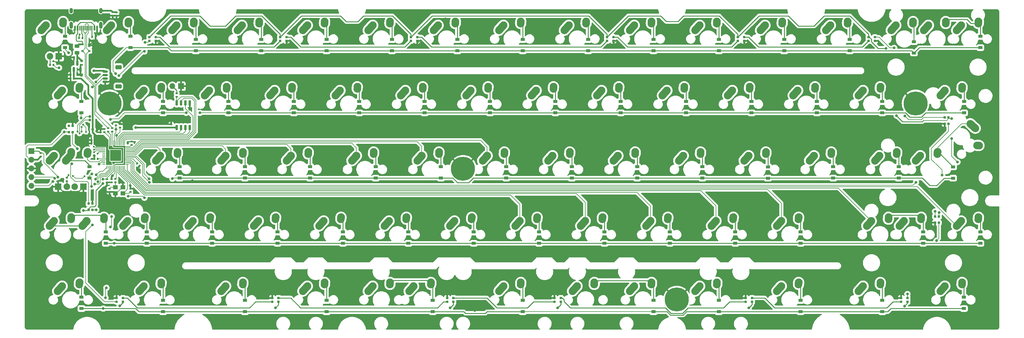
<source format=gbr>
%TF.GenerationSoftware,KiCad,Pcbnew,(6.0.0)*%
%TF.CreationDate,2022-07-27T19:10:37+03:00*%
%TF.ProjectId,SST60,53535436-302e-46b6-9963-61645f706362,0.1*%
%TF.SameCoordinates,Original*%
%TF.FileFunction,Copper,L2,Bot*%
%TF.FilePolarity,Positive*%
%FSLAX46Y46*%
G04 Gerber Fmt 4.6, Leading zero omitted, Abs format (unit mm)*
G04 Created by KiCad (PCBNEW (6.0.0)) date 2022-07-27 19:10:37*
%MOMM*%
%LPD*%
G01*
G04 APERTURE LIST*
G04 Aperture macros list*
%AMRoundRect*
0 Rectangle with rounded corners*
0 $1 Rounding radius*
0 $2 $3 $4 $5 $6 $7 $8 $9 X,Y pos of 4 corners*
0 Add a 4 corners polygon primitive as box body*
4,1,4,$2,$3,$4,$5,$6,$7,$8,$9,$2,$3,0*
0 Add four circle primitives for the rounded corners*
1,1,$1+$1,$2,$3*
1,1,$1+$1,$4,$5*
1,1,$1+$1,$6,$7*
1,1,$1+$1,$8,$9*
0 Add four rect primitives between the rounded corners*
20,1,$1+$1,$2,$3,$4,$5,0*
20,1,$1+$1,$4,$5,$6,$7,0*
20,1,$1+$1,$6,$7,$8,$9,0*
20,1,$1+$1,$8,$9,$2,$3,0*%
%AMHorizOval*
0 Thick line with rounded ends*
0 $1 width*
0 $2 $3 position (X,Y) of the first rounded end (center of the circle)*
0 $4 $5 position (X,Y) of the second rounded end (center of the circle)*
0 Add line between two ends*
20,1,$1,$2,$3,$4,$5,0*
0 Add two circle primitives to create the rounded ends*
1,1,$1,$2,$3*
1,1,$1,$4,$5*%
G04 Aperture macros list end*
%TA.AperFunction,ComponentPad*%
%ADD10C,2.250000*%
%TD*%
%TA.AperFunction,ComponentPad*%
%ADD11HorizOval,2.250000X0.655001X0.730000X-0.655001X-0.730000X0*%
%TD*%
%TA.AperFunction,ComponentPad*%
%ADD12HorizOval,2.250000X0.020000X0.290000X-0.020000X-0.290000X0*%
%TD*%
%TA.AperFunction,ComponentPad*%
%ADD13C,1.905000*%
%TD*%
%TA.AperFunction,ComponentPad*%
%ADD14R,1.905000X1.905000*%
%TD*%
%TA.AperFunction,ComponentPad*%
%ADD15C,1.000000*%
%TD*%
%TA.AperFunction,ComponentPad*%
%ADD16C,7.000240*%
%TD*%
%TA.AperFunction,ComponentPad*%
%ADD17C,7.001300*%
%TD*%
%TA.AperFunction,ComponentPad*%
%ADD18HorizOval,2.250000X0.290000X-0.019999X-0.290000X0.019999X0*%
%TD*%
%TA.AperFunction,ComponentPad*%
%ADD19HorizOval,2.250000X0.730004X-0.654995X-0.730004X0.654995X0*%
%TD*%
%TA.AperFunction,ComponentPad*%
%ADD20HorizOval,2.250000X0.655008X0.729993X-0.655008X-0.729993X0*%
%TD*%
%TA.AperFunction,ComponentPad*%
%ADD21HorizOval,2.250000X0.020004X0.290000X-0.020004X-0.290000X0*%
%TD*%
%TA.AperFunction,SMDPad,CuDef*%
%ADD22R,0.700000X1.000000*%
%TD*%
%TA.AperFunction,SMDPad,CuDef*%
%ADD23R,0.700000X0.600000*%
%TD*%
%TA.AperFunction,SMDPad,CuDef*%
%ADD24R,1.200000X0.900000*%
%TD*%
%TA.AperFunction,SMDPad,CuDef*%
%ADD25RoundRect,0.140000X-0.170000X0.140000X-0.170000X-0.140000X0.170000X-0.140000X0.170000X0.140000X0*%
%TD*%
%TA.AperFunction,SMDPad,CuDef*%
%ADD26RoundRect,0.175000X0.175000X0.175000X-0.175000X0.175000X-0.175000X-0.175000X0.175000X-0.175000X0*%
%TD*%
%TA.AperFunction,SMDPad,CuDef*%
%ADD27R,0.700000X0.700000*%
%TD*%
%TA.AperFunction,SMDPad,CuDef*%
%ADD28RoundRect,0.175000X-0.175000X-0.175000X0.175000X-0.175000X0.175000X0.175000X-0.175000X0.175000X0*%
%TD*%
%TA.AperFunction,SMDPad,CuDef*%
%ADD29RoundRect,0.140000X0.170000X-0.140000X0.170000X0.140000X-0.170000X0.140000X-0.170000X-0.140000X0*%
%TD*%
%TA.AperFunction,SMDPad,CuDef*%
%ADD30RoundRect,0.140000X0.140000X0.170000X-0.140000X0.170000X-0.140000X-0.170000X0.140000X-0.170000X0*%
%TD*%
%TA.AperFunction,SMDPad,CuDef*%
%ADD31RoundRect,0.175000X-0.175000X0.175000X-0.175000X-0.175000X0.175000X-0.175000X0.175000X0.175000X0*%
%TD*%
%TA.AperFunction,SMDPad,CuDef*%
%ADD32RoundRect,0.135000X0.185000X-0.135000X0.185000X0.135000X-0.185000X0.135000X-0.185000X-0.135000X0*%
%TD*%
%TA.AperFunction,SMDPad,CuDef*%
%ADD33RoundRect,0.135000X0.135000X0.185000X-0.135000X0.185000X-0.135000X-0.185000X0.135000X-0.185000X0*%
%TD*%
%TA.AperFunction,SMDPad,CuDef*%
%ADD34R,0.600000X1.450000*%
%TD*%
%TA.AperFunction,SMDPad,CuDef*%
%ADD35R,0.300000X1.450000*%
%TD*%
%TA.AperFunction,ComponentPad*%
%ADD36O,1.000000X2.100000*%
%TD*%
%TA.AperFunction,ComponentPad*%
%ADD37O,1.000000X1.600000*%
%TD*%
%TA.AperFunction,SMDPad,CuDef*%
%ADD38RoundRect,0.050000X0.387500X0.050000X-0.387500X0.050000X-0.387500X-0.050000X0.387500X-0.050000X0*%
%TD*%
%TA.AperFunction,SMDPad,CuDef*%
%ADD39RoundRect,0.050000X0.050000X0.387500X-0.050000X0.387500X-0.050000X-0.387500X0.050000X-0.387500X0*%
%TD*%
%TA.AperFunction,ComponentPad*%
%ADD40C,0.600000*%
%TD*%
%TA.AperFunction,SMDPad,CuDef*%
%ADD41RoundRect,0.144000X1.456000X1.456000X-1.456000X1.456000X-1.456000X-1.456000X1.456000X-1.456000X0*%
%TD*%
%TA.AperFunction,SMDPad,CuDef*%
%ADD42RoundRect,0.135000X-0.185000X0.135000X-0.185000X-0.135000X0.185000X-0.135000X0.185000X0.135000X0*%
%TD*%
%TA.AperFunction,ComponentPad*%
%ADD43R,1.700000X1.700000*%
%TD*%
%TA.AperFunction,ComponentPad*%
%ADD44O,1.700000X1.700000*%
%TD*%
%TA.AperFunction,SMDPad,CuDef*%
%ADD45RoundRect,0.150000X-0.625000X0.150000X-0.625000X-0.150000X0.625000X-0.150000X0.625000X0.150000X0*%
%TD*%
%TA.AperFunction,SMDPad,CuDef*%
%ADD46RoundRect,0.250000X-0.650000X0.350000X-0.650000X-0.350000X0.650000X-0.350000X0.650000X0.350000X0*%
%TD*%
%TA.AperFunction,SMDPad,CuDef*%
%ADD47RoundRect,0.135000X-0.135000X-0.185000X0.135000X-0.185000X0.135000X0.185000X-0.135000X0.185000X0*%
%TD*%
%TA.AperFunction,SMDPad,CuDef*%
%ADD48RoundRect,0.175000X0.175000X-0.175000X0.175000X0.175000X-0.175000X0.175000X-0.175000X-0.175000X0*%
%TD*%
%TA.AperFunction,SMDPad,CuDef*%
%ADD49R,1.400000X1.200000*%
%TD*%
%TA.AperFunction,SMDPad,CuDef*%
%ADD50RoundRect,0.150000X0.150000X-0.587500X0.150000X0.587500X-0.150000X0.587500X-0.150000X-0.587500X0*%
%TD*%
%TA.AperFunction,SMDPad,CuDef*%
%ADD51RoundRect,0.150000X-0.150000X0.650000X-0.150000X-0.650000X0.150000X-0.650000X0.150000X0.650000X0*%
%TD*%
%TA.AperFunction,SMDPad,CuDef*%
%ADD52RoundRect,0.243750X-0.456250X0.243750X-0.456250X-0.243750X0.456250X-0.243750X0.456250X0.243750X0*%
%TD*%
%TA.AperFunction,SMDPad,CuDef*%
%ADD53RoundRect,0.140000X-0.219203X-0.021213X-0.021213X-0.219203X0.219203X0.021213X0.021213X0.219203X0*%
%TD*%
%TA.AperFunction,ViaPad*%
%ADD54C,0.800000*%
%TD*%
%TA.AperFunction,ViaPad*%
%ADD55C,0.600000*%
%TD*%
%TA.AperFunction,Conductor*%
%ADD56C,0.200000*%
%TD*%
%TA.AperFunction,Conductor*%
%ADD57C,0.500000*%
%TD*%
%TA.AperFunction,Conductor*%
%ADD58C,0.250000*%
%TD*%
G04 APERTURE END LIST*
D10*
%TO.P,1.50u,1,COL*%
%TO.N,col0*%
X43537500Y-121412500D03*
D11*
X42882501Y-122142500D03*
D10*
%TO.P,1.50u,2,ROW*%
%TO.N,Net-(D5-Pad2)*%
X48577500Y-120332500D03*
D12*
X48557500Y-120622500D03*
%TD*%
D11*
%TO.P,T,1,COL*%
%TO.N,col5*%
X142895001Y-64992500D03*
D10*
X143550000Y-64262500D03*
%TO.P,T,2,ROW*%
%TO.N,Net-(D26-Pad2)*%
X148590000Y-63182500D03*
D12*
X148570000Y-63472500D03*
%TD*%
D10*
%TO.P,Tab,1,COL*%
%TO.N,col0*%
X43537500Y-64262500D03*
D11*
X42882501Y-64992500D03*
D12*
%TO.P,Tab,2,ROW*%
%TO.N,Net-(D2-Pad2)*%
X48557500Y-63472500D03*
D10*
X48577500Y-63182500D03*
%TD*%
%TO.P,[,1,COL*%
%TO.N,col11*%
X257850000Y-64262500D03*
D11*
X257195001Y-64992500D03*
D10*
%TO.P,[,2,ROW*%
%TO.N,Net-(D54-Pad2)*%
X262890000Y-63182500D03*
D12*
X262870000Y-63472500D03*
%TD*%
D10*
%TO.P,1.50u,1,COL*%
%TO.N,col11*%
X253087500Y-121412500D03*
D11*
X252432501Y-122142500D03*
D12*
%TO.P,1.50u,2,ROW*%
%TO.N,Net-(D57-Pad2)*%
X258107500Y-120622500D03*
D10*
X258127500Y-120332500D03*
%TD*%
D11*
%TO.P,R,1,COL*%
%TO.N,col4*%
X123845001Y-64992500D03*
D10*
X124500000Y-64262500D03*
%TO.P,R,2,ROW*%
%TO.N,Net-(D21-Pad2)*%
X129540000Y-63182500D03*
D12*
X129520000Y-63472500D03*
%TD*%
D10*
%TO.P,<,1,COL*%
%TO.N,col9*%
X214987500Y-102362500D03*
D11*
X214332501Y-103092500D03*
D10*
%TO.P,<,2,ROW*%
%TO.N,Net-(D46-Pad2)*%
X220027500Y-101282500D03*
D12*
X220007500Y-101572500D03*
%TD*%
D11*
%TO.P,Stepped,1,COL*%
%TO.N,col0*%
X40501251Y-84042500D03*
D10*
X41156250Y-83312500D03*
%TO.P,Stepped,2,ROW*%
%TO.N,Net-(D3-Pad2)*%
X46196250Y-82232500D03*
D12*
X46176250Y-82522500D03*
D13*
%TO.P,Stepped,3,LED*%
%TO.N,Net-(MX1-Pad3)*%
X44926250Y-92392500D03*
D14*
%TO.P,Stepped,4,LEDGND*%
%TO.N,GND*%
X42386250Y-92392500D03*
%TD*%
D11*
%TO.P,S,1,COL*%
%TO.N,col2*%
X90507501Y-84042500D03*
D10*
X91162500Y-83312500D03*
%TO.P,S,2,ROW*%
%TO.N,Net-(D14-Pad2)*%
X96202500Y-82232500D03*
D12*
X96182500Y-82522500D03*
%TD*%
D11*
%TO.P,B,1,COL*%
%TO.N,col6*%
X157182501Y-103092500D03*
D10*
X157837500Y-102362500D03*
D12*
%TO.P,B,2,ROW*%
%TO.N,Net-(D33-Pad2)*%
X162857500Y-101572500D03*
D10*
X162877500Y-101282500D03*
%TD*%
D11*
%TO.P,H,1,COL*%
%TO.N,col6*%
X166707501Y-84042500D03*
D10*
X167362500Y-83312500D03*
D12*
%TO.P,H,2,ROW*%
%TO.N,Net-(D32-Pad2)*%
X172382500Y-82522500D03*
D10*
X172402500Y-82232500D03*
%TD*%
%TO.P,D,1,COL*%
%TO.N,col3*%
X110212500Y-83312500D03*
D11*
X109557501Y-84042500D03*
D12*
%TO.P,D,2,ROW*%
%TO.N,Net-(D18-Pad2)*%
X115232500Y-82522500D03*
D10*
X115252500Y-82232500D03*
%TD*%
D11*
%TO.P,J,1,COL*%
%TO.N,col7*%
X185757501Y-84042500D03*
D10*
X186412500Y-83312500D03*
D12*
%TO.P,J,2,ROW*%
%TO.N,Net-(D36-Pad2)*%
X191432500Y-82522500D03*
D10*
X191452500Y-82232500D03*
%TD*%
%TO.P,ISO,1,COL*%
%TO.N,col12*%
X281662500Y-83312500D03*
D11*
X281007501Y-84042500D03*
D10*
%TO.P,ISO,2,ROW*%
%TO.N,Net-(D60-Pad2)*%
X286702500Y-82232500D03*
D12*
X286682500Y-82522500D03*
%TD*%
D10*
%TO.P,1u,1,COL*%
%TO.N,col4*%
X114975000Y-121412500D03*
D11*
X114320001Y-122142500D03*
D10*
%TO.P,1u,2,ROW*%
%TO.N,Net-(D24-Pad2)*%
X120015000Y-120332500D03*
D12*
X119995000Y-120622500D03*
%TD*%
D11*
%TO.P,Z,1,COL*%
%TO.N,col2*%
X80982501Y-103092500D03*
D10*
X81637500Y-102362500D03*
D12*
%TO.P,Z,2,ROW*%
%TO.N,Net-(D11-Pad2)*%
X86657500Y-101572500D03*
D10*
X86677500Y-101282500D03*
%TD*%
%TO.P,1u,1,COL*%
%TO.N,col14*%
X305475000Y-102362500D03*
D11*
X304820001Y-103092500D03*
D12*
%TO.P,1u,2,ROW*%
%TO.N,Net-(D67-Pad2)*%
X310495000Y-101572500D03*
D10*
X310515000Y-101282500D03*
%TD*%
%TO.P,W,1,COL*%
%TO.N,col2*%
X86400000Y-64262500D03*
D11*
X85745001Y-64992500D03*
D12*
%TO.P,W,2,ROW*%
%TO.N,Net-(D13-Pad2)*%
X91420000Y-63472500D03*
D10*
X91440000Y-63182500D03*
%TD*%
%TO.P,-,1,COL*%
%TO.N,col11*%
X248325000Y-45212500D03*
D11*
X247670001Y-45942500D03*
D10*
%TO.P,-,2,ROW*%
%TO.N,Net-(D53-Pad2)*%
X253365000Y-44132500D03*
D12*
X253345000Y-44422500D03*
%TD*%
D11*
%TO.P,1.75u,1,COL*%
%TO.N,col12*%
X278626251Y-103092500D03*
D10*
X279281250Y-102362500D03*
%TO.P,1.75u,2,ROW*%
%TO.N,Net-(D61-Pad2)*%
X284321250Y-101282500D03*
D12*
X284301250Y-101572500D03*
%TD*%
D11*
%TO.P,V,1,COL*%
%TO.N,col5*%
X138132501Y-103092500D03*
D10*
X138787500Y-102362500D03*
D12*
%TO.P,V,2,ROW*%
%TO.N,Net-(D28-Pad2)*%
X143807500Y-101572500D03*
D10*
X143827500Y-101282500D03*
%TD*%
D11*
%TO.P,X,1,COL*%
%TO.N,col3*%
X100032501Y-103092500D03*
D10*
X100687500Y-102362500D03*
D12*
%TO.P,X,2,ROW*%
%TO.N,Net-(D19-Pad2)*%
X105707500Y-101572500D03*
D10*
X105727500Y-101282500D03*
%TD*%
D11*
%TO.P,1u,1,COL*%
%TO.N,col12*%
X276245001Y-122142500D03*
D10*
X276900000Y-121412500D03*
%TO.P,1u,2,ROW*%
%TO.N,Net-(D62-Pad2)*%
X281940000Y-120332500D03*
D12*
X281920000Y-120622500D03*
%TD*%
D11*
%TO.P,5,1,COL*%
%TO.N,col5*%
X133370001Y-45942500D03*
D10*
X134025000Y-45212500D03*
D12*
%TO.P,5,2,ROW*%
%TO.N,Net-(D25-Pad2)*%
X139045000Y-44422500D03*
D10*
X139065000Y-44132500D03*
%TD*%
D15*
%TO.P,H1,1,1*%
%TO.N,GND*%
X55709904Y-66404904D03*
X57336250Y-70331250D03*
X58962596Y-69657596D03*
X55036250Y-68031250D03*
X292186250Y-70331250D03*
X57336250Y-65731250D03*
D16*
X292186250Y-68031250D03*
D15*
X59636250Y-68031250D03*
X58962596Y-66404904D03*
X292186250Y-65731250D03*
D17*
X57336250Y-68031250D03*
D16*
X160336250Y-87131250D03*
D15*
X55709904Y-69657596D03*
D16*
X222636250Y-125331250D03*
D15*
%TO.P,H1,3*%
%TO.N,N/C*%
X293635250Y-70413250D03*
%TO.P,H1,4*%
X290714250Y-70413250D03*
%TO.P,H1,5*%
X290841250Y-65714250D03*
%TO.P,H1,6*%
X293635250Y-65714250D03*
%TD*%
D11*
%TO.P,G,1,COL*%
%TO.N,col5*%
X147657501Y-84042500D03*
D10*
X148312500Y-83312500D03*
D12*
%TO.P,G,2,ROW*%
%TO.N,Net-(D27-Pad2)*%
X153332500Y-82522500D03*
D10*
X153352500Y-82232500D03*
%TD*%
%TO.P,1u,1,COL*%
%TO.N,col10*%
X229275000Y-121412500D03*
D11*
X228620001Y-122142500D03*
D12*
%TO.P,1u,2,ROW*%
%TO.N,Net-(D52-Pad2)*%
X234295000Y-120622500D03*
D10*
X234315000Y-120332500D03*
%TD*%
%TO.P,:,1,COL*%
%TO.N,col10*%
X243562500Y-83312500D03*
D11*
X242907501Y-84042500D03*
D12*
%TO.P,:,2,ROW*%
%TO.N,Net-(D50-Pad2)*%
X248582500Y-82522500D03*
D10*
X248602500Y-82232500D03*
%TD*%
D11*
%TO.P,8,1,COL*%
%TO.N,col8*%
X190520001Y-45942500D03*
D10*
X191175000Y-45212500D03*
%TO.P,8,2,ROW*%
%TO.N,Net-(D39-Pad2)*%
X196215000Y-44132500D03*
D12*
X196195000Y-44422500D03*
%TD*%
D11*
%TO.P,P,1,COL*%
%TO.N,col10*%
X238145001Y-64992500D03*
D10*
X238800000Y-64262500D03*
D12*
%TO.P,P,2,ROW*%
%TO.N,Net-(D49-Pad2)*%
X243820000Y-63472500D03*
D10*
X243840000Y-63182500D03*
%TD*%
%TO.P,2.25u,1,COL*%
%TO.N,col5*%
X145931250Y-121412500D03*
D11*
X145276251Y-122142500D03*
D12*
%TO.P,2.25u,2,ROW*%
%TO.N,Net-(D29-Pad2)*%
X150951250Y-120622500D03*
D10*
X150971250Y-120332500D03*
%TD*%
D11*
%TO.P,Q,1,COL*%
%TO.N,col1*%
X66695001Y-64992500D03*
D10*
X67350000Y-64262500D03*
%TO.P,Q,2,ROW*%
%TO.N,Net-(D7-Pad2)*%
X72390000Y-63182500D03*
D12*
X72370000Y-63472500D03*
%TD*%
D11*
%TO.P,1,1,COL*%
%TO.N,col1*%
X57170001Y-45942500D03*
D10*
X57825000Y-45212500D03*
D12*
%TO.P,1,2,ROW*%
%TO.N,Net-(D6-Pad2)*%
X62845000Y-44422500D03*
D10*
X62865000Y-44132500D03*
%TD*%
%TO.P,Y,1,COL*%
%TO.N,col6*%
X162600000Y-64262500D03*
D11*
X161945001Y-64992500D03*
D12*
%TO.P,Y,2,ROW*%
%TO.N,Net-(D31-Pad2)*%
X167620000Y-63472500D03*
D10*
X167640000Y-63182500D03*
%TD*%
%TO.P,],1,COL*%
%TO.N,col12*%
X276900000Y-64262500D03*
D11*
X276245001Y-64992500D03*
D10*
%TO.P,],2,ROW*%
%TO.N,Net-(D59-Pad2)*%
X281940000Y-63182500D03*
D12*
X281920000Y-63472500D03*
%TD*%
D11*
%TO.P,1u/7u/10u,1,COL*%
%TO.N,col7*%
X171470001Y-122142500D03*
D10*
X172125000Y-121412500D03*
D12*
%TO.P,1u/7u/10u,2,ROW*%
%TO.N,Net-(D38-Pad2)*%
X177145000Y-120622500D03*
D10*
X177165000Y-120332500D03*
%TD*%
D11*
%TO.P,9,1,COL*%
%TO.N,col9*%
X209570001Y-45942500D03*
D10*
X210225000Y-45212500D03*
%TO.P,9,2,ROW*%
%TO.N,Net-(D43-Pad2)*%
X215265000Y-44132500D03*
D12*
X215245000Y-44422500D03*
%TD*%
D11*
%TO.P,1u,1,COL*%
%TO.N,col1*%
X61932501Y-103092500D03*
D10*
X62587500Y-102362500D03*
%TO.P,1u,2,ROW*%
%TO.N,Net-(D9-Pad2)*%
X67627500Y-101282500D03*
D12*
X67607500Y-101572500D03*
%TD*%
D10*
%TO.P,>,1,COL*%
%TO.N,col10*%
X234037500Y-102362500D03*
D11*
X233382501Y-103092500D03*
D10*
%TO.P,>,2,ROW*%
%TO.N,Net-(D51-Pad2)*%
X239077500Y-101282500D03*
D12*
X239057500Y-101572500D03*
%TD*%
D10*
%TO.P,2.75u,1,COL*%
%TO.N,col12*%
X288806250Y-102362500D03*
D11*
X288151251Y-103092500D03*
D10*
%TO.P,2.75u,2,ROW*%
%TO.N,Net-(D61-Pad2)*%
X293846250Y-101282500D03*
D12*
X293826250Y-101572500D03*
%TD*%
D10*
%TO.P,MX77,1,COL*%
%TO.N,col7*%
X172125000Y-121412500D03*
D11*
X171470001Y-122142500D03*
D10*
%TO.P,MX77,2,ROW*%
%TO.N,Net-(D38-Pad2)*%
X177165000Y-120332500D03*
D12*
X177145000Y-120622500D03*
%TD*%
D11*
%TO.P,C,1,COL*%
%TO.N,col4*%
X119082501Y-103092500D03*
D10*
X119737500Y-102362500D03*
D12*
%TO.P,C,2,ROW*%
%TO.N,Net-(D23-Pad2)*%
X124757500Y-101572500D03*
D10*
X124777500Y-101282500D03*
%TD*%
D11*
%TO.P,E,1,COL*%
%TO.N,col3*%
X104795001Y-64992500D03*
D10*
X105450000Y-64262500D03*
D12*
%TO.P,E,2,ROW*%
%TO.N,Net-(D17-Pad2)*%
X110470000Y-63472500D03*
D10*
X110490000Y-63182500D03*
%TD*%
%TO.P,ANSI,1,COL*%
%TO.N,col13*%
X293568750Y-83312500D03*
D11*
X292913751Y-84042500D03*
D10*
%TO.P,ANSI,2,ROW*%
%TO.N,Net-(D64-Pad2)*%
X298608750Y-82232500D03*
D12*
X298588750Y-82522500D03*
%TD*%
D10*
%TO.P,A,1,COL*%
%TO.N,col1*%
X72112500Y-83312500D03*
D11*
X71457501Y-84042500D03*
D10*
%TO.P,A,2,ROW*%
%TO.N,Net-(D8-Pad2)*%
X77152500Y-82232500D03*
D12*
X77132500Y-82522500D03*
%TD*%
D11*
%TO.P,1u,1,COL*%
%TO.N,col14*%
X304820001Y-45942500D03*
D10*
X305475000Y-45212500D03*
%TO.P,1u,2,ROW*%
%TO.N,Net-(D65-Pad2)*%
X310515000Y-44132500D03*
D12*
X310495000Y-44422500D03*
%TD*%
D10*
%TO.P,0,1,COL*%
%TO.N,col10*%
X229275000Y-45212500D03*
D11*
X228620001Y-45942500D03*
D12*
%TO.P,0,2,ROW*%
%TO.N,Net-(D48-Pad2)*%
X234295000Y-44422500D03*
D10*
X234315000Y-44132500D03*
%TD*%
D11*
%TO.P,L,1,COL*%
%TO.N,col9*%
X223857501Y-84042500D03*
D10*
X224512500Y-83312500D03*
%TO.P,L,2,ROW*%
%TO.N,Net-(D45-Pad2)*%
X229552500Y-82232500D03*
D12*
X229532500Y-82522500D03*
%TD*%
D10*
%TO.P,I,1,COL*%
%TO.N,col8*%
X200700000Y-64262500D03*
D11*
X200045001Y-64992500D03*
D10*
%TO.P,I,2,ROW*%
%TO.N,Net-(D40-Pad2)*%
X205740000Y-63182500D03*
D12*
X205720000Y-63472500D03*
%TD*%
D10*
%TO.P,M,1,COL*%
%TO.N,col8*%
X195937500Y-102362500D03*
D11*
X195282501Y-103092500D03*
D10*
%TO.P,M,2,ROW*%
%TO.N,Net-(D42-Pad2)*%
X200977500Y-101282500D03*
D12*
X200957500Y-101572500D03*
%TD*%
D10*
%TO.P,2u,1,COL*%
%TO.N,col14*%
X295950000Y-45212500D03*
D11*
X295295001Y-45942500D03*
D10*
%TO.P,2u,2,ROW*%
%TO.N,Net-(D65-Pad2)*%
X300990000Y-44132500D03*
D12*
X300970000Y-44422500D03*
%TD*%
D11*
%TO.P,?,1,COL*%
%TO.N,col11*%
X252432501Y-103092500D03*
D10*
X253087500Y-102362500D03*
%TO.P,?,2,ROW*%
%TO.N,Net-(D56-Pad2)*%
X258127500Y-101282500D03*
D12*
X258107500Y-101572500D03*
%TD*%
D10*
%TO.P,F,1,COL*%
%TO.N,col4*%
X129262500Y-83312500D03*
D11*
X128607501Y-84042500D03*
D12*
%TO.P,F,2,ROW*%
%TO.N,Net-(D22-Pad2)*%
X134282500Y-82522500D03*
D10*
X134302500Y-82232500D03*
%TD*%
D18*
%TO.P,ISO,1,COL*%
%TO.N,col13*%
X310383750Y-80307499D03*
D10*
X310673750Y-80327500D03*
%TO.P,ISO,2,ROW*%
%TO.N,Net-(D64-Pad2)*%
X309593750Y-75287500D03*
D19*
X308863754Y-74632495D03*
%TD*%
D11*
%TO.P,1u,1,COL*%
%TO.N,col1*%
X66695001Y-122142500D03*
D10*
X67350000Y-121412500D03*
D12*
%TO.P,1u,2,ROW*%
%TO.N,Net-(D10-Pad2)*%
X72370000Y-120622500D03*
D10*
X72390000Y-120332500D03*
%TD*%
D11*
%TO.P,N,1,COL*%
%TO.N,col7*%
X176232501Y-103092500D03*
D10*
X176887500Y-102362500D03*
D12*
%TO.P,N,2,ROW*%
%TO.N,Net-(D37-Pad2)*%
X181907500Y-101572500D03*
D10*
X181927500Y-101282500D03*
%TD*%
%TO.P,3,1,COL*%
%TO.N,col3*%
X95925000Y-45212500D03*
D11*
X95270001Y-45942500D03*
D12*
%TO.P,3,2,ROW*%
%TO.N,Net-(D16-Pad2)*%
X100945000Y-44422500D03*
D10*
X100965000Y-44132500D03*
%TD*%
%TO.P,6,1,COL*%
%TO.N,col6*%
X153075000Y-45212500D03*
D11*
X152420001Y-45942500D03*
D10*
%TO.P,6,2,ROW*%
%TO.N,Net-(D30-Pad2)*%
X158115000Y-44132500D03*
D12*
X158095000Y-44422500D03*
%TD*%
D11*
%TO.P,2.75u,1,COL*%
%TO.N,col9*%
X192901251Y-122142500D03*
D10*
X193556250Y-121412500D03*
%TO.P,2.75u,2,ROW*%
%TO.N,Net-(D47-Pad2)*%
X198596250Y-120332500D03*
D12*
X198576250Y-120622500D03*
%TD*%
D10*
%TO.P,",1,COL*%
%TO.N,col11*%
X262612500Y-83312500D03*
D11*
X261957501Y-84042500D03*
D12*
%TO.P,",2,ROW*%
%TO.N,Net-(D55-Pad2)*%
X267632500Y-82522500D03*
D10*
X267652500Y-82232500D03*
%TD*%
%TO.P,Esc,1,COL*%
%TO.N,col0*%
X38775000Y-45212500D03*
D11*
X38120001Y-45942500D03*
D10*
%TO.P,Esc,2,ROW*%
%TO.N,Net-(D1-Pad2)*%
X43815000Y-44132500D03*
D12*
X43795000Y-44422500D03*
D13*
%TO.P,Esc,3,LED*%
%TO.N,Net-(MX3-Pad3)*%
X40005000Y-54292500D03*
D14*
%TO.P,Esc,4,LEDGND*%
%TO.N,GND*%
X42545000Y-54292500D03*
%TD*%
D10*
%TO.P,1.50u,1,COL*%
%TO.N,col2*%
X91162500Y-121412500D03*
D11*
X90507501Y-122142500D03*
D10*
%TO.P,1.50u,2,ROW*%
%TO.N,Net-(D15-Pad2)*%
X96202500Y-120332500D03*
D12*
X96182500Y-120622500D03*
%TD*%
D11*
%TO.P,=,1,COL*%
%TO.N,col12*%
X266720001Y-45942500D03*
D10*
X267375000Y-45212500D03*
%TO.P,=,2,ROW*%
%TO.N,Net-(D58-Pad2)*%
X272415000Y-44132500D03*
D12*
X272395000Y-44422500D03*
%TD*%
D11*
%TO.P,3u,1,COL*%
%TO.N,col5*%
X133370001Y-122142500D03*
D10*
X134025000Y-121412500D03*
D12*
%TO.P,3u,2,ROW*%
%TO.N,Net-(D29-Pad2)*%
X139045000Y-120622500D03*
D10*
X139065000Y-120332500D03*
%TD*%
%TO.P,1u,1,COL*%
%TO.N,col13*%
X286425000Y-45212500D03*
D11*
X285770001Y-45942500D03*
D10*
%TO.P,1u,2,ROW*%
%TO.N,Net-(D63-Pad2)*%
X291465000Y-44132500D03*
D12*
X291445000Y-44422500D03*
%TD*%
D10*
%TO.P,K,1,COL*%
%TO.N,col8*%
X205462500Y-83312500D03*
D11*
X204807501Y-84042500D03*
D12*
%TO.P,K,2,ROW*%
%TO.N,Net-(D41-Pad2)*%
X210482500Y-82522500D03*
D10*
X210502500Y-82232500D03*
%TD*%
D11*
%TO.P,1.25u,1,COL*%
%TO.N,col0*%
X40501251Y-103092500D03*
D10*
X41156250Y-102362500D03*
D12*
%TO.P,1.25u,2,ROW*%
%TO.N,Net-(D4-Pad2)*%
X46176250Y-101572500D03*
D10*
X46196250Y-101282500D03*
%TD*%
D11*
%TO.P,2,1,COL*%
%TO.N,col2*%
X76220001Y-45942500D03*
D10*
X76875000Y-45212500D03*
D12*
%TO.P,2,2,ROW*%
%TO.N,Net-(D12-Pad2)*%
X81895000Y-44422500D03*
D10*
X81915000Y-44132500D03*
%TD*%
%TO.P,\u005C,1,COL*%
%TO.N,col14*%
X300712500Y-64262500D03*
D11*
X300057501Y-64992500D03*
D12*
%TO.P,\u005C,2,ROW*%
%TO.N,Net-(D66-Pad2)*%
X305732500Y-63472500D03*
D10*
X305752500Y-63182500D03*
%TD*%
%TO.P,3u,1,COL*%
%TO.N,col9*%
X210225000Y-121412500D03*
D11*
X209570001Y-122142500D03*
D10*
%TO.P,3u,2,ROW*%
%TO.N,Net-(D47-Pad2)*%
X215265000Y-120332500D03*
D12*
X215245000Y-120622500D03*
%TD*%
D10*
%TO.P,Full,1,COL*%
%TO.N,Net-(D3-Pad2)*%
X45918750Y-83312500D03*
D20*
X45263758Y-84042507D03*
D10*
%TO.P,Full,2,ROW*%
%TO.N,col0*%
X50958750Y-82232500D03*
D21*
X50938754Y-82522500D03*
D13*
%TO.P,Full,3,LED*%
%TO.N,Net-(MX1-Pad3)*%
X47148750Y-92392500D03*
D14*
%TO.P,Full,4,LEDGND*%
%TO.N,GND*%
X49688750Y-92392500D03*
%TD*%
D11*
%TO.P,7,1,COL*%
%TO.N,col7*%
X171470001Y-45942500D03*
D10*
X172125000Y-45212500D03*
D12*
%TO.P,7,2,ROW*%
%TO.N,Net-(D34-Pad2)*%
X177145000Y-44422500D03*
D10*
X177165000Y-44132500D03*
%TD*%
D11*
%TO.P,O,1,COL*%
%TO.N,col9*%
X219095001Y-64992500D03*
D10*
X219750000Y-64262500D03*
%TO.P,O,2,ROW*%
%TO.N,Net-(D44-Pad2)*%
X224790000Y-63182500D03*
D12*
X224770000Y-63472500D03*
%TD*%
D10*
%TO.P,1.50u,1,COL*%
%TO.N,col14*%
X300712500Y-121412500D03*
D11*
X300057501Y-122142500D03*
D10*
%TO.P,1.50u,2,ROW*%
%TO.N,Net-(D68-Pad2)*%
X305752500Y-120332500D03*
D12*
X305732500Y-120622500D03*
%TD*%
D10*
%TO.P,2.25u,1,COL*%
%TO.N,col0*%
X50681250Y-102362500D03*
D11*
X50026251Y-103092500D03*
D12*
%TO.P,2.25u,2,ROW*%
%TO.N,Net-(D4-Pad2)*%
X55701250Y-101572500D03*
D10*
X55721250Y-101282500D03*
%TD*%
%TO.P,MX42,1,COL*%
%TO.N,col7*%
X172125000Y-121412500D03*
D11*
X171470001Y-122142500D03*
D12*
%TO.P,MX42,2,ROW*%
%TO.N,Net-(D38-Pad2)*%
X177145000Y-120622500D03*
D10*
X177165000Y-120332500D03*
%TD*%
D11*
%TO.P,4,1,COL*%
%TO.N,col4*%
X114320001Y-45942500D03*
D10*
X114975000Y-45212500D03*
D12*
%TO.P,4,2,ROW*%
%TO.N,Net-(D20-Pad2)*%
X119995000Y-44422500D03*
D10*
X120015000Y-44132500D03*
%TD*%
D11*
%TO.P,U,1,COL*%
%TO.N,col7*%
X180995001Y-64992500D03*
D10*
X181650000Y-64262500D03*
D12*
%TO.P,U,2,ROW*%
%TO.N,Net-(D35-Pad2)*%
X186670000Y-63472500D03*
D10*
X186690000Y-63182500D03*
%TD*%
D22*
%TO.P,U4,1,GND*%
%TO.N,GND*%
X51425000Y-51025000D03*
D23*
%TO.P,U4,2,IO1*%
%TO.N,D+*%
X51425000Y-52725000D03*
%TO.P,U4,3,IO2*%
%TO.N,D-*%
X49425000Y-52725000D03*
%TO.P,U4,4,VCC*%
%TO.N,VCC*%
X49425000Y-50825000D03*
%TD*%
D24*
%TO.P,D19,1,K*%
%TO.N,row3*%
X106275000Y-108900000D03*
%TO.P,D19,2,A*%
%TO.N,Net-(D19-Pad2)*%
X106275000Y-105600000D03*
%TD*%
D25*
%TO.P,C_3V-Decoup8,1*%
%TO.N,+3V3*%
X57900000Y-90170000D03*
%TO.P,C_3V-Decoup8,2*%
%TO.N,GND*%
X57900000Y-91130000D03*
%TD*%
D24*
%TO.P,D46,1,K*%
%TO.N,row3*%
X220575000Y-108900000D03*
%TO.P,D46,2,A*%
%TO.N,Net-(D46-Pad2)*%
X220575000Y-105600000D03*
%TD*%
D26*
%TO.P,D74,1,DOUT*%
%TO.N,Net-(D72-Pad3)*%
X104735000Y-125975000D03*
D27*
%TO.P,D74,2,VSS*%
%TO.N,GND*%
X104735000Y-124875000D03*
%TO.P,D74,3,DIN*%
%TO.N,Net-(D74-Pad3)*%
X106565000Y-124875000D03*
%TO.P,D74,4,VDD*%
%TO.N,+3V3*%
X106565000Y-125975000D03*
%TD*%
D24*
%TO.P,D15,1,K*%
%TO.N,row4*%
X96775000Y-128900000D03*
%TO.P,D15,2,A*%
%TO.N,Net-(D15-Pad2)*%
X96775000Y-125600000D03*
%TD*%
D28*
%TO.P,D71,1,DOUT*%
%TO.N,Net-(D71-Pad1)*%
X70765000Y-48675000D03*
D27*
%TO.P,D71,2,VSS*%
%TO.N,GND*%
X70765000Y-49775000D03*
%TO.P,D71,3,DIN*%
%TO.N,RGB*%
X68935000Y-49775000D03*
%TO.P,D71,4,VDD*%
%TO.N,+3V3*%
X68935000Y-48675000D03*
%TD*%
D24*
%TO.P,D63,1,K*%
%TO.N,row0*%
X291725000Y-53300000D03*
%TO.P,D63,2,A*%
%TO.N,Net-(D63-Pad2)*%
X291725000Y-50000000D03*
%TD*%
%TO.P,D35,1,K*%
%TO.N,row1*%
X187250000Y-70800000D03*
%TO.P,D35,2,A*%
%TO.N,Net-(D35-Pad2)*%
X187250000Y-67500000D03*
%TD*%
D29*
%TO.P,C_1V-Decoup2,1*%
%TO.N,+1V1*%
X60425000Y-75080000D03*
%TO.P,C_1V-Decoup2,2*%
%TO.N,GND*%
X60425000Y-74120000D03*
%TD*%
D24*
%TO.P,D26,1,K*%
%TO.N,row1*%
X149150000Y-70800000D03*
%TO.P,D26,2,A*%
%TO.N,Net-(D26-Pad2)*%
X149150000Y-67500000D03*
%TD*%
D30*
%TO.P,C_LDO2,1*%
%TO.N,+3V3*%
X46930000Y-59650000D03*
%TO.P,C_LDO2,2*%
%TO.N,GND*%
X45970000Y-59650000D03*
%TD*%
D24*
%TO.P,D54,1,K*%
%TO.N,row1*%
X263450000Y-70800000D03*
%TO.P,D54,2,A*%
%TO.N,Net-(D54-Pad2)*%
X263450000Y-67500000D03*
%TD*%
D29*
%TO.P,C_3V-Decoup2,1*%
%TO.N,+3V3*%
X54700000Y-77455000D03*
%TO.P,C_3V-Decoup2,2*%
%TO.N,GND*%
X54700000Y-76495000D03*
%TD*%
D24*
%TO.P,D34,1,K*%
%TO.N,row0*%
X177725000Y-52700000D03*
%TO.P,D34,2,A*%
%TO.N,Net-(D34-Pad2)*%
X177725000Y-49400000D03*
%TD*%
%TO.P,D50,1,K*%
%TO.N,row2*%
X249175000Y-89875000D03*
%TO.P,D50,2,A*%
%TO.N,Net-(D50-Pad2)*%
X249175000Y-86575000D03*
%TD*%
D29*
%TO.P,C_Flash1,1*%
%TO.N,+3V3*%
X75300000Y-75105000D03*
%TO.P,C_Flash1,2*%
%TO.N,GND*%
X75300000Y-74145000D03*
%TD*%
D31*
%TO.P,D84,1,DOUT*%
%TO.N,Net-(D82-Pad3)*%
X299000000Y-102890000D03*
D27*
%TO.P,D84,2,VSS*%
%TO.N,GND*%
X297900000Y-102890000D03*
%TO.P,D84,3,DIN*%
%TO.N,Net-(D83-Pad1)*%
X297900000Y-101060000D03*
%TO.P,D84,4,VDD*%
%TO.N,+3V3*%
X299000000Y-101060000D03*
%TD*%
D29*
%TO.P,C_3V-Decoup6,1*%
%TO.N,+3V3*%
X63750000Y-80155000D03*
%TO.P,C_3V-Decoup6,2*%
%TO.N,GND*%
X63750000Y-79195000D03*
%TD*%
D24*
%TO.P,D48,1,K*%
%TO.N,row0*%
X234875000Y-52700000D03*
%TO.P,D48,2,A*%
%TO.N,Net-(D48-Pad2)*%
X234875000Y-49400000D03*
%TD*%
%TO.P,D22,1,K*%
%TO.N,row2*%
X134875000Y-89850000D03*
%TO.P,D22,2,A*%
%TO.N,Net-(D22-Pad2)*%
X134875000Y-86550000D03*
%TD*%
D29*
%TO.P,C_Crystal2,1*%
%TO.N,GND*%
X57300000Y-93905000D03*
%TO.P,C_Crystal2,2*%
%TO.N,Net-(C_Crystal2-Pad2)*%
X57300000Y-92945000D03*
%TD*%
D24*
%TO.P,D40,1,K*%
%TO.N,row1*%
X206300000Y-70800000D03*
%TO.P,D40,2,A*%
%TO.N,Net-(D40-Pad2)*%
X206300000Y-67500000D03*
%TD*%
D32*
%TO.P,R_Crystal1,1*%
%TO.N,Net-(C_Crystal2-Pad2)*%
X59075000Y-91135000D03*
%TO.P,R_Crystal1,2*%
%TO.N,XTAL_OUT*%
X59075000Y-90115000D03*
%TD*%
D24*
%TO.P,D14,1,K*%
%TO.N,row2*%
X96775000Y-89850000D03*
%TO.P,D14,2,A*%
%TO.N,Net-(D14-Pad2)*%
X96775000Y-86550000D03*
%TD*%
D33*
%TO.P,R_LED1,1*%
%TO.N,ESCLED*%
X41040000Y-56770000D03*
%TO.P,R_LED1,2*%
%TO.N,Net-(MX3-Pad3)*%
X40020000Y-56770000D03*
%TD*%
D26*
%TO.P,D78,1,DOUT*%
%TO.N,Net-(D76-Pad3)*%
X186960000Y-125975000D03*
D27*
%TO.P,D78,2,VSS*%
%TO.N,GND*%
X186960000Y-124875000D03*
%TO.P,D78,3,DIN*%
%TO.N,Net-(D78-Pad3)*%
X188790000Y-124875000D03*
%TO.P,D78,4,VDD*%
%TO.N,+3V3*%
X188790000Y-125975000D03*
%TD*%
D24*
%TO.P,D10,1,K*%
%TO.N,row4*%
X72950000Y-128900000D03*
%TO.P,D10,2,A*%
%TO.N,Net-(D10-Pad2)*%
X72950000Y-125600000D03*
%TD*%
D28*
%TO.P,D77,1,DOUT*%
%TO.N,Net-(D77-Pad1)*%
X204115000Y-48650000D03*
D27*
%TO.P,D77,2,VSS*%
%TO.N,GND*%
X204115000Y-49750000D03*
%TO.P,D77,3,DIN*%
%TO.N,Net-(D75-Pad1)*%
X202285000Y-49750000D03*
%TO.P,D77,4,VDD*%
%TO.N,+3V3*%
X202285000Y-48650000D03*
%TD*%
D24*
%TO.P,D61,1,K*%
%TO.N,row3*%
X294400000Y-108900000D03*
%TO.P,D61,2,A*%
%TO.N,Net-(D61-Pad2)*%
X294400000Y-105600000D03*
%TD*%
D34*
%TO.P,USB1,1,GND*%
%TO.N,GND*%
X47225000Y-46082500D03*
%TO.P,USB1,2,VBUS*%
%TO.N,VCC*%
X48000000Y-46082500D03*
D35*
%TO.P,USB1,3,SBU2*%
%TO.N,unconnected-(USB1-Pad3)*%
X48700000Y-46082500D03*
%TO.P,USB1,4,CC1*%
%TO.N,Net-(R_USB1-Pad1)*%
X49200000Y-46082500D03*
%TO.P,USB1,5,DN2*%
%TO.N,D-*%
X49700000Y-46082500D03*
%TO.P,USB1,6,DP1*%
%TO.N,D+*%
X50200000Y-46082500D03*
%TO.P,USB1,7,DN1*%
%TO.N,D-*%
X50700000Y-46082500D03*
%TO.P,USB1,8,DP2*%
%TO.N,D+*%
X51200000Y-46082500D03*
%TO.P,USB1,9,SBU1*%
%TO.N,unconnected-(USB1-Pad9)*%
X51700000Y-46082500D03*
%TO.P,USB1,10,CC2*%
%TO.N,Net-(R_USB2-Pad1)*%
X52200000Y-46082500D03*
D34*
%TO.P,USB1,11,VBUS*%
%TO.N,VCC*%
X52900000Y-46082500D03*
%TO.P,USB1,12,GND*%
%TO.N,GND*%
X53675000Y-46082500D03*
D36*
%TO.P,USB1,13,SHIELD*%
%TO.N,GNDREF*%
X46130000Y-45167500D03*
X54770000Y-45167500D03*
D37*
X46130000Y-40987500D03*
X54770000Y-40987500D03*
%TD*%
D24*
%TO.P,D9,1,K*%
%TO.N,row3*%
X68200000Y-108900000D03*
%TO.P,D9,2,A*%
%TO.N,Net-(D9-Pad2)*%
X68200000Y-105600000D03*
%TD*%
%TO.P,D37,1,K*%
%TO.N,row3*%
X182500000Y-108900000D03*
%TO.P,D37,2,A*%
%TO.N,Net-(D37-Pad2)*%
X182500000Y-105600000D03*
%TD*%
D29*
%TO.P,C_1V-Decoup1,1*%
%TO.N,+1V1*%
X55850000Y-76455000D03*
%TO.P,C_1V-Decoup1,2*%
%TO.N,GND*%
X55850000Y-75495000D03*
%TD*%
D38*
%TO.P,U1,1,IOVDD*%
%TO.N,+3V3*%
X62537500Y-80650000D03*
%TO.P,U1,2,GPIO0*%
%TO.N,col6*%
X62537500Y-81050000D03*
%TO.P,U1,3,GPIO1*%
%TO.N,col5*%
X62537500Y-81450000D03*
%TO.P,U1,4,GPIO2*%
%TO.N,col4*%
X62537500Y-81850000D03*
%TO.P,U1,5,GPIO3*%
%TO.N,col3*%
X62537500Y-82250000D03*
%TO.P,U1,6,GPIO4*%
%TO.N,col2*%
X62537500Y-82650000D03*
%TO.P,U1,7,GPIO5*%
%TO.N,col1*%
X62537500Y-83050000D03*
%TO.P,U1,8,GPIO6*%
%TO.N,row3*%
X62537500Y-83450000D03*
%TO.P,U1,9,GPIO7*%
%TO.N,row4*%
X62537500Y-83850000D03*
%TO.P,U1,10,IOVDD*%
%TO.N,+3V3*%
X62537500Y-84250000D03*
%TO.P,U1,11,GPIO8*%
%TO.N,col13*%
X62537500Y-84650000D03*
%TO.P,U1,12,GPIO9*%
%TO.N,col14*%
X62537500Y-85050000D03*
%TO.P,U1,13,GPIO10*%
%TO.N,col12*%
X62537500Y-85450000D03*
%TO.P,U1,14,GPIO11*%
%TO.N,col11*%
X62537500Y-85850000D03*
D39*
%TO.P,U1,15,GPIO12*%
%TO.N,col10*%
X61700000Y-86687500D03*
%TO.P,U1,16,GPIO13*%
%TO.N,col9*%
X61300000Y-86687500D03*
%TO.P,U1,17,GPIO14*%
%TO.N,col8*%
X60900000Y-86687500D03*
%TO.P,U1,18,GPIO15*%
%TO.N,col7*%
X60500000Y-86687500D03*
%TO.P,U1,19,TESTEN*%
%TO.N,GND*%
X60100000Y-86687500D03*
%TO.P,U1,20,XTAL_IN*%
%TO.N,XTAL_IN*%
X59700000Y-86687500D03*
%TO.P,U1,21,XTAL_OUT*%
%TO.N,XTAL_OUT*%
X59300000Y-86687500D03*
%TO.P,U1,22,IOVDD*%
%TO.N,+3V3*%
X58900000Y-86687500D03*
%TO.P,U1,23,DVDD*%
%TO.N,+1V1*%
X58500000Y-86687500D03*
%TO.P,U1,24,SWCLK*%
%TO.N,SWCLK*%
X58100000Y-86687500D03*
%TO.P,U1,25,SWDIO*%
%TO.N,SWDIO*%
X57700000Y-86687500D03*
%TO.P,U1,26,~{RUN}*%
%TO.N,RESET*%
X57300000Y-86687500D03*
%TO.P,U1,27,GPIO16*%
%TO.N,unconnected-(U1-Pad27)*%
X56900000Y-86687500D03*
%TO.P,U1,28,GPIO17*%
%TO.N,CAPSLED*%
X56500000Y-86687500D03*
D38*
%TO.P,U1,29,GPIO18*%
%TO.N,unconnected-(U1-Pad29)*%
X55662500Y-85850000D03*
%TO.P,U1,30,GPIO19*%
%TO.N,unconnected-(U1-Pad30)*%
X55662500Y-85450000D03*
%TO.P,U1,31,GPIO20*%
%TO.N,row2*%
X55662500Y-85050000D03*
%TO.P,U1,32,GPIO21*%
%TO.N,col0*%
X55662500Y-84650000D03*
%TO.P,U1,33,IOVDD*%
%TO.N,+3V3*%
X55662500Y-84250000D03*
%TO.P,U1,34,GPIO22*%
%TO.N,unconnected-(U1-Pad34)*%
X55662500Y-83850000D03*
%TO.P,U1,35,GPIO23*%
%TO.N,unconnected-(U1-Pad35)*%
X55662500Y-83450000D03*
%TO.P,U1,36,GPIO24*%
%TO.N,unconnected-(U1-Pad36)*%
X55662500Y-83050000D03*
%TO.P,U1,37,GPIO25*%
%TO.N,unconnected-(U1-Pad37)*%
X55662500Y-82650000D03*
%TO.P,U1,38,GPIO26/ADC0*%
%TO.N,ESCLED*%
X55662500Y-82250000D03*
%TO.P,U1,39,GPIO27/ADC1*%
%TO.N,row1*%
X55662500Y-81850000D03*
%TO.P,U1,40,GPIO28/ADC2*%
%TO.N,row0*%
X55662500Y-81450000D03*
%TO.P,U1,41,GPIO29/ADC3*%
%TO.N,RGB*%
X55662500Y-81050000D03*
%TO.P,U1,42,IOVDD*%
%TO.N,+3V3*%
X55662500Y-80650000D03*
D39*
%TO.P,U1,43,ADC_AVDD*%
X56500000Y-79812500D03*
%TO.P,U1,44,VREG_VIN*%
X56900000Y-79812500D03*
%TO.P,U1,45,VREG_VOUT*%
%TO.N,+1V1*%
X57300000Y-79812500D03*
%TO.P,U1,46,D-*%
%TO.N,Net-(R_DATA2-Pad2)*%
X57700000Y-79812500D03*
%TO.P,U1,47,D+*%
%TO.N,Net-(R_DATA1-Pad2)*%
X58100000Y-79812500D03*
%TO.P,U1,48,USB_VDD*%
%TO.N,+3V3*%
X58500000Y-79812500D03*
%TO.P,U1,49,IOVDD*%
X58900000Y-79812500D03*
%TO.P,U1,50,DVDD*%
%TO.N,+1V1*%
X59300000Y-79812500D03*
%TO.P,U1,51,QSPI_SD3*%
%TO.N,SD3*%
X59700000Y-79812500D03*
%TO.P,U1,52,QSPI_SCLK*%
%TO.N,QSPI_CLK*%
X60100000Y-79812500D03*
%TO.P,U1,53,QSPI_SD0*%
%TO.N,SD0*%
X60500000Y-79812500D03*
%TO.P,U1,54,QSPI_SD2*%
%TO.N,SD2*%
X60900000Y-79812500D03*
%TO.P,U1,55,QSPI_SD1*%
%TO.N,SD1*%
X61300000Y-79812500D03*
%TO.P,U1,56,QSPI_SS_N*%
%TO.N,CS*%
X61700000Y-79812500D03*
D40*
%TO.P,U1,57,GND*%
%TO.N,GND*%
X57825000Y-83250000D03*
X57825000Y-81975000D03*
X59100000Y-84525000D03*
X59100000Y-81975000D03*
X60375000Y-83250000D03*
X59100000Y-83250000D03*
X60375000Y-84525000D03*
D41*
X59100000Y-83250000D03*
D40*
X57825000Y-84525000D03*
X60375000Y-81975000D03*
%TD*%
D24*
%TO.P,D39,1,K*%
%TO.N,row0*%
X196775000Y-52700000D03*
%TO.P,D39,2,A*%
%TO.N,Net-(D39-Pad2)*%
X196775000Y-49400000D03*
%TD*%
%TO.P,D2,1,K*%
%TO.N,row1*%
X49125000Y-70800000D03*
%TO.P,D2,2,A*%
%TO.N,Net-(D2-Pad2)*%
X49125000Y-67500000D03*
%TD*%
%TO.P,D47,1,K*%
%TO.N,row4*%
X215825000Y-128900000D03*
%TO.P,D47,2,A*%
%TO.N,Net-(D47-Pad2)*%
X215825000Y-125600000D03*
%TD*%
%TO.P,D6,1,K*%
%TO.N,row0*%
X63425000Y-51750000D03*
%TO.P,D6,2,A*%
%TO.N,Net-(D6-Pad2)*%
X63425000Y-48450000D03*
%TD*%
D30*
%TO.P,C_3V-Decoup7,1*%
%TO.N,+3V3*%
X53030000Y-78700000D03*
%TO.P,C_3V-Decoup7,2*%
%TO.N,GND*%
X52070000Y-78700000D03*
%TD*%
D42*
%TO.P,R_LED2,1*%
%TO.N,CAPSLED*%
X44890000Y-89760000D03*
%TO.P,R_LED2,2*%
%TO.N,Net-(MX1-Pad3)*%
X44890000Y-90780000D03*
%TD*%
D26*
%TO.P,D72,1,DOUT*%
%TO.N,Net-(D70-Pad3)*%
X59410000Y-125975000D03*
D27*
%TO.P,D72,2,VSS*%
%TO.N,GND*%
X59410000Y-124875000D03*
%TO.P,D72,3,DIN*%
%TO.N,Net-(D72-Pad3)*%
X61240000Y-124875000D03*
%TO.P,D72,4,VDD*%
%TO.N,+3V3*%
X61240000Y-125975000D03*
%TD*%
D28*
%TO.P,D75,1,DOUT*%
%TO.N,Net-(D75-Pad1)*%
X146965000Y-48675000D03*
D27*
%TO.P,D75,2,VSS*%
%TO.N,GND*%
X146965000Y-49775000D03*
%TO.P,D75,3,DIN*%
%TO.N,Net-(D73-Pad1)*%
X145135000Y-49775000D03*
%TO.P,D75,4,VDD*%
%TO.N,+3V3*%
X145135000Y-48675000D03*
%TD*%
D30*
%TO.P,C_LDO1,1*%
%TO.N,+5V*%
X47930000Y-54625000D03*
%TO.P,C_LDO1,2*%
%TO.N,GND*%
X46970000Y-54625000D03*
%TD*%
D43*
%TO.P,J2,1,Pin_1*%
%TO.N,RESET*%
X34550000Y-81925000D03*
D44*
%TO.P,J2,2,Pin_2*%
%TO.N,+3V3*%
X34550000Y-84465000D03*
%TO.P,J2,3,Pin_3*%
%TO.N,GND*%
X34550000Y-87005000D03*
%TO.P,J2,4,Pin_4*%
%TO.N,SWDIO*%
X34550000Y-89545000D03*
%TO.P,J2,5,Pin_5*%
%TO.N,SWCLK*%
X34550000Y-92085000D03*
%TD*%
D24*
%TO.P,D1,1,K*%
%TO.N,row0*%
X44375000Y-51750000D03*
%TO.P,D1,2,A*%
%TO.N,Net-(D1-Pad2)*%
X44375000Y-48450000D03*
%TD*%
%TO.P,D67,1,K*%
%TO.N,row3*%
X311075000Y-108900000D03*
%TO.P,D67,2,A*%
%TO.N,Net-(D67-Pad2)*%
X311075000Y-105600000D03*
%TD*%
%TO.P,D13,1,K*%
%TO.N,row1*%
X92000000Y-70800000D03*
%TO.P,D13,2,A*%
%TO.N,Net-(D13-Pad2)*%
X92000000Y-67500000D03*
%TD*%
D42*
%TO.P,R_DATA2,1*%
%TO.N,D-*%
X56925000Y-75240000D03*
%TO.P,R_DATA2,2*%
%TO.N,Net-(R_DATA2-Pad2)*%
X56925000Y-76260000D03*
%TD*%
D33*
%TO.P,R_USB1,1*%
%TO.N,Net-(R_USB1-Pad1)*%
X49460000Y-48900000D03*
%TO.P,R_USB1,2*%
%TO.N,GND*%
X48440000Y-48900000D03*
%TD*%
D30*
%TO.P,C_3V-Decoup4,1*%
%TO.N,+3V3*%
X53880000Y-84250000D03*
%TO.P,C_3V-Decoup4,2*%
%TO.N,GND*%
X52920000Y-84250000D03*
%TD*%
D24*
%TO.P,D21,1,K*%
%TO.N,row1*%
X130100000Y-70800000D03*
%TO.P,D21,2,A*%
%TO.N,Net-(D21-Pad2)*%
X130100000Y-67500000D03*
%TD*%
%TO.P,D52,1,K*%
%TO.N,row4*%
X234875000Y-128900000D03*
%TO.P,D52,2,A*%
%TO.N,Net-(D52-Pad2)*%
X234875000Y-125600000D03*
%TD*%
D42*
%TO.P,R_DATA1,1*%
%TO.N,D+*%
X58075000Y-75240000D03*
%TO.P,R_DATA1,2*%
%TO.N,Net-(R_DATA1-Pad2)*%
X58075000Y-76260000D03*
%TD*%
D26*
%TO.P,D76,1,DOUT*%
%TO.N,Net-(D74-Pad3)*%
X155685000Y-125975000D03*
D27*
%TO.P,D76,2,VSS*%
%TO.N,GND*%
X155685000Y-124875000D03*
%TO.P,D76,3,DIN*%
%TO.N,Net-(D76-Pad3)*%
X157515000Y-124875000D03*
%TO.P,D76,4,VDD*%
%TO.N,+3V3*%
X157515000Y-125975000D03*
%TD*%
D28*
%TO.P,D79,1,DOUT*%
%TO.N,Net-(D79-Pad1)*%
X242215000Y-48675000D03*
D27*
%TO.P,D79,2,VSS*%
%TO.N,GND*%
X242215000Y-49775000D03*
%TO.P,D79,3,DIN*%
%TO.N,Net-(D77-Pad1)*%
X240385000Y-49775000D03*
%TO.P,D79,4,VDD*%
%TO.N,+3V3*%
X240385000Y-48675000D03*
%TD*%
D24*
%TO.P,D4,1,K*%
%TO.N,row3*%
X56275000Y-108900000D03*
%TO.P,D4,2,A*%
%TO.N,Net-(D4-Pad2)*%
X56275000Y-105600000D03*
%TD*%
%TO.P,D3,1,K*%
%TO.N,row2*%
X51525000Y-89850000D03*
%TO.P,D3,2,A*%
%TO.N,Net-(D3-Pad2)*%
X51525000Y-86550000D03*
%TD*%
%TO.P,D36,1,K*%
%TO.N,row2*%
X192025000Y-89850000D03*
%TO.P,D36,2,A*%
%TO.N,Net-(D36-Pad2)*%
X192025000Y-86550000D03*
%TD*%
%TO.P,D12,1,K*%
%TO.N,row0*%
X82475000Y-52700000D03*
%TO.P,D12,2,A*%
%TO.N,Net-(D12-Pad2)*%
X82475000Y-49400000D03*
%TD*%
%TO.P,D25,1,K*%
%TO.N,row0*%
X139625000Y-52700000D03*
%TO.P,D25,2,A*%
%TO.N,Net-(D25-Pad2)*%
X139625000Y-49400000D03*
%TD*%
D43*
%TO.P,SW1,1,1*%
%TO.N,GND*%
X78175000Y-63025000D03*
D44*
%TO.P,SW1,2,2*%
%TO.N,Net-(R_Flash1-Pad1)*%
X75635000Y-63025000D03*
%TD*%
D24*
%TO.P,D30,1,K*%
%TO.N,row0*%
X158675000Y-52700000D03*
%TO.P,D30,2,A*%
%TO.N,Net-(D30-Pad2)*%
X158675000Y-49400000D03*
%TD*%
%TO.P,D51,1,K*%
%TO.N,row3*%
X239650000Y-108900000D03*
%TO.P,D51,2,A*%
%TO.N,Net-(D51-Pad2)*%
X239650000Y-105600000D03*
%TD*%
D45*
%TO.P,J1,1,Pin_1*%
%TO.N,+5V*%
X56050000Y-58750000D03*
%TO.P,J1,2,Pin_2*%
%TO.N,D-*%
X56050000Y-59750000D03*
%TO.P,J1,3,Pin_3*%
%TO.N,D+*%
X56050000Y-60750000D03*
%TO.P,J1,4,Pin_4*%
%TO.N,GND*%
X56050000Y-61750000D03*
D46*
%TO.P,J1,MP*%
%TO.N,N/C*%
X59925000Y-57450000D03*
X59925000Y-63050000D03*
%TD*%
D47*
%TO.P,R_USB2,1*%
%TO.N,Net-(R_USB2-Pad1)*%
X52265000Y-48600000D03*
%TO.P,R_USB2,2*%
%TO.N,GND*%
X53285000Y-48600000D03*
%TD*%
D24*
%TO.P,D28,1,K*%
%TO.N,row3*%
X144400000Y-108900000D03*
%TO.P,D28,2,A*%
%TO.N,Net-(D28-Pad2)*%
X144400000Y-105600000D03*
%TD*%
%TO.P,D38,1,K*%
%TO.N,row4*%
X177725000Y-128900000D03*
%TO.P,D38,2,A*%
%TO.N,Net-(D38-Pad2)*%
X177725000Y-125600000D03*
%TD*%
D25*
%TO.P,C_Crystal1,1*%
%TO.N,GND*%
X63400000Y-92945000D03*
%TO.P,C_Crystal1,2*%
%TO.N,XTAL_IN*%
X63400000Y-93905000D03*
%TD*%
D24*
%TO.P,D45,1,K*%
%TO.N,row2*%
X230100000Y-89850000D03*
%TO.P,D45,2,A*%
%TO.N,Net-(D45-Pad2)*%
X230100000Y-86550000D03*
%TD*%
D30*
%TO.P,C_3V-Decoup5,1*%
%TO.N,+3V3*%
X53030000Y-79750000D03*
%TO.P,C_3V-Decoup5,2*%
%TO.N,GND*%
X52070000Y-79750000D03*
%TD*%
D42*
%TO.P,R_Shield1,1*%
%TO.N,GNDREF*%
X58275000Y-41415000D03*
%TO.P,R_Shield1,2*%
%TO.N,GND*%
X58275000Y-42435000D03*
%TD*%
D24*
%TO.P,D32,1,K*%
%TO.N,row2*%
X172950000Y-89850000D03*
%TO.P,D32,2,A*%
%TO.N,Net-(D32-Pad2)*%
X172950000Y-86550000D03*
%TD*%
%TO.P,D29,1,K*%
%TO.N,row4*%
X151525000Y-128900000D03*
%TO.P,D29,2,A*%
%TO.N,Net-(D29-Pad2)*%
X151525000Y-125600000D03*
%TD*%
%TO.P,D55,1,K*%
%TO.N,row2*%
X268200000Y-89850000D03*
%TO.P,D55,2,A*%
%TO.N,Net-(D55-Pad2)*%
X268200000Y-86550000D03*
%TD*%
%TO.P,D49,1,K*%
%TO.N,row1*%
X244400000Y-70800000D03*
%TO.P,D49,2,A*%
%TO.N,Net-(D49-Pad2)*%
X244400000Y-67500000D03*
%TD*%
D48*
%TO.P,D70,1,DOUT*%
%TO.N,Net-(D69-Pad3)*%
X51225000Y-97310000D03*
D27*
%TO.P,D70,2,VSS*%
%TO.N,GND*%
X52325000Y-97310000D03*
%TO.P,D70,3,DIN*%
%TO.N,Net-(D70-Pad3)*%
X52325000Y-99140000D03*
%TO.P,D70,4,VDD*%
%TO.N,+3V3*%
X51225000Y-99140000D03*
%TD*%
D24*
%TO.P,D24,1,K*%
%TO.N,row4*%
X120575000Y-128900000D03*
%TO.P,D24,2,A*%
%TO.N,Net-(D24-Pad2)*%
X120575000Y-125600000D03*
%TD*%
%TO.P,D5,1,K*%
%TO.N,row4*%
X49150000Y-127950000D03*
%TO.P,D5,2,A*%
%TO.N,Net-(D5-Pad2)*%
X49150000Y-124650000D03*
%TD*%
D49*
%TO.P,Y1,1,1*%
%TO.N,Net-(C_Crystal2-Pad2)*%
X59075000Y-92575000D03*
%TO.P,Y1,2,2*%
%TO.N,GND*%
X61275000Y-92575000D03*
%TO.P,Y1,3,3*%
%TO.N,XTAL_IN*%
X61275000Y-94275000D03*
%TO.P,Y1,4,4*%
%TO.N,GND*%
X59075000Y-94275000D03*
%TD*%
D24*
%TO.P,D23,1,K*%
%TO.N,row3*%
X125350000Y-108900000D03*
%TO.P,D23,2,A*%
%TO.N,Net-(D23-Pad2)*%
X125350000Y-105600000D03*
%TD*%
%TO.P,D20,1,K*%
%TO.N,row0*%
X120575000Y-52700000D03*
%TO.P,D20,2,A*%
%TO.N,Net-(D20-Pad2)*%
X120575000Y-49400000D03*
%TD*%
%TO.P,D42,1,K*%
%TO.N,row3*%
X201550000Y-108900000D03*
%TO.P,D42,2,A*%
%TO.N,Net-(D42-Pad2)*%
X201550000Y-105600000D03*
%TD*%
%TO.P,D64,1,K*%
%TO.N,row2*%
X303125000Y-89875000D03*
%TO.P,D64,2,A*%
%TO.N,Net-(D64-Pad2)*%
X303125000Y-86575000D03*
%TD*%
%TO.P,D65,1,K*%
%TO.N,row0*%
X311075000Y-51750000D03*
%TO.P,D65,2,A*%
%TO.N,Net-(D65-Pad2)*%
X311075000Y-48450000D03*
%TD*%
%TO.P,D16,1,K*%
%TO.N,row0*%
X101525000Y-52700000D03*
%TO.P,D16,2,A*%
%TO.N,Net-(D16-Pad2)*%
X101525000Y-49400000D03*
%TD*%
%TO.P,D56,1,K*%
%TO.N,row3*%
X258700000Y-108900000D03*
%TO.P,D56,2,A*%
%TO.N,Net-(D56-Pad2)*%
X258700000Y-105600000D03*
%TD*%
%TO.P,D27,1,K*%
%TO.N,row2*%
X153900000Y-89850000D03*
%TO.P,D27,2,A*%
%TO.N,Net-(D27-Pad2)*%
X153900000Y-86550000D03*
%TD*%
D50*
%TO.P,U3,1,GND*%
%TO.N,GND*%
X48850000Y-58162500D03*
%TO.P,U3,2,VO*%
%TO.N,+3V3*%
X46950000Y-58162500D03*
%TO.P,U3,3,VI*%
%TO.N,+5V*%
X47900000Y-56287500D03*
%TD*%
D24*
%TO.P,D59,1,K*%
%TO.N,row1*%
X282500000Y-70800000D03*
%TO.P,D59,2,A*%
%TO.N,Net-(D59-Pad2)*%
X282500000Y-67500000D03*
%TD*%
D26*
%TO.P,D82,1,DOUT*%
%TO.N,Net-(D80-Pad3)*%
X288010000Y-125975000D03*
D27*
%TO.P,D82,2,VSS*%
%TO.N,GND*%
X288010000Y-124875000D03*
%TO.P,D82,3,DIN*%
%TO.N,Net-(D82-Pad3)*%
X289840000Y-124875000D03*
%TO.P,D82,4,VDD*%
%TO.N,+3V3*%
X289840000Y-125975000D03*
%TD*%
D28*
%TO.P,D81,1,DOUT*%
%TO.N,Net-(D81-Pad1)*%
X280315000Y-48675000D03*
D27*
%TO.P,D81,2,VSS*%
%TO.N,GND*%
X280315000Y-49775000D03*
%TO.P,D81,3,DIN*%
%TO.N,Net-(D79-Pad1)*%
X278485000Y-49775000D03*
%TO.P,D81,4,VDD*%
%TO.N,+3V3*%
X278485000Y-48675000D03*
%TD*%
D24*
%TO.P,D58,1,K*%
%TO.N,row0*%
X272975000Y-52700000D03*
%TO.P,D58,2,A*%
%TO.N,Net-(D58-Pad2)*%
X272975000Y-49400000D03*
%TD*%
D29*
%TO.P,C_3V-Decoup3,1*%
%TO.N,+3V3*%
X59175000Y-74455000D03*
%TO.P,C_3V-Decoup3,2*%
%TO.N,GND*%
X59175000Y-73495000D03*
%TD*%
D24*
%TO.P,D57,1,K*%
%TO.N,row4*%
X258675000Y-128900000D03*
%TO.P,D57,2,A*%
%TO.N,Net-(D57-Pad2)*%
X258675000Y-125600000D03*
%TD*%
D28*
%TO.P,D73,1,DOUT*%
%TO.N,Net-(D73-Pad1)*%
X108865000Y-48675000D03*
D27*
%TO.P,D73,2,VSS*%
%TO.N,GND*%
X108865000Y-49775000D03*
%TO.P,D73,3,DIN*%
%TO.N,Net-(D71-Pad1)*%
X107035000Y-49775000D03*
%TO.P,D73,4,VDD*%
%TO.N,+3V3*%
X107035000Y-48675000D03*
%TD*%
D24*
%TO.P,D43,1,K*%
%TO.N,row0*%
X215825000Y-52700000D03*
%TO.P,D43,2,A*%
%TO.N,Net-(D43-Pad2)*%
X215825000Y-49400000D03*
%TD*%
%TO.P,D68,1,K*%
%TO.N,row4*%
X306300000Y-127950000D03*
%TO.P,D68,2,A*%
%TO.N,Net-(D68-Pad2)*%
X306300000Y-124650000D03*
%TD*%
D25*
%TO.P,C_1V-Decoup3,1*%
%TO.N,+1V1*%
X56550000Y-90170000D03*
%TO.P,C_1V-Decoup3,2*%
%TO.N,GND*%
X56550000Y-91130000D03*
%TD*%
D31*
%TO.P,D83,1,DOUT*%
%TO.N,Net-(D83-Pad1)*%
X301775000Y-73965000D03*
D27*
%TO.P,D83,2,VSS*%
%TO.N,GND*%
X300675000Y-73965000D03*
%TO.P,D83,3,DIN*%
%TO.N,Net-(D81-Pad1)*%
X300675000Y-72135000D03*
%TO.P,D83,4,VDD*%
%TO.N,+3V3*%
X301775000Y-72135000D03*
%TD*%
D24*
%TO.P,D66,1,K*%
%TO.N,row1*%
X306325000Y-70800000D03*
%TO.P,D66,2,A*%
%TO.N,Net-(D66-Pad2)*%
X306325000Y-67500000D03*
%TD*%
%TO.P,D62,1,K*%
%TO.N,row4*%
X282500000Y-128900000D03*
%TO.P,D62,2,A*%
%TO.N,Net-(D62-Pad2)*%
X282500000Y-125600000D03*
%TD*%
%TO.P,D18,1,K*%
%TO.N,row2*%
X115800000Y-89850000D03*
%TO.P,D18,2,A*%
%TO.N,Net-(D18-Pad2)*%
X115800000Y-86550000D03*
%TD*%
D26*
%TO.P,D80,1,DOUT*%
%TO.N,Net-(D78-Pad3)*%
X242680000Y-125975000D03*
D27*
%TO.P,D80,2,VSS*%
%TO.N,GND*%
X242680000Y-124875000D03*
%TO.P,D80,3,DIN*%
%TO.N,Net-(D80-Pad3)*%
X244510000Y-124875000D03*
%TO.P,D80,4,VDD*%
%TO.N,+3V3*%
X244510000Y-125975000D03*
%TD*%
D29*
%TO.P,C_Shield1,1*%
%TO.N,GND*%
X59400000Y-42405000D03*
%TO.P,C_Shield1,2*%
%TO.N,GNDREF*%
X59400000Y-41445000D03*
%TD*%
D24*
%TO.P,D33,1,K*%
%TO.N,row3*%
X163450000Y-108900000D03*
%TO.P,D33,2,A*%
%TO.N,Net-(D33-Pad2)*%
X163450000Y-105600000D03*
%TD*%
%TO.P,D8,1,K*%
%TO.N,row2*%
X77725000Y-89850000D03*
%TO.P,D8,2,A*%
%TO.N,Net-(D8-Pad2)*%
X77725000Y-86550000D03*
%TD*%
D51*
%TO.P,U2,1,~{CS}*%
%TO.N,CS*%
X76920000Y-67925000D03*
%TO.P,U2,2,DO(IO1)*%
%TO.N,SD1*%
X78190000Y-67925000D03*
%TO.P,U2,3,IO2*%
%TO.N,SD2*%
X79460000Y-67925000D03*
%TO.P,U2,4,GND*%
%TO.N,GND*%
X80730000Y-67925000D03*
%TO.P,U2,5,DI(IO0)*%
%TO.N,SD0*%
X80730000Y-75125000D03*
%TO.P,U2,6,CLK*%
%TO.N,QSPI_CLK*%
X79460000Y-75125000D03*
%TO.P,U2,7,IO3*%
%TO.N,SD3*%
X78190000Y-75125000D03*
%TO.P,U2,8,VCC*%
%TO.N,+3V3*%
X76920000Y-75125000D03*
%TD*%
D24*
%TO.P,D44,1,K*%
%TO.N,row1*%
X225350000Y-70800000D03*
%TO.P,D44,2,A*%
%TO.N,Net-(D44-Pad2)*%
X225350000Y-67500000D03*
%TD*%
D32*
%TO.P,R_RST1,1*%
%TO.N,+3V3*%
X37300000Y-83585000D03*
%TO.P,R_RST1,2*%
%TO.N,RESET*%
X37300000Y-82565000D03*
%TD*%
D24*
%TO.P,D53,1,K*%
%TO.N,row0*%
X253925000Y-52700000D03*
%TO.P,D53,2,A*%
%TO.N,Net-(D53-Pad2)*%
X253925000Y-49400000D03*
%TD*%
%TO.P,D7,1,K*%
%TO.N,row1*%
X72950000Y-70800000D03*
%TO.P,D7,2,A*%
%TO.N,Net-(D7-Pad2)*%
X72950000Y-67500000D03*
%TD*%
D52*
%TO.P,F1,1*%
%TO.N,VCC*%
X47850000Y-51337500D03*
%TO.P,F1,2*%
%TO.N,+5V*%
X47850000Y-53212500D03*
%TD*%
D53*
%TO.P,C_3V-Decoup9,1*%
%TO.N,+3V3*%
X65410589Y-85560589D03*
%TO.P,C_3V-Decoup9,2*%
%TO.N,GND*%
X66089411Y-86239411D03*
%TD*%
D24*
%TO.P,D60,1,K*%
%TO.N,row2*%
X287275000Y-89850000D03*
%TO.P,D60,2,A*%
%TO.N,Net-(D60-Pad2)*%
X287275000Y-86550000D03*
%TD*%
%TO.P,D31,1,K*%
%TO.N,row1*%
X168200000Y-70800000D03*
%TO.P,D31,2,A*%
%TO.N,Net-(D31-Pad2)*%
X168200000Y-67500000D03*
%TD*%
%TO.P,D11,1,K*%
%TO.N,row3*%
X87225000Y-108900000D03*
%TO.P,D11,2,A*%
%TO.N,Net-(D11-Pad2)*%
X87225000Y-105600000D03*
%TD*%
D30*
%TO.P,C_3V-Decoup1,1*%
%TO.N,+3V3*%
X46930000Y-60750000D03*
%TO.P,C_3V-Decoup1,2*%
%TO.N,GND*%
X45970000Y-60750000D03*
%TD*%
D24*
%TO.P,D41,1,K*%
%TO.N,row2*%
X211075000Y-89850000D03*
%TO.P,D41,2,A*%
%TO.N,Net-(D41-Pad2)*%
X211075000Y-86550000D03*
%TD*%
D48*
%TO.P,D69,1,DOUT*%
%TO.N,unconnected-(D69-Pad1)*%
X45475000Y-74585000D03*
D27*
%TO.P,D69,2,VSS*%
%TO.N,GND*%
X46575000Y-74585000D03*
%TO.P,D69,3,DIN*%
%TO.N,Net-(D69-Pad3)*%
X46575000Y-76415000D03*
%TO.P,D69,4,VDD*%
%TO.N,+3V3*%
X45475000Y-76415000D03*
%TD*%
D42*
%TO.P,R_Flash1,1*%
%TO.N,Net-(R_Flash1-Pad1)*%
X76900000Y-65090000D03*
%TO.P,R_Flash1,2*%
%TO.N,CS*%
X76900000Y-66110000D03*
%TD*%
D24*
%TO.P,D17,1,K*%
%TO.N,row1*%
X111050000Y-70800000D03*
%TO.P,D17,2,A*%
%TO.N,Net-(D17-Pad2)*%
X111050000Y-67500000D03*
%TD*%
D54*
%TO.N,GND*%
X199525000Y-47125000D03*
X278725000Y-51275000D03*
X51150000Y-88025000D03*
X155675000Y-123800000D03*
X80725000Y-69800000D03*
X82575000Y-84575000D03*
X54700000Y-74650000D03*
X78175000Y-69700000D03*
X286400000Y-61300000D03*
X104050000Y-47225000D03*
X60400000Y-90525000D03*
X237300000Y-46625000D03*
X52275000Y-93550000D03*
X162300000Y-121950000D03*
X57300000Y-95375000D03*
X50200000Y-65850000D03*
X75275000Y-73025000D03*
X220200000Y-119350000D03*
D55*
X64650000Y-79625000D03*
D54*
X165300000Y-130925000D03*
X50725000Y-78075000D03*
X300750000Y-104275000D03*
X161800000Y-125875000D03*
X74575000Y-82025000D03*
X81450000Y-90575000D03*
X247225000Y-126050000D03*
X62600000Y-54475000D03*
X49100000Y-59825000D03*
X187750000Y-120125000D03*
X109100000Y-42525000D03*
X44400000Y-78700000D03*
X68675000Y-83275000D03*
X300600000Y-75350000D03*
X46150000Y-47325000D03*
X63375000Y-92000000D03*
X163725000Y-128500000D03*
X53250000Y-112075000D03*
X275250000Y-46450000D03*
X239775000Y-42650000D03*
X127300000Y-48750000D03*
X205100000Y-51000000D03*
X109900000Y-50950000D03*
X249700000Y-75125000D03*
X236650000Y-118650000D03*
X307725000Y-86625000D03*
X281850000Y-50600000D03*
X60000000Y-101500000D03*
X295950000Y-41700000D03*
X79800000Y-45500000D03*
X213275000Y-131375000D03*
X259475000Y-47900000D03*
X164875000Y-45600000D03*
X177400000Y-61975000D03*
X127225000Y-121725000D03*
X203150000Y-121300000D03*
X71900000Y-50700000D03*
D55*
X53475000Y-72825000D03*
D54*
X231025000Y-75900000D03*
X57075000Y-42425000D03*
X43975000Y-72425000D03*
X133650000Y-74275000D03*
X228550000Y-126300000D03*
X155200000Y-43375000D03*
X89950000Y-48025000D03*
D55*
X51450000Y-74550000D03*
D54*
X243000000Y-50825000D03*
X286650000Y-54325000D03*
X117425000Y-44275000D03*
X104700000Y-123625000D03*
X201675000Y-117675000D03*
X93525000Y-74050000D03*
X200800000Y-90875000D03*
X248250000Y-131275000D03*
X221125000Y-47950000D03*
X205100000Y-125500000D03*
X279725000Y-45050000D03*
X65600000Y-87350000D03*
X148200000Y-50975000D03*
X144500000Y-42650000D03*
X212450000Y-43650000D03*
X250800000Y-45450000D03*
X52875000Y-83300000D03*
X37500000Y-90500000D03*
X211500000Y-77475000D03*
X142275000Y-46850000D03*
D55*
X48625000Y-47900000D03*
D54*
X183450000Y-47525000D03*
%TO.N,+5V*%
X49225000Y-55625000D03*
X52800000Y-58500000D03*
D55*
%TO.N,row0*%
X52842941Y-81532074D03*
D54*
X51601460Y-71875000D03*
X45375000Y-53275000D03*
D55*
X48000000Y-76250000D03*
D54*
X59100000Y-59350000D03*
%TO.N,row1*%
X57625000Y-72750000D03*
X49075000Y-72325000D03*
D55*
X52851390Y-82331532D03*
X49202294Y-76245025D03*
D54*
X83675000Y-70800000D03*
X79650000Y-70800000D03*
D55*
X49199500Y-74900000D03*
D54*
%TO.N,row2*%
X52125000Y-92300000D03*
X54300000Y-85799500D03*
X75650000Y-90025000D03*
X62800000Y-95125000D03*
X67500000Y-95600000D03*
X52175000Y-88625000D03*
%TO.N,row3*%
X57942878Y-101067878D03*
X57575000Y-104175000D03*
X58725000Y-108900000D03*
X68882122Y-90042878D03*
%TO.N,row4*%
X68925000Y-91075000D03*
X56150000Y-124800000D03*
X55500000Y-127950000D03*
X56425000Y-121900000D03*
%TO.N,Net-(D69-Pad3)*%
X47925000Y-81299500D03*
X46375000Y-85675000D03*
%TO.N,Net-(D70-Pad3)*%
X52350000Y-103550000D03*
X53450000Y-99125000D03*
D55*
%TO.N,RGB*%
X48602794Y-76829972D03*
D54*
X67525000Y-52850000D03*
D55*
X52799659Y-80650340D03*
D54*
X51601460Y-72874503D03*
X67700000Y-50225000D03*
X60050000Y-59975000D03*
%TO.N,Net-(D81-Pad1)*%
X285950000Y-51825000D03*
X289050000Y-71750000D03*
%TO.N,Net-(D82-Pad3)*%
X298300000Y-108125000D03*
X289825000Y-123725000D03*
%TO.N,Net-(D83-Pad1)*%
X299925000Y-88975000D03*
X297875000Y-99600000D03*
%TO.N,D-*%
X52325000Y-63250000D03*
X53325000Y-61785756D03*
%TO.N,RESET*%
X53250511Y-90125296D03*
X42300000Y-89575000D03*
%TO.N,SWDIO*%
X53950011Y-90892878D03*
X41350000Y-89900000D03*
%TO.N,SWCLK*%
X40825000Y-90875000D03*
X53059821Y-91600500D03*
D55*
%TO.N,CAPSLED*%
X46700000Y-89200000D03*
X45425500Y-89020000D03*
X50075000Y-89300000D03*
D54*
X53465372Y-88915372D03*
D55*
%TO.N,ESCLED*%
X49603025Y-74209803D03*
X53850000Y-82675000D03*
X50475000Y-76350000D03*
D54*
X42610000Y-57620000D03*
D55*
%TO.N,+1V1*%
X58500000Y-85350000D03*
X58225000Y-81150000D03*
D54*
X55425000Y-90175000D03*
X59406334Y-77357910D03*
%TO.N,+3V3*%
X283575000Y-51950000D03*
X55425000Y-91450000D03*
X49750000Y-99350000D03*
X302725000Y-72450000D03*
X302700000Y-78325000D03*
X286650500Y-71625000D03*
X52450960Y-75599040D03*
X44150000Y-76375000D03*
X288950000Y-127225500D03*
X156600000Y-127750000D03*
X64950000Y-75100000D03*
X59225000Y-75600000D03*
X105650000Y-127750000D03*
X299075000Y-99925000D03*
X58225000Y-89175000D03*
X187875000Y-127750000D03*
X304400000Y-85175000D03*
X243600000Y-127750000D03*
X60300000Y-127200000D03*
%TO.N,col13*%
X292325000Y-91100000D03*
%TD*%
D56*
%TO.N,GND*%
X60100000Y-88025000D02*
X63375000Y-91300000D01*
D57*
X59175000Y-73495000D02*
X59800000Y-73495000D01*
D56*
X66089411Y-86860589D02*
X65600000Y-87350000D01*
X155685000Y-124875000D02*
X155685000Y-123810000D01*
X242215000Y-50040000D02*
X243000000Y-50825000D01*
X60100000Y-86687500D02*
X60100000Y-88025000D01*
D57*
X52070000Y-78700000D02*
X51350000Y-78700000D01*
X52070000Y-78700000D02*
X52070000Y-79750000D01*
D56*
X161800000Y-125875000D02*
X161800000Y-126575000D01*
D57*
X57300000Y-93905000D02*
X58705000Y-93905000D01*
D56*
X59325000Y-94275000D02*
X59075000Y-94275000D01*
D57*
X58275000Y-42435000D02*
X57085000Y-42435000D01*
D56*
X64650000Y-79625000D02*
X64220000Y-79195000D01*
X146965000Y-49775000D02*
X147000000Y-49775000D01*
X242215000Y-49775000D02*
X242215000Y-50040000D01*
D57*
X54700000Y-75750000D02*
X54700000Y-74650000D01*
D56*
X300675000Y-75275000D02*
X300600000Y-75350000D01*
X204115000Y-49750000D02*
X204115000Y-50015000D01*
X52875000Y-83300000D02*
X52875000Y-84205000D01*
D57*
X75300000Y-73050000D02*
X75275000Y-73025000D01*
X63400000Y-92025000D02*
X63375000Y-92000000D01*
X54700000Y-76495000D02*
X54700000Y-75750000D01*
X58705000Y-93905000D02*
X59075000Y-94275000D01*
D56*
X80730000Y-67925000D02*
X80730000Y-69795000D01*
X300675000Y-73965000D02*
X300675000Y-75275000D01*
D57*
X59800000Y-73495000D02*
X60425000Y-74120000D01*
X75300000Y-74145000D02*
X75300000Y-73050000D01*
D56*
X66089411Y-86239411D02*
X66089411Y-86860589D01*
X70975000Y-49775000D02*
X71900000Y-50700000D01*
X80730000Y-69795000D02*
X80725000Y-69800000D01*
D57*
X49100000Y-59825000D02*
X48850000Y-59575000D01*
D56*
X47225000Y-46082500D02*
X47225000Y-46250000D01*
D58*
X53675000Y-46082500D02*
X53675000Y-48210000D01*
X53285000Y-49165000D02*
X53285000Y-48600000D01*
D56*
X108865000Y-49775000D02*
X108865000Y-49915000D01*
X147000000Y-49775000D02*
X148200000Y-50975000D01*
X161800000Y-126575000D02*
X163725000Y-128500000D01*
D57*
X63400000Y-92945000D02*
X63400000Y-92025000D01*
D58*
X48440000Y-48900000D02*
X48440000Y-48085000D01*
D56*
X108865000Y-49915000D02*
X109900000Y-50950000D01*
D57*
X54700000Y-75750000D02*
X54955000Y-75495000D01*
D58*
X53675000Y-48210000D02*
X53285000Y-48600000D01*
D56*
X281025000Y-49775000D02*
X281850000Y-50600000D01*
X280315000Y-49775000D02*
X281025000Y-49775000D01*
X70765000Y-49775000D02*
X70975000Y-49775000D01*
X61025000Y-92575000D02*
X59325000Y-94275000D01*
D58*
X51425000Y-51025000D02*
X53285000Y-49165000D01*
D56*
X203150000Y-121300000D02*
X203150000Y-123550000D01*
X61275000Y-92575000D02*
X61025000Y-92575000D01*
D58*
X48440000Y-48085000D02*
X48625000Y-47900000D01*
D56*
X203150000Y-123550000D02*
X205100000Y-125500000D01*
X155685000Y-123810000D02*
X155675000Y-123800000D01*
D58*
X48331250Y-93750000D02*
X49688750Y-92392500D01*
D56*
X104735000Y-124875000D02*
X104735000Y-123660000D01*
D57*
X51350000Y-78700000D02*
X50725000Y-78075000D01*
D56*
X47225000Y-46250000D02*
X46150000Y-47325000D01*
D57*
X59370000Y-42435000D02*
X59400000Y-42405000D01*
X58275000Y-42435000D02*
X59370000Y-42435000D01*
X48850000Y-59575000D02*
X48850000Y-58162500D01*
D56*
X64220000Y-79195000D02*
X63750000Y-79195000D01*
D57*
X54955000Y-75495000D02*
X55850000Y-75495000D01*
D58*
X43743750Y-93750000D02*
X48331250Y-93750000D01*
D56*
X104735000Y-123660000D02*
X104700000Y-123625000D01*
D57*
X57300000Y-93905000D02*
X57300000Y-95375000D01*
D56*
X63375000Y-91300000D02*
X63375000Y-92000000D01*
D57*
X57085000Y-42435000D02*
X57075000Y-42425000D01*
D56*
X204115000Y-50015000D02*
X205100000Y-51000000D01*
X52875000Y-84205000D02*
X52920000Y-84250000D01*
D58*
X42386250Y-92392500D02*
X43743750Y-93750000D01*
D56*
%TO.N,XTAL_IN*%
X62575000Y-93075000D02*
X61375000Y-94275000D01*
X61375000Y-94275000D02*
X61275000Y-94275000D01*
X63030000Y-94275000D02*
X61275000Y-94275000D01*
X59700000Y-86687500D02*
X59700000Y-88190006D01*
X59700000Y-88190006D02*
X62575000Y-91065006D01*
X63400000Y-93905000D02*
X63030000Y-94275000D01*
X62575000Y-91065006D02*
X62575000Y-93075000D01*
%TO.N,Net-(C_Crystal2-Pad2)*%
X57670000Y-92575000D02*
X57300000Y-92945000D01*
X59075000Y-92575000D02*
X57670000Y-92575000D01*
X59075000Y-91135000D02*
X59075000Y-92575000D01*
D57*
%TO.N,+5V*%
X55800000Y-58500000D02*
X56050000Y-58750000D01*
X47900000Y-56287500D02*
X47900000Y-54655000D01*
X47900000Y-54655000D02*
X47930000Y-54625000D01*
X48225000Y-54625000D02*
X49225000Y-55625000D01*
X47930000Y-53292500D02*
X47930000Y-54625000D01*
X47930000Y-54625000D02*
X48225000Y-54625000D01*
X52800000Y-58500000D02*
X55800000Y-58500000D01*
X47850000Y-53212500D02*
X47930000Y-53292500D01*
%TO.N,GNDREF*%
X54770000Y-40987500D02*
X57847500Y-40987500D01*
X59370000Y-41415000D02*
X59400000Y-41445000D01*
X58275000Y-41415000D02*
X59370000Y-41415000D01*
X57847500Y-40987500D02*
X58275000Y-41415000D01*
D58*
%TO.N,row0*%
X291125000Y-52700000D02*
X291725000Y-53300000D01*
D56*
X48000000Y-76250000D02*
X48000000Y-74400000D01*
D58*
X311075000Y-51750000D02*
X293275000Y-51750000D01*
X293275000Y-51750000D02*
X291725000Y-53300000D01*
D56*
X58350000Y-55650000D02*
X62250000Y-51750000D01*
D58*
X272975000Y-52700000D02*
X82475000Y-52700000D01*
D56*
X44375000Y-51750000D02*
X44375000Y-52275000D01*
X50525000Y-71875000D02*
X51601460Y-71875000D01*
X59100000Y-59350000D02*
X58350000Y-58600000D01*
X52925015Y-81450000D02*
X55662500Y-81450000D01*
X44375000Y-52275000D02*
X45375000Y-53275000D01*
X48000000Y-74400000D02*
X50525000Y-71875000D01*
X52842941Y-81532074D02*
X52925015Y-81450000D01*
D58*
X75350000Y-52700000D02*
X82475000Y-52700000D01*
X74400000Y-51750000D02*
X75350000Y-52700000D01*
X272975000Y-52700000D02*
X291125000Y-52700000D01*
X63425000Y-51750000D02*
X74400000Y-51750000D01*
D56*
X58350000Y-58600000D02*
X58350000Y-55650000D01*
X62250000Y-51750000D02*
X63425000Y-51750000D01*
D58*
%TO.N,Net-(D1-Pad2)*%
X43775000Y-44712500D02*
X44375000Y-45312500D01*
X44375000Y-45312500D02*
X44375000Y-48450000D01*
D56*
%TO.N,row1*%
X72950000Y-70800000D02*
X61675000Y-70800000D01*
X60275000Y-72200000D02*
X59950000Y-72525000D01*
X53091268Y-82131585D02*
X53372853Y-81850000D01*
D58*
X290500000Y-72075000D02*
X293875000Y-72075000D01*
D56*
X49202294Y-74902794D02*
X49202294Y-76245025D01*
X57775000Y-72525000D02*
X57625000Y-72675000D01*
X49199500Y-74900000D02*
X49202294Y-74902794D01*
D58*
X92000000Y-70800000D02*
X289225000Y-70800000D01*
D56*
X49075000Y-70850000D02*
X49125000Y-70800000D01*
X59950000Y-72525000D02*
X57775000Y-72525000D01*
X49075000Y-72325000D02*
X49075000Y-70850000D01*
X72950000Y-70800000D02*
X79650000Y-70800000D01*
X52851390Y-82331532D02*
X53051337Y-82131585D01*
X53372853Y-81850000D02*
X55662500Y-81850000D01*
X53051337Y-82131585D02*
X53091268Y-82131585D01*
X57625000Y-72675000D02*
X57625000Y-72750000D01*
D58*
X293875000Y-72075000D02*
X295150000Y-70800000D01*
X295150000Y-70800000D02*
X306325000Y-70800000D01*
D56*
X61675000Y-70800000D02*
X60275000Y-72200000D01*
D58*
X289225000Y-70800000D02*
X290500000Y-72075000D01*
D56*
X83675000Y-70800000D02*
X92000000Y-70800000D01*
D58*
%TO.N,Net-(D2-Pad2)*%
X48537500Y-63762500D02*
X49125000Y-64350000D01*
X49125000Y-64350000D02*
X49125000Y-67500000D01*
D56*
%TO.N,row2*%
X55049500Y-85050000D02*
X54300000Y-85799500D01*
D58*
X162025000Y-91150000D02*
X158675000Y-91150000D01*
X300475000Y-89875000D02*
X303125000Y-89875000D01*
D56*
X52125000Y-92300000D02*
X52125000Y-90450000D01*
D58*
X157375000Y-89850000D02*
X153900000Y-89850000D01*
D56*
X75825000Y-89850000D02*
X77725000Y-89850000D01*
D58*
X172950000Y-89850000D02*
X163325000Y-89850000D01*
X287275000Y-89850000D02*
X294150000Y-89850000D01*
D56*
X52125000Y-90450000D02*
X51525000Y-89850000D01*
D58*
X163325000Y-89850000D02*
X162025000Y-91150000D01*
D56*
X52175000Y-88625000D02*
X51525000Y-89275000D01*
X75650000Y-90025000D02*
X75825000Y-89850000D01*
X67025000Y-95125000D02*
X67500000Y-95600000D01*
X62800000Y-95125000D02*
X67025000Y-95125000D01*
D58*
X158675000Y-91150000D02*
X157375000Y-89850000D01*
X296350000Y-92050000D02*
X298300000Y-92050000D01*
X287275000Y-89850000D02*
X172950000Y-89850000D01*
X153900000Y-89850000D02*
X77725000Y-89850000D01*
D56*
X51525000Y-89275000D02*
X51525000Y-89850000D01*
X55662500Y-85050000D02*
X55049500Y-85050000D01*
D58*
X294150000Y-89850000D02*
X296350000Y-92050000D01*
X298300000Y-92050000D02*
X300475000Y-89875000D01*
%TO.N,Net-(D3-Pad2)*%
X50172500Y-84772500D02*
X51525000Y-86125000D01*
X51525000Y-86125000D02*
X51525000Y-86550000D01*
X44608750Y-84772500D02*
X50172500Y-84772500D01*
%TO.N,row3*%
X56275000Y-108900000D02*
X58725000Y-108900000D01*
D56*
X67374519Y-85784513D02*
X67374520Y-86800000D01*
X62537500Y-83450000D02*
X65040006Y-83450000D01*
X67374520Y-88535276D02*
X68882122Y-90042878D01*
X65040006Y-83450000D02*
X65274520Y-83684514D01*
D58*
X58725000Y-108900000D02*
X311075000Y-108900000D01*
D56*
X65274520Y-83684514D02*
X67374519Y-85784513D01*
X57942878Y-101067878D02*
X57942878Y-103807122D01*
X57942878Y-103807122D02*
X57575000Y-104175000D01*
X67374520Y-86800000D02*
X67374520Y-88535276D01*
D58*
%TO.N,Net-(D4-Pad2)*%
X47318750Y-100700000D02*
X54518750Y-100700000D01*
X54518750Y-100700000D02*
X55681250Y-101862500D01*
X55681250Y-101862500D02*
X56275000Y-102456250D01*
X56275000Y-102456250D02*
X56275000Y-105600000D01*
X46156250Y-101862500D02*
X47318750Y-100700000D01*
%TO.N,row4*%
X49150000Y-127950000D02*
X55500000Y-127950000D01*
X160575000Y-128900000D02*
X151525000Y-128900000D01*
X285050000Y-127950000D02*
X284100000Y-128900000D01*
D56*
X66050000Y-85025000D02*
X66975000Y-85950000D01*
D58*
X167300000Y-128900000D02*
X166850000Y-129350000D01*
X65875000Y-128900000D02*
X72950000Y-128900000D01*
X220725000Y-129850000D02*
X224475000Y-129850000D01*
X166850000Y-129350000D02*
X161025000Y-129350000D01*
X224475000Y-129850000D02*
X225425000Y-128900000D01*
X219775000Y-128900000D02*
X220725000Y-129850000D01*
D56*
X56425000Y-121900000D02*
X56150000Y-122175000D01*
X62537500Y-83850000D02*
X64875000Y-83850000D01*
D58*
X64925000Y-127950000D02*
X65875000Y-128900000D01*
X177725000Y-128900000D02*
X167300000Y-128900000D01*
D56*
X66975000Y-89125000D02*
X68925000Y-91075000D01*
D58*
X306300000Y-127950000D02*
X285050000Y-127950000D01*
X225425000Y-128900000D02*
X234875000Y-128900000D01*
X284100000Y-128900000D02*
X282500000Y-128900000D01*
X215825000Y-128900000D02*
X219775000Y-128900000D01*
D56*
X66975000Y-87100000D02*
X66975000Y-89125000D01*
X66975000Y-85950000D02*
X66975000Y-87100000D01*
X56150000Y-122175000D02*
X56150000Y-124800000D01*
D58*
X234875000Y-128900000D02*
X282500000Y-128900000D01*
X161025000Y-129350000D02*
X160575000Y-128900000D01*
X55500000Y-127950000D02*
X64925000Y-127950000D01*
D56*
X64875000Y-83850000D02*
X66050000Y-85025000D01*
D58*
X72950000Y-128900000D02*
X151525000Y-128900000D01*
D56*
X177725000Y-128900000D02*
X215825000Y-128900000D01*
D58*
%TO.N,Net-(D5-Pad2)*%
X48537500Y-120912500D02*
X49150000Y-121525000D01*
X49150000Y-121525000D02*
X49150000Y-124650000D01*
%TO.N,Net-(D6-Pad2)*%
X62825000Y-44712500D02*
X63425000Y-45312500D01*
X63425000Y-45312500D02*
X63425000Y-48450000D01*
%TO.N,Net-(D7-Pad2)*%
X72950000Y-64362500D02*
X72950000Y-67500000D01*
X72350000Y-63762500D02*
X72950000Y-64362500D01*
%TO.N,Net-(D8-Pad2)*%
X77112500Y-82812500D02*
X77725000Y-83425000D01*
X77725000Y-83425000D02*
X77725000Y-86550000D01*
%TO.N,Net-(D9-Pad2)*%
X67587500Y-101862500D02*
X68200000Y-102475000D01*
X68200000Y-102475000D02*
X68200000Y-105600000D01*
%TO.N,Net-(D10-Pad2)*%
X72350000Y-120912500D02*
X72950000Y-121512500D01*
X72950000Y-121512500D02*
X72950000Y-125600000D01*
%TO.N,Net-(D11-Pad2)*%
X87225000Y-102450000D02*
X87225000Y-105600000D01*
X86637500Y-101862500D02*
X87225000Y-102450000D01*
%TO.N,Net-(D12-Pad2)*%
X81875000Y-44712500D02*
X82475000Y-45312500D01*
X82475000Y-45312500D02*
X82475000Y-49400000D01*
%TO.N,Net-(D13-Pad2)*%
X91400000Y-63762500D02*
X92000000Y-64362500D01*
X92000000Y-64362500D02*
X92000000Y-67500000D01*
%TO.N,Net-(D14-Pad2)*%
X96775000Y-83425000D02*
X96775000Y-86550000D01*
X96162500Y-82812500D02*
X96775000Y-83425000D01*
%TO.N,Net-(D15-Pad2)*%
X96775000Y-121525000D02*
X96775000Y-125600000D01*
X96162500Y-120912500D02*
X96775000Y-121525000D01*
%TO.N,Net-(D16-Pad2)*%
X101525000Y-45312500D02*
X101525000Y-49400000D01*
X100925000Y-44712500D02*
X101525000Y-45312500D01*
%TO.N,Net-(D17-Pad2)*%
X110450000Y-63762500D02*
X111050000Y-64362500D01*
X111050000Y-64362500D02*
X111050000Y-67500000D01*
%TO.N,Net-(D18-Pad2)*%
X115800000Y-83400000D02*
X115800000Y-86550000D01*
X115212500Y-82812500D02*
X115800000Y-83400000D01*
%TO.N,Net-(D19-Pad2)*%
X105687500Y-101862500D02*
X106275000Y-102450000D01*
X106275000Y-102450000D02*
X106275000Y-105600000D01*
%TO.N,Net-(D20-Pad2)*%
X119975000Y-44712500D02*
X120575000Y-45312500D01*
X120575000Y-45312500D02*
X120575000Y-49400000D01*
%TO.N,Net-(D21-Pad2)*%
X129500000Y-63762500D02*
X130100000Y-64362500D01*
X130100000Y-64362500D02*
X130100000Y-67500000D01*
%TO.N,Net-(D22-Pad2)*%
X134262500Y-82812500D02*
X134875000Y-83425000D01*
X134875000Y-83425000D02*
X134875000Y-86550000D01*
%TO.N,Net-(D23-Pad2)*%
X125350000Y-102475000D02*
X125350000Y-105600000D01*
X124737500Y-101862500D02*
X125350000Y-102475000D01*
%TO.N,Net-(D24-Pad2)*%
X120575000Y-121512500D02*
X120575000Y-125600000D01*
X119975000Y-120912500D02*
X120575000Y-121512500D01*
%TO.N,Net-(D25-Pad2)*%
X139025000Y-44712500D02*
X139625000Y-45312500D01*
X139625000Y-45312500D02*
X139625000Y-49400000D01*
%TO.N,Net-(D26-Pad2)*%
X148550000Y-63762500D02*
X149150000Y-64362500D01*
X149150000Y-64362500D02*
X149150000Y-67500000D01*
%TO.N,Net-(D27-Pad2)*%
X153900000Y-83400000D02*
X153900000Y-86550000D01*
X153312500Y-82812500D02*
X153900000Y-83400000D01*
%TO.N,Net-(D28-Pad2)*%
X144400000Y-102475000D02*
X144400000Y-105600000D01*
X143787500Y-101862500D02*
X144400000Y-102475000D01*
%TO.N,Net-(D29-Pad2)*%
X140187500Y-119750000D02*
X149768750Y-119750000D01*
X149768750Y-119750000D02*
X150931250Y-120912500D01*
X150931250Y-120912500D02*
X151525000Y-121506250D01*
X151525000Y-121506250D02*
X151525000Y-125600000D01*
X139025000Y-120912500D02*
X140187500Y-119750000D01*
%TO.N,Net-(D30-Pad2)*%
X158675000Y-45312500D02*
X158675000Y-49400000D01*
X158075000Y-44712500D02*
X158675000Y-45312500D01*
%TO.N,Net-(D31-Pad2)*%
X168200000Y-64362500D02*
X168200000Y-67500000D01*
X167600000Y-63762500D02*
X168200000Y-64362500D01*
%TO.N,Net-(D32-Pad2)*%
X172950000Y-83400000D02*
X172950000Y-86550000D01*
X172362500Y-82812500D02*
X172950000Y-83400000D01*
%TO.N,Net-(D33-Pad2)*%
X162837500Y-101862500D02*
X163450000Y-102475000D01*
X163450000Y-102475000D02*
X163450000Y-105600000D01*
%TO.N,Net-(D34-Pad2)*%
X177125000Y-44712500D02*
X177725000Y-45312500D01*
X177725000Y-45312500D02*
X177725000Y-49400000D01*
%TO.N,Net-(D35-Pad2)*%
X186650000Y-63762500D02*
X187250000Y-64362500D01*
X187250000Y-64362500D02*
X187250000Y-67500000D01*
%TO.N,Net-(D36-Pad2)*%
X191412500Y-82812500D02*
X192025000Y-83425000D01*
X192025000Y-83425000D02*
X192025000Y-86550000D01*
%TO.N,Net-(D37-Pad2)*%
X181887500Y-101862500D02*
X182500000Y-102475000D01*
X182500000Y-102475000D02*
X182500000Y-105600000D01*
%TO.N,Net-(D38-Pad2)*%
X177725000Y-121512500D02*
X177725000Y-125600000D01*
X177125000Y-120912500D02*
X177725000Y-121512500D01*
%TO.N,Net-(D39-Pad2)*%
X196175000Y-44712500D02*
X196775000Y-45312500D01*
X196775000Y-45312500D02*
X196775000Y-49400000D01*
%TO.N,Net-(D40-Pad2)*%
X206300000Y-64362500D02*
X206300000Y-67500000D01*
X205700000Y-63762500D02*
X206300000Y-64362500D01*
%TO.N,Net-(D41-Pad2)*%
X210462500Y-82812500D02*
X211075000Y-83425000D01*
X211075000Y-83425000D02*
X211075000Y-86550000D01*
%TO.N,Net-(D42-Pad2)*%
X200937500Y-101862500D02*
X201550000Y-102475000D01*
X201550000Y-102475000D02*
X201550000Y-105600000D01*
%TO.N,Net-(D43-Pad2)*%
X215225000Y-44712500D02*
X215825000Y-45312500D01*
X215825000Y-45312500D02*
X215825000Y-49400000D01*
%TO.N,Net-(D44-Pad2)*%
X224750000Y-63762500D02*
X225350000Y-64362500D01*
X225350000Y-64362500D02*
X225350000Y-67500000D01*
%TO.N,Net-(D45-Pad2)*%
X230100000Y-83400000D02*
X230100000Y-86550000D01*
X229512500Y-82812500D02*
X230100000Y-83400000D01*
%TO.N,Net-(D46-Pad2)*%
X219987500Y-101862500D02*
X220575000Y-102450000D01*
X220575000Y-102450000D02*
X220575000Y-105600000D01*
%TO.N,Net-(D47-Pad2)*%
X214087500Y-119775000D02*
X215225000Y-120912500D01*
X198556250Y-120912500D02*
X199693750Y-119775000D01*
X199693750Y-119775000D02*
X214087500Y-119775000D01*
X215225000Y-120912500D02*
X215825000Y-121512500D01*
X215825000Y-121512500D02*
X215825000Y-125600000D01*
%TO.N,Net-(D48-Pad2)*%
X234275000Y-44712500D02*
X234875000Y-45312500D01*
X234875000Y-45312500D02*
X234875000Y-49400000D01*
%TO.N,Net-(D49-Pad2)*%
X244400000Y-64362500D02*
X244400000Y-67500000D01*
X243800000Y-63762500D02*
X244400000Y-64362500D01*
%TO.N,Net-(D50-Pad2)*%
X249175000Y-83425000D02*
X249175000Y-86575000D01*
X248562500Y-82812500D02*
X249175000Y-83425000D01*
%TO.N,Net-(D51-Pad2)*%
X239650000Y-102475000D02*
X239650000Y-105600000D01*
X239037500Y-101862500D02*
X239650000Y-102475000D01*
%TO.N,Net-(D52-Pad2)*%
X234275000Y-120912500D02*
X234875000Y-121512500D01*
X234875000Y-121512500D02*
X234875000Y-125600000D01*
%TO.N,Net-(D53-Pad2)*%
X253325000Y-44712500D02*
X253925000Y-45312500D01*
X253925000Y-45312500D02*
X253925000Y-49400000D01*
%TO.N,Net-(D54-Pad2)*%
X262850000Y-63762500D02*
X263450000Y-64362500D01*
X263450000Y-64362500D02*
X263450000Y-67500000D01*
%TO.N,Net-(D55-Pad2)*%
X268200000Y-83400000D02*
X268200000Y-86550000D01*
X267612500Y-82812500D02*
X268200000Y-83400000D01*
%TO.N,Net-(D56-Pad2)*%
X258700000Y-102475000D02*
X258700000Y-105600000D01*
X258087500Y-101862500D02*
X258700000Y-102475000D01*
%TO.N,Net-(D57-Pad2)*%
X258087500Y-120912500D02*
X258675000Y-121500000D01*
X258675000Y-121500000D02*
X258675000Y-125600000D01*
%TO.N,Net-(D58-Pad2)*%
X272975000Y-45312500D02*
X272975000Y-49400000D01*
X272375000Y-44712500D02*
X272975000Y-45312500D01*
%TO.N,Net-(D59-Pad2)*%
X281900000Y-63762500D02*
X282500000Y-64362500D01*
X282500000Y-64362500D02*
X282500000Y-67500000D01*
%TO.N,Net-(D60-Pad2)*%
X286662500Y-82812500D02*
X287275000Y-83425000D01*
X287275000Y-83425000D02*
X287275000Y-86550000D01*
%TO.N,Net-(D61-Pad2)*%
X284281250Y-101862500D02*
X285443750Y-100700000D01*
X292643750Y-100700000D02*
X293806250Y-101862500D01*
X285443750Y-100700000D02*
X292643750Y-100700000D01*
X294400000Y-102456250D02*
X294400000Y-105600000D01*
X293806250Y-101862500D02*
X294400000Y-102456250D01*
%TO.N,Net-(D62-Pad2)*%
X282500000Y-121512500D02*
X282500000Y-125600000D01*
X281900000Y-120912500D02*
X282500000Y-121512500D01*
%TO.N,Net-(D63-Pad2)*%
X291725000Y-45012500D02*
X291725000Y-50000000D01*
X291425000Y-44712500D02*
X291725000Y-45012500D01*
%TO.N,Net-(D64-Pad2)*%
X298568750Y-82812500D02*
X299362500Y-82812500D01*
X299362500Y-82812500D02*
X303125000Y-86575000D01*
D56*
X298608750Y-80941250D02*
X305572500Y-73977500D01*
X305572500Y-73977500D02*
X308133750Y-73977500D01*
X298608750Y-82232500D02*
X298608750Y-80941250D01*
D58*
%TO.N,Net-(D65-Pad2)*%
X307225000Y-43525000D02*
X308412500Y-44712500D01*
X308412500Y-44712500D02*
X310475000Y-44712500D01*
X311075000Y-45312500D02*
X311075000Y-48450000D01*
X301597500Y-43525000D02*
X307225000Y-43525000D01*
X310475000Y-44712500D02*
X311075000Y-45312500D01*
X300990000Y-44132500D02*
X301597500Y-43525000D01*
%TO.N,Net-(D66-Pad2)*%
X305712500Y-63762500D02*
X306325000Y-64375000D01*
X306325000Y-64375000D02*
X306325000Y-67500000D01*
%TO.N,Net-(D67-Pad2)*%
X311075000Y-102462500D02*
X311075000Y-105600000D01*
X310475000Y-101862500D02*
X311075000Y-102462500D01*
%TO.N,Net-(D68-Pad2)*%
X306300000Y-121500000D02*
X306300000Y-124650000D01*
X305712500Y-120912500D02*
X306300000Y-121500000D01*
D56*
%TO.N,Net-(D69-Pad3)*%
X51225000Y-91275000D02*
X50800000Y-90850000D01*
X46575000Y-79949500D02*
X46575000Y-76415000D01*
X47925000Y-81299500D02*
X46575000Y-79949500D01*
X51225000Y-97310000D02*
X51225000Y-91275000D01*
X46025000Y-89550000D02*
X46025000Y-86025000D01*
X46025000Y-86025000D02*
X46375000Y-85675000D01*
X50800000Y-90850000D02*
X47325000Y-90850000D01*
X47325000Y-90850000D02*
X46025000Y-89550000D01*
%TO.N,Net-(D70-Pad3)*%
X52340000Y-99125000D02*
X52325000Y-99140000D01*
X59410000Y-125975000D02*
X55925000Y-125975000D01*
X50400000Y-120450000D02*
X50400000Y-105500000D01*
X53450000Y-99125000D02*
X52340000Y-99125000D01*
X50400000Y-105500000D02*
X52350000Y-103550000D01*
X55925000Y-125975000D02*
X50400000Y-120450000D01*
D58*
%TO.N,Net-(D71-Pad1)*%
X72025000Y-48675000D02*
X74900000Y-51550000D01*
X74900000Y-51550000D02*
X105260000Y-51550000D01*
X105260000Y-51550000D02*
X107035000Y-49775000D01*
X70765000Y-48675000D02*
X72025000Y-48675000D01*
D56*
%TO.N,RGB*%
X52799659Y-80650340D02*
X53199319Y-81050000D01*
X67700000Y-50225000D02*
X68485000Y-50225000D01*
X48600000Y-75566535D02*
X48600000Y-74365006D01*
X50090503Y-72874503D02*
X51601460Y-72874503D01*
X48600000Y-74365006D02*
X50090503Y-72874503D01*
X68485000Y-50225000D02*
X68935000Y-49775000D01*
X48602794Y-75569329D02*
X48600000Y-75566535D01*
X53199319Y-81050000D02*
X55662500Y-81050000D01*
X67175000Y-52850000D02*
X67525000Y-52850000D01*
X48602794Y-76829972D02*
X48602794Y-75569329D01*
X60050000Y-59975000D02*
X67175000Y-52850000D01*
D58*
%TO.N,Net-(D72-Pad3)*%
X62525000Y-124875000D02*
X61240000Y-124875000D01*
X99875000Y-125975000D02*
X98125000Y-127725000D01*
X104735000Y-125975000D02*
X99875000Y-125975000D01*
X98125000Y-127725000D02*
X65375000Y-127725000D01*
X65375000Y-127725000D02*
X62525000Y-124875000D01*
%TO.N,Net-(D73-Pad1)*%
X110150000Y-48675000D02*
X113025000Y-51550000D01*
X143360000Y-51550000D02*
X145135000Y-49775000D01*
X113025000Y-51550000D02*
X143360000Y-51550000D01*
X108865000Y-48675000D02*
X110150000Y-48675000D01*
%TO.N,Net-(D74-Pad3)*%
X113000000Y-127725000D02*
X110150000Y-124875000D01*
X155685000Y-125975000D02*
X154650000Y-125975000D01*
X154650000Y-125975000D02*
X152900000Y-127725000D01*
X152900000Y-127725000D02*
X113000000Y-127725000D01*
X110150000Y-124875000D02*
X106565000Y-124875000D01*
%TO.N,Net-(D75-Pad1)*%
X148250000Y-48675000D02*
X151125000Y-51550000D01*
X200485000Y-51550000D02*
X202285000Y-49750000D01*
X151125000Y-51550000D02*
X200485000Y-51550000D01*
X146965000Y-48675000D02*
X148250000Y-48675000D01*
%TO.N,Net-(D76-Pad3)*%
X180850000Y-125975000D02*
X179075000Y-127750000D01*
X179075000Y-127750000D02*
X170175000Y-127750000D01*
X186960000Y-125975000D02*
X180850000Y-125975000D01*
X167300000Y-124875000D02*
X157515000Y-124875000D01*
X170175000Y-127750000D02*
X167300000Y-124875000D01*
%TO.N,Net-(D77-Pad1)*%
X238610000Y-51550000D02*
X240385000Y-49775000D01*
X208275000Y-51550000D02*
X238610000Y-51550000D01*
X204115000Y-48650000D02*
X205375000Y-48650000D01*
X205375000Y-48650000D02*
X208275000Y-51550000D01*
%TO.N,Net-(D78-Pad3)*%
X242680000Y-125975000D02*
X238000000Y-125975000D01*
X225925000Y-127750000D02*
X224300000Y-129375000D01*
X189750000Y-125875000D02*
X189750000Y-125375000D01*
X189750000Y-125375000D02*
X189250000Y-124875000D01*
X236225000Y-127750000D02*
X225925000Y-127750000D01*
X224300000Y-129375000D02*
X220925000Y-129375000D01*
X219300000Y-127750000D02*
X191625000Y-127750000D01*
X189250000Y-124875000D02*
X188790000Y-124875000D01*
X220925000Y-129375000D02*
X219300000Y-127750000D01*
X238000000Y-125975000D02*
X236225000Y-127750000D01*
X191625000Y-127750000D02*
X189750000Y-125875000D01*
%TO.N,Net-(D79-Pad1)*%
X242215000Y-48675000D02*
X243500000Y-48675000D01*
X276710000Y-51550000D02*
X278485000Y-49775000D01*
X243500000Y-48675000D02*
X246375000Y-51550000D01*
X246375000Y-51550000D02*
X276710000Y-51550000D01*
%TO.N,Net-(D80-Pad3)*%
X251125000Y-127750000D02*
X248250000Y-124875000D01*
X283850000Y-127750000D02*
X251125000Y-127750000D01*
X285625000Y-125975000D02*
X283850000Y-127750000D01*
X288010000Y-125975000D02*
X285625000Y-125975000D01*
X248250000Y-124875000D02*
X244510000Y-124875000D01*
D56*
%TO.N,Net-(D81-Pad1)*%
X281500000Y-48675000D02*
X280315000Y-48675000D01*
X293900000Y-72850000D02*
X290150000Y-72850000D01*
X285950000Y-51825000D02*
X284650000Y-51825000D01*
X294615000Y-72135000D02*
X293900000Y-72850000D01*
X290150000Y-72850000D02*
X289050000Y-71750000D01*
X284650000Y-51825000D02*
X281500000Y-48675000D01*
X300675000Y-72135000D02*
X294615000Y-72135000D01*
%TO.N,Net-(D82-Pad3)*%
X299000000Y-107425000D02*
X298300000Y-108125000D01*
X289825000Y-123725000D02*
X289825000Y-124860000D01*
X299000000Y-102890000D02*
X299000000Y-107425000D01*
X289825000Y-124860000D02*
X289840000Y-124875000D01*
%TO.N,Net-(D83-Pad1)*%
X296800000Y-83625000D02*
X296800000Y-84375000D01*
X296800000Y-84375000D02*
X299025000Y-86600000D01*
X301775000Y-73965000D02*
X301775000Y-76225000D01*
X296800000Y-81200000D02*
X296800000Y-83625000D01*
X297875000Y-101035000D02*
X297900000Y-101060000D01*
X301775000Y-76225000D02*
X297225000Y-80775000D01*
X297875000Y-99600000D02*
X297875000Y-101035000D01*
X299925000Y-87500000D02*
X299925000Y-88975000D01*
X297225000Y-80775000D02*
X296800000Y-81200000D01*
X299025000Y-86600000D02*
X299925000Y-87500000D01*
D58*
%TO.N,VCC*%
X47575000Y-48100000D02*
X47575000Y-49600000D01*
X47575000Y-49600000D02*
X47875000Y-49900000D01*
X52900000Y-45200000D02*
X52900000Y-46082500D01*
X52025481Y-44325481D02*
X52900000Y-45200000D01*
D57*
X48362500Y-50825000D02*
X47850000Y-51337500D01*
D58*
X48000000Y-45200000D02*
X48874519Y-44325481D01*
X48000000Y-47675000D02*
X47575000Y-48100000D01*
X49425000Y-50150000D02*
X49425000Y-50825000D01*
X48874519Y-44325481D02*
X52025481Y-44325481D01*
X48000000Y-46082500D02*
X48000000Y-45200000D01*
X48000000Y-46082500D02*
X48000000Y-47675000D01*
D57*
X49425000Y-50825000D02*
X48362500Y-50825000D01*
D58*
X47875000Y-49900000D02*
X49175000Y-49900000D01*
X49175000Y-49900000D02*
X49425000Y-50150000D01*
D56*
%TO.N,D-*%
X52925480Y-62950480D02*
X52712500Y-62737500D01*
X53325000Y-61785756D02*
X53389244Y-61785756D01*
X50250000Y-47650000D02*
X50025000Y-47425000D01*
X50200000Y-60225000D02*
X52375000Y-62400000D01*
X53000480Y-71315480D02*
X56925000Y-75240000D01*
X53000480Y-63025480D02*
X53000480Y-71315480D01*
X53389244Y-61785756D02*
X55425000Y-59750000D01*
X52375000Y-62400000D02*
X52712500Y-62737500D01*
X55425000Y-59750000D02*
X56050000Y-59750000D01*
X49700000Y-47100000D02*
X50025000Y-47425000D01*
X49425000Y-52725000D02*
X50250000Y-51900000D01*
X50025000Y-47425000D02*
X50450000Y-47425000D01*
X52325000Y-63250000D02*
X52575000Y-63000000D01*
X50450000Y-47450000D02*
X50450000Y-47425000D01*
X49700000Y-46082500D02*
X49700000Y-47100000D01*
X50200000Y-53500000D02*
X50200000Y-60225000D01*
X50450000Y-47425000D02*
X50700000Y-47175000D01*
X50250000Y-51900000D02*
X50250000Y-47650000D01*
X52575000Y-63000000D02*
X52925480Y-63000000D01*
X50700000Y-47175000D02*
X50700000Y-46082500D01*
X52712500Y-62737500D02*
X53000480Y-63025480D01*
X52925480Y-63000000D02*
X52925480Y-62950480D01*
X50250000Y-47650000D02*
X50450000Y-47450000D01*
X49425000Y-52725000D02*
X50200000Y-53500000D01*
%TO.N,D+*%
X50649520Y-51949520D02*
X50649520Y-48050480D01*
X58075000Y-75075000D02*
X53400000Y-70400000D01*
X50600000Y-53550000D02*
X51425000Y-52725000D01*
X50200000Y-45050000D02*
X50200000Y-46082500D01*
X53400000Y-62850000D02*
X53325000Y-62775000D01*
X51200000Y-46082500D02*
X51200000Y-45025000D01*
X50649520Y-48050480D02*
X51200000Y-47500000D01*
X53325000Y-62775000D02*
X52775000Y-62225000D01*
X52775000Y-62225000D02*
X50600000Y-60050000D01*
X50500000Y-44750000D02*
X50200000Y-45050000D01*
X55350000Y-60750000D02*
X56050000Y-60750000D01*
X53400000Y-70400000D02*
X53400000Y-62850000D01*
X51200000Y-47500000D02*
X51200000Y-46082500D01*
X51425000Y-52725000D02*
X50649520Y-51949520D01*
X50600000Y-60050000D02*
X50600000Y-53550000D01*
X51200000Y-45025000D02*
X50925000Y-44750000D01*
X58075000Y-75240000D02*
X58075000Y-75075000D01*
X53325000Y-62775000D02*
X55350000Y-60750000D01*
X50925000Y-44750000D02*
X50500000Y-44750000D01*
%TO.N,RESET*%
X53550492Y-89819496D02*
X54844988Y-88525000D01*
D58*
X37300000Y-82565000D02*
X36660000Y-81925000D01*
D56*
X42300000Y-89575000D02*
X42300000Y-89375000D01*
X53550491Y-89825316D02*
X53550492Y-89819496D01*
X57300000Y-87300000D02*
X57300000Y-86687500D01*
D58*
X36660000Y-81925000D02*
X34550000Y-81925000D01*
D56*
X42300000Y-89375000D02*
X38175000Y-85250000D01*
X53250511Y-90125296D02*
X53550491Y-89825316D01*
X37890000Y-82565000D02*
X37300000Y-82565000D01*
X56075000Y-88525000D02*
X57300000Y-87300000D01*
X54844988Y-88525000D02*
X56075000Y-88525000D01*
X38175000Y-82850000D02*
X37890000Y-82565000D01*
X38175000Y-85250000D02*
X38175000Y-82850000D01*
%TO.N,SWDIO*%
X57700000Y-87484994D02*
X57700000Y-86687500D01*
X41350000Y-89900000D02*
X40995000Y-89545000D01*
X53950011Y-90892878D02*
X53950011Y-89984983D01*
X56184994Y-89000000D02*
X57700000Y-87484994D01*
X53950011Y-89984983D02*
X54934994Y-89000000D01*
X40995000Y-89545000D02*
X34550000Y-89545000D01*
X54934994Y-89000000D02*
X56184994Y-89000000D01*
%TO.N,SWCLK*%
X54649511Y-91225489D02*
X54649511Y-89850489D01*
X54274500Y-91600500D02*
X54649511Y-91225489D01*
X39615000Y-92085000D02*
X34550000Y-92085000D01*
X55100000Y-89400000D02*
X56350000Y-89400000D01*
X40825000Y-90875000D02*
X39615000Y-92085000D01*
X54649511Y-89850489D02*
X55100000Y-89400000D01*
X53059821Y-91600500D02*
X54274500Y-91600500D01*
X56350000Y-89400000D02*
X58100000Y-87650000D01*
X58100000Y-87650000D02*
X58100000Y-86687500D01*
%TO.N,CAPSLED*%
X47650000Y-89950000D02*
X47450000Y-89950000D01*
X49425000Y-89950000D02*
X47650000Y-89950000D01*
X55400000Y-87875000D02*
X54505744Y-87875000D01*
D58*
X44890000Y-89555500D02*
X45425500Y-89020000D01*
D56*
X45425500Y-89020000D02*
X45425500Y-89030000D01*
D58*
X44890000Y-89760000D02*
X44890000Y-89555500D01*
D56*
X45425500Y-89030000D02*
X45499520Y-89104020D01*
X54505744Y-87875000D02*
X53465372Y-88915372D01*
X47450000Y-89950000D02*
X46700000Y-89200000D01*
X56500000Y-86687500D02*
X56500000Y-86775000D01*
X50075000Y-89300000D02*
X49425000Y-89950000D01*
X56500000Y-86775000D02*
X55400000Y-87875000D01*
%TO.N,ESCLED*%
X50475000Y-75081778D02*
X50475000Y-76350000D01*
X42610000Y-57620000D02*
X41890000Y-57620000D01*
X41890000Y-57620000D02*
X41040000Y-56770000D01*
X54275000Y-82250000D02*
X53850000Y-82675000D01*
X55662500Y-82250000D02*
X54275000Y-82250000D01*
X49603025Y-74209803D02*
X50475000Y-75081778D01*
%TO.N,col0*%
X54300000Y-85100000D02*
X51600000Y-85100000D01*
X50918750Y-84418750D02*
X50918750Y-82812500D01*
D58*
X39846250Y-103822500D02*
X49371250Y-103822500D01*
D56*
X51600000Y-85100000D02*
X50918750Y-84418750D01*
X55662500Y-84650000D02*
X54750000Y-84650000D01*
X54750000Y-84650000D02*
X54300000Y-85100000D01*
%TO.N,col1*%
X64919988Y-83050000D02*
X62537500Y-83050000D01*
X67122388Y-80847600D02*
X64919988Y-83050000D01*
X72112500Y-81610100D02*
X71350000Y-80847600D01*
X72112500Y-83312500D02*
X72112500Y-81610100D01*
X71350000Y-80847600D02*
X67122388Y-80847600D01*
%TO.N,col2*%
X91162500Y-81412500D02*
X91162500Y-83312500D01*
X64754982Y-82650000D02*
X66956902Y-80448080D01*
X90198080Y-80448080D02*
X91162500Y-81412500D01*
X66956902Y-80448080D02*
X90198080Y-80448080D01*
X62537500Y-82650000D02*
X64754982Y-82650000D01*
%TO.N,col3*%
X64589976Y-82250000D02*
X66791416Y-80048560D01*
X108998560Y-80048560D02*
X110212500Y-81262500D01*
X66791416Y-80048560D02*
X108998560Y-80048560D01*
X110212500Y-81262500D02*
X110212500Y-83312500D01*
X62537500Y-82250000D02*
X64589976Y-82250000D01*
%TO.N,col4*%
X66625930Y-79649040D02*
X127924040Y-79649040D01*
X62537500Y-81850000D02*
X64424970Y-81850000D01*
X127924040Y-79649040D02*
X129262500Y-80987500D01*
X64424970Y-81850000D02*
X66625930Y-79649040D01*
X129262500Y-80987500D02*
X129262500Y-83312500D01*
%TO.N,col5*%
X62537500Y-81450000D02*
X64259964Y-81450000D01*
X69776441Y-79249520D02*
X146974520Y-79249520D01*
X148312500Y-80587500D02*
X148312500Y-83312500D01*
X69775000Y-79248079D02*
X69776441Y-79249520D01*
X69773559Y-79249520D02*
X69775000Y-79248079D01*
X66460444Y-79249520D02*
X69773559Y-79249520D01*
X146974520Y-79249520D02*
X148312500Y-80587500D01*
X64259964Y-81450000D02*
X66460444Y-79249520D01*
%TO.N,col6*%
X64094958Y-81050000D02*
X66294958Y-78850000D01*
X66925000Y-78850000D02*
X66926441Y-78848559D01*
X62537500Y-81050000D02*
X64094958Y-81050000D01*
X66926441Y-78848559D02*
X165473559Y-78848559D01*
X167362500Y-80737500D02*
X167362500Y-83312500D01*
X165473559Y-78848559D02*
X167362500Y-80737500D01*
X66294958Y-78850000D02*
X66925000Y-78850000D01*
%TO.N,col7*%
X61149039Y-88474039D02*
X67500000Y-94825000D01*
X60500000Y-87830012D02*
X61144027Y-88474039D01*
X61144027Y-88474039D02*
X61149039Y-88474039D01*
X60500000Y-86687500D02*
X60500000Y-87830012D01*
X174150000Y-94825000D02*
X176887500Y-97562500D01*
X176887500Y-97562500D02*
X176887500Y-102362500D01*
X67500000Y-94825000D02*
X174150000Y-94825000D01*
%TO.N,col8*%
X195937500Y-96937500D02*
X193425480Y-94425480D01*
X193425480Y-94425480D02*
X67665486Y-94425480D01*
X195937500Y-102362500D02*
X195937500Y-96937500D01*
X61314526Y-88074520D02*
X61309513Y-88074519D01*
X61309513Y-88074519D02*
X60900000Y-87665006D01*
X67665486Y-94425480D02*
X61314526Y-88074520D01*
X60900000Y-87665006D02*
X60900000Y-86687500D01*
%TO.N,col9*%
X61300000Y-86687500D02*
X61300000Y-87500000D01*
X67830972Y-94025960D02*
X211000960Y-94025960D01*
X61475000Y-87675000D02*
X61480013Y-87675001D01*
X61480013Y-87675001D02*
X67830972Y-94025960D01*
X211000960Y-94025960D02*
X214987500Y-98012500D01*
X61300000Y-87500000D02*
X61475000Y-87675000D01*
X214987500Y-98012500D02*
X214987500Y-102362500D01*
%TO.N,col10*%
X61700000Y-87329982D02*
X67945018Y-93575000D01*
X229625000Y-93575000D02*
X234037500Y-97987500D01*
X67945018Y-93575000D02*
X229625000Y-93575000D01*
X61700000Y-86687500D02*
X61700000Y-87329982D01*
X234037500Y-97987500D02*
X234037500Y-102362500D01*
%TO.N,col11*%
X68125480Y-93175480D02*
X249100480Y-93175480D01*
X253087500Y-97162500D02*
X253087500Y-102362500D01*
X249100480Y-93175480D02*
X253087500Y-97162500D01*
X62537500Y-87587500D02*
X68125480Y-93175480D01*
X62537500Y-85850000D02*
X62537500Y-87587500D01*
%TO.N,col12*%
X269694710Y-92775960D02*
X279281250Y-102362500D01*
X63600000Y-85700000D02*
X63600000Y-88050000D01*
X63600000Y-88050000D02*
X68325960Y-92775960D01*
X63350000Y-85450000D02*
X63600000Y-85700000D01*
X62537500Y-85450000D02*
X63350000Y-85450000D01*
X68325960Y-92775960D02*
X269694710Y-92775960D01*
%TO.N,XTAL_OUT*%
X59300000Y-86687500D02*
X59300000Y-89890000D01*
X59300000Y-89890000D02*
X59075000Y-90115000D01*
%TO.N,Net-(R_DATA1-Pad2)*%
X58100000Y-76285000D02*
X58075000Y-76260000D01*
X58100000Y-79812500D02*
X58100000Y-76285000D01*
%TO.N,Net-(R_DATA2-Pad2)*%
X57700000Y-77250000D02*
X56925000Y-76475000D01*
X56925000Y-76475000D02*
X56925000Y-76260000D01*
X57700000Y-79812500D02*
X57700000Y-77250000D01*
D58*
%TO.N,Net-(R_Flash1-Pad1)*%
X76900000Y-64290000D02*
X76900000Y-65090000D01*
D56*
X76905000Y-65085000D02*
X76900000Y-65090000D01*
D58*
X75635000Y-63025000D02*
X76900000Y-64290000D01*
D56*
%TO.N,CS*%
X76920000Y-67355000D02*
X76920000Y-67925000D01*
X61700000Y-79812500D02*
X61700000Y-78925030D01*
X78150000Y-66125000D02*
X76920000Y-67355000D01*
X82450000Y-76430012D02*
X82450000Y-67134994D01*
X81440006Y-66125000D02*
X78150000Y-66125000D01*
X64050000Y-78449040D02*
X80430974Y-78449038D01*
X62175990Y-78449040D02*
X64050000Y-78449040D01*
X61700000Y-78925030D02*
X62175990Y-78449040D01*
X76900000Y-66110000D02*
X76900000Y-67905000D01*
X76900000Y-67905000D02*
X76920000Y-67925000D01*
X80430974Y-78449038D02*
X82450000Y-76430012D01*
X82450000Y-67134994D02*
X81440006Y-66125000D01*
D58*
%TO.N,Net-(R_USB1-Pad1)*%
X49200000Y-46082500D02*
X49200000Y-47650000D01*
X49460000Y-47910000D02*
X49325000Y-47775000D01*
X49200000Y-47650000D02*
X49325000Y-47775000D01*
X49460000Y-48900000D02*
X49460000Y-47910000D01*
%TO.N,Net-(R_USB2-Pad1)*%
X52200000Y-48535000D02*
X52265000Y-48600000D01*
X52200000Y-46082500D02*
X52200000Y-48535000D01*
D56*
%TO.N,SD3*%
X59700000Y-78100000D02*
X61350000Y-76450000D01*
X59700000Y-79812500D02*
X59700000Y-78100000D01*
X61350000Y-76450000D02*
X77625000Y-76450000D01*
X77625000Y-76450000D02*
X78190000Y-75885000D01*
X78190000Y-75885000D02*
X78190000Y-75125000D01*
%TO.N,QSPI_CLK*%
X60100000Y-78265006D02*
X61515486Y-76849520D01*
X78800480Y-76849520D02*
X79460000Y-76190000D01*
X61515486Y-76849520D02*
X78800480Y-76849520D01*
X79460000Y-76190000D02*
X79460000Y-75125000D01*
X60100000Y-79812500D02*
X60100000Y-78265006D01*
%TO.N,SD0*%
X60500000Y-79812500D02*
X60500000Y-78430012D01*
X79875960Y-77249040D02*
X80750000Y-76375000D01*
X61680972Y-77249040D02*
X79875960Y-77249040D01*
X80750000Y-76375000D02*
X80750000Y-75145000D01*
X60500000Y-78430012D02*
X61680972Y-77249040D01*
X80750000Y-75145000D02*
X80730000Y-75125000D01*
%TO.N,SD2*%
X80100000Y-77650000D02*
X81625000Y-76125000D01*
X81625000Y-71750000D02*
X79460000Y-69585000D01*
X81625000Y-76125000D02*
X81625000Y-71750000D01*
X79460000Y-69585000D02*
X79460000Y-67925000D01*
X60900000Y-78595018D02*
X61845018Y-77650000D01*
X60900000Y-79812500D02*
X60900000Y-78595018D01*
X61845018Y-77650000D02*
X80100000Y-77650000D01*
%TO.N,SD1*%
X82025000Y-67275000D02*
X81275000Y-66525000D01*
X81275000Y-66525000D02*
X78975000Y-66525000D01*
X61300000Y-79812500D02*
X61300000Y-78760024D01*
X82025000Y-76290006D02*
X82025000Y-67275000D01*
X61300000Y-78760024D02*
X62010504Y-78049520D01*
X80265487Y-78049519D02*
X82025000Y-76290006D01*
X78190000Y-67310000D02*
X78190000Y-67925000D01*
X62010504Y-78049520D02*
X80265487Y-78049519D01*
X78975000Y-66525000D02*
X78190000Y-67310000D01*
%TO.N,+1V1*%
X55430000Y-90170000D02*
X55425000Y-90175000D01*
X57300000Y-80550000D02*
X57400000Y-80650000D01*
X58500000Y-86687500D02*
X58500000Y-87875000D01*
X60425000Y-76339244D02*
X59406334Y-77357910D01*
X58500000Y-87875000D02*
X56550000Y-89825000D01*
X58500000Y-86687500D02*
X58500000Y-85350000D01*
X57300000Y-77900000D02*
X57300000Y-79812500D01*
X57300000Y-79812500D02*
X57300000Y-80550000D01*
X55855000Y-76455000D02*
X57300000Y-77900000D01*
X55850000Y-76455000D02*
X55855000Y-76455000D01*
X56550000Y-90170000D02*
X55430000Y-90170000D01*
X60425000Y-75080000D02*
X60425000Y-76339244D01*
X56550000Y-89825000D02*
X56550000Y-90170000D01*
X59300000Y-79812500D02*
X59300000Y-77464244D01*
X59300000Y-77464244D02*
X59406334Y-77357910D01*
D58*
%TO.N,+3V3*%
X107035000Y-47810000D02*
X107035000Y-48675000D01*
X61240000Y-125975000D02*
X61240000Y-126260000D01*
X51225000Y-99140000D02*
X51225000Y-98775000D01*
D56*
X58700000Y-78900000D02*
X58700000Y-77075000D01*
D58*
X265575000Y-42475000D02*
X273100000Y-42475000D01*
X53375000Y-96525000D02*
X53375000Y-93500000D01*
D56*
X55662500Y-84250000D02*
X56475000Y-84250000D01*
D58*
X52925000Y-98225000D02*
X53350000Y-97800000D01*
X288400500Y-73375000D02*
X292150000Y-73375000D01*
X289840000Y-125975000D02*
X289840000Y-126335500D01*
X52700000Y-98225000D02*
X52925000Y-98225000D01*
D56*
X301775000Y-72500000D02*
X301225000Y-73050000D01*
D57*
X52450960Y-75599040D02*
X52450960Y-76550960D01*
D56*
X56500000Y-79812500D02*
X56500000Y-79255000D01*
X58900000Y-86687500D02*
X58900000Y-86000000D01*
X58500000Y-79100000D02*
X58500000Y-79812500D01*
D58*
X286650500Y-71625000D02*
X288400500Y-73375000D01*
X235000000Y-42475000D02*
X240385000Y-47860000D01*
D56*
X56775000Y-80650000D02*
X56900000Y-80525000D01*
X62537500Y-84250000D02*
X61725000Y-84250000D01*
D57*
X46950000Y-58162500D02*
X46950000Y-59630000D01*
D58*
X107035000Y-48665000D02*
X113225000Y-42475000D01*
X244510000Y-125975000D02*
X244510000Y-126840000D01*
D56*
X40350000Y-80175000D02*
X33600000Y-80175000D01*
D58*
X157515000Y-125975000D02*
X157515000Y-126835000D01*
D56*
X33600000Y-80175000D02*
X33025000Y-80750000D01*
D58*
X131350000Y-42475000D02*
X139775000Y-42475000D01*
X145135000Y-48665000D02*
X151325000Y-42475000D01*
X68935000Y-48665000D02*
X75125000Y-42475000D01*
D56*
X58700000Y-78900000D02*
X58500000Y-79100000D01*
X58900000Y-79812500D02*
X58900000Y-80425000D01*
D58*
X51225000Y-98775000D02*
X51775000Y-98225000D01*
D57*
X57900000Y-89500000D02*
X58225000Y-89175000D01*
D56*
X58900000Y-79812500D02*
X58900000Y-79100000D01*
D58*
X53375000Y-97775000D02*
X53375000Y-96525000D01*
D56*
X301775000Y-72135000D02*
X301775000Y-72500000D01*
X59225000Y-75600000D02*
X59225000Y-74505000D01*
X301225000Y-73050000D02*
X294475000Y-73050000D01*
X55662500Y-80650000D02*
X53930000Y-80650000D01*
X294475000Y-73050000D02*
X294437500Y-73087500D01*
X53880000Y-84250000D02*
X55662500Y-84250000D01*
D58*
X208450000Y-42475000D02*
X217925000Y-42475000D01*
D56*
X58900000Y-79100000D02*
X58700000Y-78900000D01*
D58*
X278734022Y-48675000D02*
X279375000Y-49315978D01*
X106565000Y-125975000D02*
X106565000Y-126835000D01*
X53375000Y-93500000D02*
X55425000Y-91450000D01*
X188790000Y-126835000D02*
X187875000Y-127750000D01*
X61240000Y-126260000D02*
X60300000Y-127200000D01*
X151325000Y-42475000D02*
X196925000Y-42475000D01*
X51015000Y-99350000D02*
X51225000Y-99140000D01*
X219575000Y-44125000D02*
X222925000Y-44125000D01*
D56*
X56500000Y-79255000D02*
X54700000Y-77455000D01*
D57*
X49075000Y-60750000D02*
X51125000Y-62800000D01*
D58*
X222925000Y-44125000D02*
X224575000Y-42475000D01*
X139775000Y-42475000D02*
X145135000Y-47835000D01*
X278485000Y-48675000D02*
X278734022Y-48675000D01*
X262600000Y-45450000D02*
X265575000Y-42475000D01*
X75125000Y-42475000D02*
X83650000Y-42475000D01*
X83650000Y-42475000D02*
X86650000Y-45475000D01*
X86650000Y-45475000D02*
X91125000Y-45475000D01*
D56*
X299000000Y-101060000D02*
X299000000Y-100000000D01*
D57*
X64955000Y-75105000D02*
X64950000Y-75100000D01*
D56*
X44150000Y-76375000D02*
X40350000Y-80175000D01*
X302090000Y-72450000D02*
X301775000Y-72135000D01*
D58*
X188790000Y-125975000D02*
X188790000Y-126835000D01*
X53350000Y-97800000D02*
X53375000Y-97775000D01*
X91125000Y-45475000D02*
X94125000Y-42475000D01*
X217925000Y-42475000D02*
X219575000Y-44125000D01*
D57*
X52450960Y-66600960D02*
X52450960Y-75599040D01*
X75300000Y-75105000D02*
X64955000Y-75105000D01*
D58*
X202285000Y-48640000D02*
X208450000Y-42475000D01*
D56*
X64145000Y-84250000D02*
X65495000Y-85600000D01*
X56900000Y-80525000D02*
X56900000Y-79812500D01*
D58*
X202285000Y-48650000D02*
X202285000Y-48640000D01*
D57*
X51125000Y-65275000D02*
X52450960Y-66600960D01*
D58*
X294150000Y-73375000D02*
X294437500Y-73087500D01*
D57*
X46930000Y-60750000D02*
X49075000Y-60750000D01*
D56*
X33025000Y-83325000D02*
X34165000Y-84465000D01*
D57*
X46950000Y-59630000D02*
X46930000Y-59650000D01*
D56*
X58900000Y-86687500D02*
X58900000Y-88500000D01*
D58*
X278485000Y-47860000D02*
X278485000Y-48675000D01*
X255100000Y-42475000D02*
X258075000Y-45450000D01*
X289840000Y-126335500D02*
X288950000Y-127225500D01*
D57*
X53030000Y-78700000D02*
X53030000Y-79750000D01*
D58*
X279375000Y-50000000D02*
X281325000Y-51950000D01*
D56*
X58500000Y-79812500D02*
X58500000Y-80425000D01*
D57*
X52450960Y-76550960D02*
X53355000Y-77455000D01*
D56*
X304400000Y-85175000D02*
X302700000Y-83475000D01*
D58*
X49750000Y-99350000D02*
X51015000Y-99350000D01*
X279375000Y-49315978D02*
X279375000Y-50000000D01*
X101700000Y-42475000D02*
X107035000Y-47810000D01*
X281325000Y-51950000D02*
X283575000Y-51950000D01*
X145135000Y-48675000D02*
X145135000Y-48665000D01*
D56*
X53930000Y-80650000D02*
X53030000Y-79750000D01*
X59025000Y-76750000D02*
X59225000Y-76550000D01*
X58700000Y-77075000D02*
X59025000Y-76750000D01*
D58*
X124650000Y-42475000D02*
X126350000Y-44175000D01*
D56*
X62537500Y-80650000D02*
X61800000Y-80650000D01*
D57*
X51125000Y-62800000D02*
X51125000Y-65275000D01*
D56*
X302700000Y-83475000D02*
X302700000Y-78325000D01*
D57*
X53355000Y-77455000D02*
X54700000Y-77455000D01*
D58*
X68935000Y-48675000D02*
X68935000Y-48665000D01*
D57*
X46930000Y-59650000D02*
X46930000Y-60750000D01*
D56*
X44150000Y-76375000D02*
X45435000Y-76375000D01*
X45435000Y-76375000D02*
X45475000Y-76415000D01*
D58*
X240385000Y-48675000D02*
X240385000Y-48665000D01*
X224575000Y-42475000D02*
X235000000Y-42475000D01*
X106565000Y-126835000D02*
X105650000Y-127750000D01*
X258075000Y-45450000D02*
X262600000Y-45450000D01*
D57*
X76920000Y-75125000D02*
X75320000Y-75125000D01*
D58*
X94125000Y-42475000D02*
X101700000Y-42475000D01*
D56*
X33025000Y-80750000D02*
X33025000Y-83325000D01*
D58*
X202285000Y-47835000D02*
X202285000Y-48650000D01*
X113225000Y-42475000D02*
X124650000Y-42475000D01*
D56*
X62537500Y-80650000D02*
X63255000Y-80650000D01*
D57*
X46945000Y-58167500D02*
X46950000Y-58162500D01*
D56*
X63255000Y-80650000D02*
X63750000Y-80155000D01*
D58*
X240385000Y-48665000D02*
X246575000Y-42475000D01*
D56*
X58900000Y-80425000D02*
X59025000Y-80550000D01*
X56500000Y-80375000D02*
X56775000Y-80650000D01*
X34165000Y-84465000D02*
X34550000Y-84465000D01*
D57*
X36420000Y-84465000D02*
X37300000Y-83585000D01*
D56*
X58500000Y-80425000D02*
X58625000Y-80550000D01*
X59225000Y-76550000D02*
X59225000Y-75600000D01*
X56500000Y-79812500D02*
X56500000Y-80375000D01*
D58*
X157515000Y-126835000D02*
X156600000Y-127750000D01*
X145135000Y-47835000D02*
X145135000Y-48675000D01*
D57*
X34550000Y-84465000D02*
X36420000Y-84465000D01*
D58*
X196925000Y-42475000D02*
X202285000Y-47835000D01*
X107035000Y-48675000D02*
X107035000Y-48665000D01*
X273100000Y-42475000D02*
X278485000Y-47860000D01*
X126350000Y-44175000D02*
X129650000Y-44175000D01*
D57*
X57900000Y-90170000D02*
X57900000Y-89500000D01*
D56*
X299000000Y-100000000D02*
X299075000Y-99925000D01*
D58*
X240385000Y-47860000D02*
X240385000Y-48675000D01*
D56*
X58900000Y-88500000D02*
X58225000Y-89175000D01*
X62537500Y-84250000D02*
X64145000Y-84250000D01*
D57*
X75320000Y-75125000D02*
X75300000Y-75105000D01*
D58*
X246575000Y-42475000D02*
X255100000Y-42475000D01*
X129650000Y-44175000D02*
X131350000Y-42475000D01*
X51775000Y-98225000D02*
X52700000Y-98225000D01*
X292150000Y-73375000D02*
X294150000Y-73375000D01*
D56*
X55662500Y-80650000D02*
X56775000Y-80650000D01*
X302725000Y-72450000D02*
X302090000Y-72450000D01*
D58*
X244510000Y-126840000D02*
X243600000Y-127750000D01*
D56*
X59225000Y-74505000D02*
X59175000Y-74455000D01*
X61800000Y-80650000D02*
X61700000Y-80750000D01*
D58*
%TO.N,Net-(MX1-Pad3)*%
X44890000Y-92356250D02*
X44926250Y-92392500D01*
X44890000Y-90780000D02*
X44890000Y-92356250D01*
D56*
X45499520Y-91819230D02*
X44926250Y-92392500D01*
D58*
%TO.N,Net-(MX3-Pad3)*%
X40020000Y-54307500D02*
X40005000Y-54292500D01*
X40020000Y-56770000D02*
X40020000Y-54307500D01*
D56*
%TO.N,col13*%
X68700000Y-91950000D02*
X70975000Y-91950000D01*
X63680012Y-84650000D02*
X64027506Y-84997494D01*
X64425000Y-87675000D02*
X67100000Y-90350000D01*
X64425000Y-85394988D02*
X64425000Y-86250000D01*
X64425000Y-86250000D02*
X64425000Y-87675000D01*
X62537500Y-84650000D02*
X63680012Y-84650000D01*
X67100000Y-90350000D02*
X68700000Y-91950000D01*
X291475000Y-91950000D02*
X292325000Y-91100000D01*
X70975000Y-91950000D02*
X291475000Y-91950000D01*
X64027506Y-84997494D02*
X64425000Y-85394988D01*
%TO.N,col14*%
X68491446Y-92376440D02*
X292718940Y-92376440D01*
X64000000Y-85534994D02*
X64000000Y-87884994D01*
X64000000Y-87884994D02*
X68491446Y-92376440D01*
X292718940Y-92376440D02*
X304165000Y-103822500D01*
X62537500Y-85050000D02*
X63515006Y-85050000D01*
X63515006Y-85050000D02*
X64000000Y-85534994D01*
%TD*%
%TA.AperFunction,Conductor*%
%TO.N,+1V1*%
G36*
X57623652Y-80450167D02*
G01*
X57625326Y-80450500D01*
X57774674Y-80450500D01*
X57776348Y-80450167D01*
X57779750Y-80450000D01*
X58020250Y-80450000D01*
X58023652Y-80450167D01*
X58025326Y-80450500D01*
X58031000Y-80450500D01*
X58031755Y-80450775D01*
X58032580Y-80450856D01*
X58032559Y-80451068D01*
X58078566Y-80467813D01*
X58103876Y-80511650D01*
X58105000Y-80524500D01*
X58105000Y-80850000D01*
X58431000Y-80850000D01*
X58478566Y-80867313D01*
X58503876Y-80911150D01*
X58505000Y-80924000D01*
X58505000Y-81050000D01*
X61231000Y-81050000D01*
X61278566Y-81067313D01*
X61303876Y-81111150D01*
X61305000Y-81124000D01*
X61305000Y-85376000D01*
X61287687Y-85423566D01*
X61243850Y-85448876D01*
X61231000Y-85450000D01*
X58905000Y-85450000D01*
X58905000Y-85576000D01*
X58887687Y-85623566D01*
X58843850Y-85648876D01*
X58831000Y-85650000D01*
X58179000Y-85650000D01*
X58131434Y-85632687D01*
X58106124Y-85588850D01*
X58105000Y-85576000D01*
X58105000Y-85124500D01*
X58122313Y-85076934D01*
X58166150Y-85051624D01*
X58179000Y-85050500D01*
X60583781Y-85050499D01*
X60596362Y-85050499D01*
X60598769Y-85050182D01*
X60598771Y-85050182D01*
X60640927Y-85044633D01*
X60640929Y-85044633D01*
X60646539Y-85043894D01*
X60756645Y-84992551D01*
X60842551Y-84906645D01*
X60893894Y-84796539D01*
X60900500Y-84746363D01*
X60900499Y-81753638D01*
X60893894Y-81703461D01*
X60842551Y-81593355D01*
X60756645Y-81507449D01*
X60750775Y-81504712D01*
X60750774Y-81504711D01*
X60741686Y-81500473D01*
X60705893Y-81464679D01*
X60705000Y-81462523D01*
X60705000Y-81450000D01*
X60603993Y-81450000D01*
X60599154Y-81449842D01*
X60598769Y-81449817D01*
X60596363Y-81449500D01*
X59100309Y-81449500D01*
X57603638Y-81449501D01*
X57601229Y-81449818D01*
X57600865Y-81449842D01*
X57596025Y-81450000D01*
X57179000Y-81450000D01*
X57131434Y-81432687D01*
X57106124Y-81388850D01*
X57105000Y-81376000D01*
X57105000Y-80775623D01*
X57122313Y-80728057D01*
X57126674Y-80723297D01*
X57132248Y-80717723D01*
X57134176Y-80714912D01*
X57136353Y-80712293D01*
X57136485Y-80712403D01*
X57139039Y-80709227D01*
X57153754Y-80693364D01*
X57153755Y-80693363D01*
X57158401Y-80688354D01*
X57163696Y-80675081D01*
X57171405Y-80660644D01*
X57175626Y-80654491D01*
X57179493Y-80648854D01*
X57186067Y-80621152D01*
X57189335Y-80610819D01*
X57197947Y-80589231D01*
X57197947Y-80589230D01*
X57199883Y-80584378D01*
X57200500Y-80578085D01*
X57200500Y-80568992D01*
X57202500Y-80551906D01*
X57203762Y-80546586D01*
X57203762Y-80546583D01*
X57205340Y-80539934D01*
X57204418Y-80533163D01*
X57204752Y-80526342D01*
X57206172Y-80526411D01*
X57215273Y-80484508D01*
X57255299Y-80453521D01*
X57277854Y-80450000D01*
X57620250Y-80450000D01*
X57623652Y-80450167D01*
G37*
%TD.AperFunction*%
%TD*%
%TA.AperFunction,Conductor*%
%TO.N,+3V3*%
G36*
X55585886Y-77193000D02*
G01*
X55593439Y-77200227D01*
X56980307Y-78728974D01*
X56999500Y-78778695D01*
X56999500Y-80495433D01*
X56999098Y-80500906D01*
X56997575Y-80505342D01*
X56997831Y-80512166D01*
X56997831Y-80512167D01*
X56998700Y-80535311D01*
X56983184Y-80583493D01*
X56979185Y-80588171D01*
X56979207Y-80588191D01*
X56974846Y-80592951D01*
X56972147Y-80597398D01*
X56969241Y-80601787D01*
X56969243Y-80601788D01*
X56967315Y-80604599D01*
X56964858Y-80602914D01*
X56964751Y-80603070D01*
X56967642Y-80604824D01*
X56934375Y-80659652D01*
X56917062Y-80707218D01*
X56916502Y-80710392D01*
X56916501Y-80710397D01*
X56913456Y-80727667D01*
X56905000Y-80775623D01*
X56905000Y-81376000D01*
X56905035Y-81376794D01*
X56905035Y-81376809D01*
X56905360Y-81384237D01*
X56905761Y-81393428D01*
X56906885Y-81406278D01*
X56932920Y-81488852D01*
X56934943Y-81492355D01*
X56957070Y-81530681D01*
X56957075Y-81530688D01*
X56958230Y-81532689D01*
X56988260Y-81572333D01*
X56993696Y-81575844D01*
X56993698Y-81575846D01*
X57059539Y-81618371D01*
X57063029Y-81620625D01*
X57066933Y-81622046D01*
X57066935Y-81622047D01*
X57086427Y-81629142D01*
X57110595Y-81637938D01*
X57113769Y-81638498D01*
X57113774Y-81638499D01*
X57146982Y-81644354D01*
X57179000Y-81650000D01*
X57228763Y-81650000D01*
X57276329Y-81667313D01*
X57301639Y-81711150D01*
X57302130Y-81733658D01*
X57299500Y-81753637D01*
X57299501Y-84746362D01*
X57306106Y-84796539D01*
X57357449Y-84906645D01*
X57443355Y-84992551D01*
X57553461Y-85043894D01*
X57603637Y-85050500D01*
X57831000Y-85050500D01*
X57878566Y-85067813D01*
X57903876Y-85111650D01*
X57905000Y-85124500D01*
X57905000Y-85576000D01*
X57905761Y-85593428D01*
X57906885Y-85606278D01*
X57908099Y-85610129D01*
X57908100Y-85610133D01*
X57919693Y-85646900D01*
X57932920Y-85688852D01*
X57944424Y-85708776D01*
X57957070Y-85730681D01*
X57957075Y-85730688D01*
X57958230Y-85732689D01*
X57988260Y-85772333D01*
X57993696Y-85775844D01*
X57993698Y-85775846D01*
X58059539Y-85818371D01*
X58063029Y-85820625D01*
X58066933Y-85822046D01*
X58066935Y-85822047D01*
X58067026Y-85822080D01*
X58110595Y-85837938D01*
X58113769Y-85838498D01*
X58113774Y-85838499D01*
X58133855Y-85842039D01*
X58138350Y-85842832D01*
X58182187Y-85868142D01*
X58199500Y-85915708D01*
X58199500Y-85975500D01*
X58182187Y-86023066D01*
X58138350Y-86048376D01*
X58125500Y-86049500D01*
X58025326Y-86049500D01*
X58023652Y-86049833D01*
X58020250Y-86050000D01*
X57779750Y-86050000D01*
X57776348Y-86049833D01*
X57774674Y-86049500D01*
X57625326Y-86049500D01*
X57623652Y-86049833D01*
X57620250Y-86050000D01*
X57379750Y-86050000D01*
X57376348Y-86049833D01*
X57374674Y-86049500D01*
X57225326Y-86049500D01*
X57223652Y-86049833D01*
X57220250Y-86050000D01*
X56979750Y-86050000D01*
X56976348Y-86049833D01*
X56974674Y-86049500D01*
X56825326Y-86049500D01*
X56823652Y-86049833D01*
X56820250Y-86050000D01*
X56579750Y-86050000D01*
X56576348Y-86049833D01*
X56574674Y-86049500D01*
X56425326Y-86049500D01*
X56423652Y-86049833D01*
X56420250Y-86050000D01*
X56379404Y-86050000D01*
X56331838Y-86032687D01*
X56306528Y-85988850D01*
X56305405Y-85975597D01*
X56333179Y-80871817D01*
X56333250Y-80858768D01*
X56296460Y-80858768D01*
X56248894Y-80841455D01*
X56234929Y-80825877D01*
X56234649Y-80825458D01*
X56230601Y-80819399D01*
X56211831Y-80806857D01*
X56153799Y-80768082D01*
X56153797Y-80768081D01*
X56147740Y-80764034D01*
X56140595Y-80762613D01*
X56140593Y-80762612D01*
X56078244Y-80750210D01*
X56078243Y-80750210D01*
X56074674Y-80749500D01*
X53378041Y-80749500D01*
X53330475Y-80732187D01*
X53305165Y-80688350D01*
X53305087Y-80668426D01*
X53304425Y-80668367D01*
X53304681Y-80665513D01*
X53305155Y-80662694D01*
X53305306Y-80650340D01*
X53298788Y-80604824D01*
X53285729Y-80513637D01*
X53285729Y-80513636D01*
X53284982Y-80508422D01*
X53266823Y-80468482D01*
X53227825Y-80382711D01*
X53225643Y-80377912D01*
X53132059Y-80269303D01*
X53127640Y-80266439D01*
X53127638Y-80266437D01*
X53063205Y-80224674D01*
X53011754Y-80191325D01*
X52907827Y-80160244D01*
X52879451Y-80151758D01*
X52879450Y-80151758D01*
X52874398Y-80150247D01*
X52731035Y-80149371D01*
X52731052Y-80146579D01*
X52691614Y-80138059D01*
X52660582Y-80098068D01*
X52657038Y-80074793D01*
X52681368Y-77264600D01*
X52699092Y-77217186D01*
X52743146Y-77192257D01*
X52754956Y-77191242D01*
X55538226Y-77175949D01*
X55585886Y-77193000D01*
G37*
%TD.AperFunction*%
%TA.AperFunction,Conductor*%
G36*
X58433107Y-80330398D02*
G01*
X58436990Y-80334678D01*
X58568064Y-80357306D01*
X59101875Y-80449461D01*
X59101881Y-80449461D01*
X59105000Y-80450000D01*
X59220250Y-80450000D01*
X59223652Y-80450167D01*
X59225326Y-80450500D01*
X59374674Y-80450500D01*
X59376348Y-80450167D01*
X59379750Y-80450000D01*
X59620250Y-80450000D01*
X59623652Y-80450167D01*
X59625326Y-80450500D01*
X59774674Y-80450500D01*
X59776348Y-80450167D01*
X59779750Y-80450000D01*
X60020250Y-80450000D01*
X60023652Y-80450167D01*
X60025326Y-80450500D01*
X60174674Y-80450500D01*
X60176348Y-80450167D01*
X60179750Y-80450000D01*
X60420250Y-80450000D01*
X60423652Y-80450167D01*
X60425326Y-80450500D01*
X60574674Y-80450500D01*
X60576348Y-80450167D01*
X60579750Y-80450000D01*
X60820250Y-80450000D01*
X60823652Y-80450167D01*
X60825326Y-80450500D01*
X60974674Y-80450500D01*
X60976348Y-80450167D01*
X60979750Y-80450000D01*
X61220250Y-80450000D01*
X61223652Y-80450167D01*
X61225326Y-80450500D01*
X61374674Y-80450500D01*
X61376348Y-80450167D01*
X61379750Y-80450000D01*
X61620250Y-80450000D01*
X61623652Y-80450167D01*
X61625326Y-80450500D01*
X61774674Y-80450500D01*
X61776348Y-80450167D01*
X61779750Y-80450000D01*
X61831000Y-80450000D01*
X61878566Y-80467313D01*
X61903876Y-80511150D01*
X61905000Y-80524000D01*
X61905000Y-80940388D01*
X61903578Y-80954825D01*
X61899500Y-80975326D01*
X61899500Y-81124674D01*
X61900210Y-81128243D01*
X61900210Y-81128244D01*
X61903578Y-81145175D01*
X61905000Y-81159612D01*
X61905000Y-81340388D01*
X61903578Y-81354825D01*
X61899500Y-81375326D01*
X61899500Y-81524674D01*
X61900210Y-81528243D01*
X61900210Y-81528244D01*
X61903578Y-81545175D01*
X61905000Y-81559612D01*
X61905000Y-81740388D01*
X61903578Y-81754825D01*
X61899500Y-81775326D01*
X61899500Y-81924674D01*
X61900210Y-81928243D01*
X61900210Y-81928244D01*
X61903578Y-81945175D01*
X61905000Y-81959612D01*
X61905000Y-82140388D01*
X61903578Y-82154825D01*
X61899500Y-82175326D01*
X61899500Y-82324674D01*
X61900210Y-82328243D01*
X61900210Y-82328244D01*
X61903578Y-82345175D01*
X61905000Y-82359612D01*
X61905000Y-82540388D01*
X61903578Y-82554825D01*
X61899500Y-82575326D01*
X61899500Y-82724674D01*
X61900210Y-82728243D01*
X61900210Y-82728244D01*
X61903578Y-82745175D01*
X61905000Y-82759612D01*
X61905000Y-82940388D01*
X61903578Y-82954825D01*
X61899500Y-82975326D01*
X61899500Y-83124674D01*
X61900210Y-83128243D01*
X61900210Y-83128244D01*
X61903578Y-83145175D01*
X61905000Y-83159612D01*
X61905000Y-83340388D01*
X61903578Y-83354825D01*
X61899500Y-83375326D01*
X61899500Y-83524674D01*
X61900210Y-83528243D01*
X61900210Y-83528244D01*
X61903578Y-83545175D01*
X61905000Y-83559612D01*
X61905000Y-83740388D01*
X61903578Y-83754825D01*
X61899500Y-83775326D01*
X61899500Y-83924674D01*
X61900210Y-83928243D01*
X61900210Y-83928244D01*
X61903578Y-83945175D01*
X61905000Y-83959612D01*
X61905000Y-84540388D01*
X61903578Y-84554825D01*
X61899500Y-84575326D01*
X61899500Y-84724674D01*
X61900210Y-84728243D01*
X61900210Y-84728244D01*
X61903578Y-84745175D01*
X61905000Y-84759612D01*
X61905000Y-84940388D01*
X61903578Y-84954825D01*
X61899500Y-84975326D01*
X61899500Y-85124674D01*
X61900210Y-85128243D01*
X61900210Y-85128244D01*
X61903578Y-85145175D01*
X61905000Y-85159612D01*
X61905000Y-85340388D01*
X61903578Y-85354825D01*
X61899500Y-85375326D01*
X61899500Y-85524674D01*
X61900210Y-85528243D01*
X61900210Y-85528244D01*
X61903578Y-85545175D01*
X61905000Y-85559612D01*
X61905000Y-85740388D01*
X61903578Y-85754825D01*
X61899500Y-85775326D01*
X61899500Y-85924674D01*
X61900210Y-85928243D01*
X61900210Y-85928244D01*
X61903578Y-85945175D01*
X61905000Y-85959612D01*
X61905000Y-85976000D01*
X61887687Y-86023566D01*
X61843850Y-86048876D01*
X61831000Y-86050000D01*
X61779750Y-86050000D01*
X61776348Y-86049833D01*
X61774674Y-86049500D01*
X61625326Y-86049500D01*
X61623652Y-86049833D01*
X61620250Y-86050000D01*
X61379750Y-86050000D01*
X61376348Y-86049833D01*
X61374674Y-86049500D01*
X61225326Y-86049500D01*
X61223652Y-86049833D01*
X61220250Y-86050000D01*
X60979750Y-86050000D01*
X60976348Y-86049833D01*
X60974674Y-86049500D01*
X60825326Y-86049500D01*
X60823652Y-86049833D01*
X60820250Y-86050000D01*
X60579750Y-86050000D01*
X60576348Y-86049833D01*
X60574674Y-86049500D01*
X60425326Y-86049500D01*
X60423652Y-86049833D01*
X60420250Y-86050000D01*
X60179750Y-86050000D01*
X60176348Y-86049833D01*
X60174674Y-86049500D01*
X60025326Y-86049500D01*
X60023652Y-86049833D01*
X60020250Y-86050000D01*
X59779750Y-86050000D01*
X59776348Y-86049833D01*
X59774674Y-86049500D01*
X59625326Y-86049500D01*
X59623652Y-86049833D01*
X59620250Y-86050000D01*
X59379750Y-86050000D01*
X59376348Y-86049833D01*
X59374674Y-86049500D01*
X59225326Y-86049500D01*
X59223652Y-86049833D01*
X59220250Y-86050000D01*
X58874500Y-86050000D01*
X58826934Y-86032687D01*
X58801624Y-85988850D01*
X58800500Y-85976000D01*
X58800500Y-85920486D01*
X58817813Y-85872920D01*
X58859444Y-85848275D01*
X58861278Y-85848115D01*
X58865127Y-85846901D01*
X58865129Y-85846901D01*
X58939995Y-85823296D01*
X58939994Y-85823296D01*
X58943852Y-85822080D01*
X58963776Y-85810576D01*
X58985681Y-85797930D01*
X58985688Y-85797925D01*
X58987689Y-85796770D01*
X59027333Y-85766740D01*
X59030844Y-85761304D01*
X59030846Y-85761302D01*
X59055190Y-85723610D01*
X59075625Y-85691971D01*
X59076167Y-85690483D01*
X59112232Y-85656174D01*
X59141823Y-85650000D01*
X61231000Y-85650000D01*
X61231794Y-85649965D01*
X61231809Y-85649965D01*
X61245049Y-85649387D01*
X61248428Y-85649239D01*
X61249226Y-85649169D01*
X61249229Y-85649169D01*
X61257254Y-85648467D01*
X61261278Y-85648115D01*
X61265129Y-85646901D01*
X61265133Y-85646900D01*
X61339995Y-85623296D01*
X61339994Y-85623296D01*
X61343852Y-85622080D01*
X61378191Y-85602254D01*
X61385681Y-85597930D01*
X61385688Y-85597925D01*
X61387689Y-85596770D01*
X61427333Y-85566740D01*
X61430844Y-85561304D01*
X61430846Y-85561302D01*
X61473371Y-85495461D01*
X61473371Y-85495460D01*
X61475625Y-85491971D01*
X61492938Y-85444405D01*
X61505000Y-85376000D01*
X61505000Y-81124000D01*
X61504871Y-81121034D01*
X61504274Y-81107375D01*
X61504239Y-81106572D01*
X61503115Y-81093722D01*
X61477080Y-81011148D01*
X61465576Y-80991224D01*
X61452930Y-80969319D01*
X61452925Y-80969312D01*
X61451770Y-80967311D01*
X61421740Y-80927667D01*
X61416304Y-80924156D01*
X61416302Y-80924154D01*
X61350461Y-80881629D01*
X61350460Y-80881629D01*
X61346971Y-80879375D01*
X61343067Y-80877954D01*
X61343065Y-80877953D01*
X61323573Y-80870858D01*
X61299405Y-80862062D01*
X61296231Y-80861502D01*
X61296226Y-80861501D01*
X61263018Y-80855646D01*
X61231000Y-80850000D01*
X58741980Y-80850000D01*
X58694414Y-80832687D01*
X58677902Y-80810673D01*
X58677080Y-80811148D01*
X58652930Y-80769319D01*
X58652925Y-80769312D01*
X58651770Y-80767311D01*
X58621740Y-80727667D01*
X58616304Y-80724156D01*
X58616302Y-80724154D01*
X58550461Y-80681629D01*
X58550460Y-80681629D01*
X58546971Y-80679375D01*
X58543067Y-80677954D01*
X58543065Y-80677953D01*
X58523573Y-80670858D01*
X58499405Y-80662062D01*
X58496231Y-80661502D01*
X58496226Y-80661501D01*
X58463018Y-80655646D01*
X58431000Y-80650000D01*
X58379000Y-80650000D01*
X58331434Y-80632687D01*
X58306124Y-80588850D01*
X58305000Y-80576000D01*
X58305000Y-80524500D01*
X58304462Y-80512167D01*
X58304274Y-80507875D01*
X58304239Y-80507072D01*
X58303938Y-80503625D01*
X58303467Y-80498246D01*
X58303115Y-80494222D01*
X58301899Y-80490364D01*
X58295000Y-80468482D01*
X58297208Y-80417911D01*
X58319876Y-80390293D01*
X58319387Y-80389804D01*
X58324351Y-80384840D01*
X58324465Y-80384701D01*
X58324540Y-80384651D01*
X58324541Y-80384650D01*
X58330601Y-80380601D01*
X58334650Y-80374541D01*
X58334652Y-80374539D01*
X58346167Y-80357306D01*
X58386989Y-80327375D01*
X58433107Y-80330398D01*
G37*
%TD.AperFunction*%
%TD*%
%TA.AperFunction,Conductor*%
%TO.N,GND*%
G36*
X214722112Y-129528502D02*
G01*
X214768605Y-129582158D01*
X214770903Y-129587694D01*
X214771232Y-129588296D01*
X214774385Y-129596705D01*
X214861739Y-129713261D01*
X214978295Y-129800615D01*
X215114684Y-129851745D01*
X215176866Y-129858500D01*
X216473134Y-129858500D01*
X216535316Y-129851745D01*
X216671705Y-129800615D01*
X216788261Y-129713261D01*
X216875615Y-129596705D01*
X216875861Y-129596049D01*
X216923175Y-129548843D01*
X216983433Y-129533500D01*
X219460405Y-129533500D01*
X219528526Y-129553502D01*
X219549500Y-129570404D01*
X219888647Y-129909552D01*
X220221353Y-130242258D01*
X220228887Y-130250537D01*
X220233000Y-130257018D01*
X220282651Y-130303643D01*
X220285493Y-130306398D01*
X220290566Y-130311471D01*
X220324592Y-130373783D01*
X220319527Y-130444598D01*
X220276980Y-130501434D01*
X220237301Y-130521364D01*
X219902495Y-130620669D01*
X219902490Y-130620671D01*
X219899583Y-130621533D01*
X219896778Y-130622668D01*
X219896769Y-130622671D01*
X219540043Y-130766995D01*
X219540041Y-130766996D01*
X219537241Y-130768129D01*
X219190639Y-130948821D01*
X218862977Y-131161941D01*
X218860614Y-131163824D01*
X218860611Y-131163826D01*
X218590853Y-131378769D01*
X218557280Y-131405520D01*
X218276368Y-131677312D01*
X218274414Y-131679605D01*
X218274411Y-131679608D01*
X218195536Y-131772160D01*
X218022834Y-131974807D01*
X217913053Y-132131990D01*
X217800751Y-132292780D01*
X217800747Y-132292786D01*
X217799020Y-132295259D01*
X217797539Y-132297884D01*
X217797535Y-132297891D01*
X217674299Y-132516379D01*
X217606991Y-132635710D01*
X217605762Y-132638481D01*
X217605760Y-132638485D01*
X217449748Y-132990248D01*
X217449744Y-132990257D01*
X217448520Y-132993018D01*
X217447564Y-132995890D01*
X217329259Y-133351296D01*
X217325068Y-133363885D01*
X217247352Y-133703094D01*
X217243970Y-133717855D01*
X217242418Y-133723153D01*
X217242597Y-133723202D01*
X217241313Y-133727901D01*
X217239671Y-133732487D01*
X217238755Y-133737267D01*
X217238754Y-133737271D01*
X217238561Y-133738281D01*
X217237311Y-133744803D01*
X217237141Y-133749660D01*
X217237141Y-133749663D01*
X217236085Y-133779889D01*
X217234680Y-133794757D01*
X217233904Y-133799775D01*
X217229309Y-133829467D01*
X217230481Y-133838368D01*
X217230380Y-133847342D01*
X217229556Y-133847333D01*
X217229284Y-133868826D01*
X217224088Y-133901790D01*
X217211916Y-133939325D01*
X217190643Y-133981116D01*
X217167453Y-134013047D01*
X217134296Y-134046205D01*
X217102365Y-134069396D01*
X217060569Y-134090672D01*
X217023035Y-134102843D01*
X216990913Y-134107906D01*
X216971199Y-134109320D01*
X216963254Y-134108075D01*
X216954357Y-134109230D01*
X216954356Y-134109230D01*
X216931424Y-134112207D01*
X216915203Y-134113255D01*
X209455293Y-134113255D01*
X209387172Y-134093253D01*
X209340679Y-134039597D01*
X209330575Y-133969323D01*
X209360069Y-133904743D01*
X209367766Y-133896618D01*
X209384507Y-133880452D01*
X209417695Y-133848402D01*
X209505218Y-133763883D01*
X209505221Y-133763879D01*
X209508380Y-133760829D01*
X209683383Y-133536835D01*
X209776626Y-133375334D01*
X209823305Y-133294485D01*
X209823308Y-133294480D01*
X209825510Y-133290665D01*
X209827160Y-133286581D01*
X209827163Y-133286575D01*
X209930343Y-133031193D01*
X209930344Y-133031190D01*
X209931992Y-133027111D01*
X209941183Y-132990250D01*
X209999694Y-132755573D01*
X210000759Y-132751302D01*
X210012909Y-132635711D01*
X210030013Y-132472975D01*
X210030013Y-132472972D01*
X210030472Y-132468606D01*
X210030319Y-132464212D01*
X210020706Y-132188924D01*
X210020705Y-132188917D01*
X210020552Y-132184527D01*
X210019774Y-132180110D01*
X209984012Y-131977297D01*
X209971192Y-131904593D01*
X209969837Y-131900422D01*
X209969835Y-131900415D01*
X209884714Y-131638442D01*
X209883353Y-131634253D01*
X209758745Y-131378769D01*
X209756290Y-131375130D01*
X209756287Y-131375124D01*
X209602253Y-131146759D01*
X209602248Y-131146752D01*
X209599793Y-131143113D01*
X209587179Y-131129103D01*
X209412539Y-130935146D01*
X209412538Y-130935145D01*
X209409591Y-130931872D01*
X209191841Y-130749158D01*
X208950781Y-130598527D01*
X208751506Y-130509804D01*
X208695117Y-130484698D01*
X208695115Y-130484697D01*
X208691103Y-130482911D01*
X208417862Y-130404560D01*
X208413512Y-130403949D01*
X208413509Y-130403948D01*
X208309033Y-130389265D01*
X208136376Y-130365000D01*
X207923274Y-130365000D01*
X207921089Y-130365153D01*
X207921083Y-130365153D01*
X207715075Y-130379558D01*
X207715070Y-130379559D01*
X207710690Y-130379865D01*
X207432649Y-130438965D01*
X207428518Y-130440469D01*
X207428513Y-130440470D01*
X207308754Y-130484059D01*
X207165539Y-130536185D01*
X207098559Y-130571799D01*
X206918451Y-130667563D01*
X206918445Y-130667567D01*
X206914559Y-130669633D01*
X206910999Y-130672219D01*
X206910995Y-130672222D01*
X206777067Y-130769527D01*
X206684594Y-130836713D01*
X206681430Y-130839769D01*
X206681427Y-130839771D01*
X206483282Y-131031117D01*
X206483279Y-131031121D01*
X206480120Y-131034171D01*
X206305117Y-131258165D01*
X206237590Y-131375124D01*
X206220041Y-131405521D01*
X206162990Y-131504335D01*
X206161340Y-131508419D01*
X206161337Y-131508425D01*
X206058157Y-131763807D01*
X206056508Y-131767889D01*
X205987741Y-132043698D01*
X205958028Y-132326394D01*
X205958181Y-132330782D01*
X205958181Y-132330788D01*
X205963147Y-132472975D01*
X205967948Y-132610473D01*
X205968710Y-132614796D01*
X205968711Y-132614803D01*
X205980801Y-132683365D01*
X206017308Y-132890407D01*
X206018663Y-132894578D01*
X206018665Y-132894585D01*
X206051582Y-132995891D01*
X206105147Y-133160747D01*
X206229755Y-133416231D01*
X206232210Y-133419870D01*
X206232213Y-133419876D01*
X206386247Y-133648241D01*
X206386252Y-133648248D01*
X206388707Y-133651887D01*
X206391651Y-133655156D01*
X206391652Y-133655158D01*
X206564695Y-133847342D01*
X206578909Y-133863128D01*
X206582276Y-133865954D01*
X206582282Y-133865959D01*
X206611808Y-133890734D01*
X206651134Y-133949844D01*
X206652260Y-134020831D01*
X206614828Y-134081159D01*
X206550724Y-134111672D01*
X206530816Y-134113255D01*
X195136043Y-134113255D01*
X195067922Y-134093253D01*
X195021429Y-134039597D01*
X195011325Y-133969323D01*
X195040819Y-133904743D01*
X195048516Y-133896618D01*
X195065257Y-133880452D01*
X195098445Y-133848402D01*
X195185968Y-133763883D01*
X195185971Y-133763879D01*
X195189130Y-133760829D01*
X195364133Y-133536835D01*
X195457376Y-133375334D01*
X195504055Y-133294485D01*
X195504058Y-133294480D01*
X195506260Y-133290665D01*
X195507910Y-133286581D01*
X195507913Y-133286575D01*
X195611093Y-133031193D01*
X195611094Y-133031190D01*
X195612742Y-133027111D01*
X195621933Y-132990250D01*
X195680444Y-132755573D01*
X195681509Y-132751302D01*
X195693659Y-132635711D01*
X195710763Y-132472975D01*
X195710763Y-132472972D01*
X195711222Y-132468606D01*
X195711069Y-132464212D01*
X195701456Y-132188924D01*
X195701455Y-132188917D01*
X195701302Y-132184527D01*
X195700524Y-132180110D01*
X195664762Y-131977297D01*
X195651942Y-131904593D01*
X195650587Y-131900422D01*
X195650585Y-131900415D01*
X195565464Y-131638442D01*
X195564103Y-131634253D01*
X195439495Y-131378769D01*
X195437040Y-131375130D01*
X195437037Y-131375124D01*
X195283003Y-131146759D01*
X195282998Y-131146752D01*
X195280543Y-131143113D01*
X195267929Y-131129103D01*
X195093289Y-130935146D01*
X195093288Y-130935145D01*
X195090341Y-130931872D01*
X194872591Y-130749158D01*
X194631531Y-130598527D01*
X194432256Y-130509804D01*
X194375867Y-130484698D01*
X194375865Y-130484697D01*
X194371853Y-130482911D01*
X194098612Y-130404560D01*
X194094262Y-130403949D01*
X194094259Y-130403948D01*
X193989783Y-130389265D01*
X193817126Y-130365000D01*
X193604024Y-130365000D01*
X193601839Y-130365153D01*
X193601833Y-130365153D01*
X193395825Y-130379558D01*
X193395820Y-130379559D01*
X193391440Y-130379865D01*
X193113399Y-130438965D01*
X193109268Y-130440469D01*
X193109263Y-130440470D01*
X192989504Y-130484059D01*
X192846289Y-130536185D01*
X192779309Y-130571799D01*
X192599201Y-130667563D01*
X192599195Y-130667567D01*
X192595309Y-130669633D01*
X192591749Y-130672219D01*
X192591745Y-130672222D01*
X192457817Y-130769527D01*
X192365344Y-130836713D01*
X192362180Y-130839769D01*
X192362177Y-130839771D01*
X192164032Y-131031117D01*
X192164029Y-131031121D01*
X192160870Y-131034171D01*
X191985867Y-131258165D01*
X191918340Y-131375124D01*
X191900791Y-131405521D01*
X191843740Y-131504335D01*
X191842090Y-131508419D01*
X191842087Y-131508425D01*
X191738907Y-131763807D01*
X191737258Y-131767889D01*
X191668491Y-132043698D01*
X191638778Y-132326394D01*
X191638931Y-132330782D01*
X191638931Y-132330788D01*
X191643897Y-132472975D01*
X191648698Y-132610473D01*
X191649460Y-132614796D01*
X191649461Y-132614803D01*
X191661551Y-132683365D01*
X191698058Y-132890407D01*
X191699413Y-132894578D01*
X191699415Y-132894585D01*
X191732332Y-132995891D01*
X191785897Y-133160747D01*
X191910505Y-133416231D01*
X191912960Y-133419870D01*
X191912963Y-133419876D01*
X192066997Y-133648241D01*
X192067002Y-133648248D01*
X192069457Y-133651887D01*
X192072401Y-133655156D01*
X192072402Y-133655158D01*
X192245445Y-133847342D01*
X192259659Y-133863128D01*
X192263026Y-133865954D01*
X192263032Y-133865959D01*
X192292558Y-133890734D01*
X192331884Y-133949844D01*
X192333010Y-134020831D01*
X192295578Y-134081159D01*
X192231474Y-134111672D01*
X192211566Y-134113255D01*
X185579293Y-134113255D01*
X185511172Y-134093253D01*
X185464679Y-134039597D01*
X185454575Y-133969323D01*
X185484069Y-133904743D01*
X185491766Y-133896618D01*
X185508507Y-133880452D01*
X185541695Y-133848402D01*
X185629218Y-133763883D01*
X185629221Y-133763879D01*
X185632380Y-133760829D01*
X185807383Y-133536835D01*
X185900626Y-133375334D01*
X185947305Y-133294485D01*
X185947308Y-133294480D01*
X185949510Y-133290665D01*
X185951160Y-133286581D01*
X185951163Y-133286575D01*
X186054343Y-133031193D01*
X186054344Y-133031190D01*
X186055992Y-133027111D01*
X186065183Y-132990250D01*
X186123694Y-132755573D01*
X186124759Y-132751302D01*
X186136909Y-132635711D01*
X186154013Y-132472975D01*
X186154013Y-132472972D01*
X186154472Y-132468606D01*
X186154319Y-132464212D01*
X186144706Y-132188924D01*
X186144705Y-132188917D01*
X186144552Y-132184527D01*
X186143774Y-132180110D01*
X186108012Y-131977297D01*
X186095192Y-131904593D01*
X186093837Y-131900422D01*
X186093835Y-131900415D01*
X186008714Y-131638442D01*
X186007353Y-131634253D01*
X185882745Y-131378769D01*
X185880290Y-131375130D01*
X185880287Y-131375124D01*
X185726253Y-131146759D01*
X185726248Y-131146752D01*
X185723793Y-131143113D01*
X185711179Y-131129103D01*
X185536539Y-130935146D01*
X185536538Y-130935145D01*
X185533591Y-130931872D01*
X185315841Y-130749158D01*
X185074781Y-130598527D01*
X184875506Y-130509804D01*
X184819117Y-130484698D01*
X184819115Y-130484697D01*
X184815103Y-130482911D01*
X184541862Y-130404560D01*
X184537512Y-130403949D01*
X184537509Y-130403948D01*
X184433033Y-130389265D01*
X184260376Y-130365000D01*
X184047274Y-130365000D01*
X184045089Y-130365153D01*
X184045083Y-130365153D01*
X183839075Y-130379558D01*
X183839070Y-130379559D01*
X183834690Y-130379865D01*
X183556649Y-130438965D01*
X183552518Y-130440469D01*
X183552513Y-130440470D01*
X183432754Y-130484059D01*
X183289539Y-130536185D01*
X183222559Y-130571799D01*
X183042451Y-130667563D01*
X183042445Y-130667567D01*
X183038559Y-130669633D01*
X183034999Y-130672219D01*
X183034995Y-130672222D01*
X182901067Y-130769527D01*
X182808594Y-130836713D01*
X182805430Y-130839769D01*
X182805427Y-130839771D01*
X182607282Y-131031117D01*
X182607279Y-131031121D01*
X182604120Y-131034171D01*
X182429117Y-131258165D01*
X182361590Y-131375124D01*
X182344041Y-131405521D01*
X182286990Y-131504335D01*
X182285340Y-131508419D01*
X182285337Y-131508425D01*
X182182157Y-131763807D01*
X182180508Y-131767889D01*
X182111741Y-132043698D01*
X182082028Y-132326394D01*
X182082181Y-132330782D01*
X182082181Y-132330788D01*
X182087147Y-132472975D01*
X182091948Y-132610473D01*
X182092710Y-132614796D01*
X182092711Y-132614803D01*
X182104801Y-132683365D01*
X182141308Y-132890407D01*
X182142663Y-132894578D01*
X182142665Y-132894585D01*
X182175582Y-132995891D01*
X182229147Y-133160747D01*
X182353755Y-133416231D01*
X182356210Y-133419870D01*
X182356213Y-133419876D01*
X182510247Y-133648241D01*
X182510252Y-133648248D01*
X182512707Y-133651887D01*
X182515651Y-133655156D01*
X182515652Y-133655158D01*
X182688695Y-133847342D01*
X182702909Y-133863128D01*
X182706276Y-133865954D01*
X182706282Y-133865959D01*
X182735808Y-133890734D01*
X182775134Y-133949844D01*
X182776260Y-134020831D01*
X182738828Y-134081159D01*
X182674724Y-134111672D01*
X182654816Y-134113255D01*
X161830293Y-134113255D01*
X161762172Y-134093253D01*
X161715679Y-134039597D01*
X161705575Y-133969323D01*
X161735069Y-133904743D01*
X161742766Y-133896618D01*
X161759507Y-133880452D01*
X161792695Y-133848402D01*
X161880218Y-133763883D01*
X161880221Y-133763879D01*
X161883380Y-133760829D01*
X162058383Y-133536835D01*
X162151626Y-133375334D01*
X162198305Y-133294485D01*
X162198308Y-133294480D01*
X162200510Y-133290665D01*
X162202160Y-133286581D01*
X162202163Y-133286575D01*
X162305343Y-133031193D01*
X162305344Y-133031190D01*
X162306992Y-133027111D01*
X162316183Y-132990250D01*
X162374694Y-132755573D01*
X162375759Y-132751302D01*
X162387909Y-132635711D01*
X162405013Y-132472975D01*
X162405013Y-132472972D01*
X162405472Y-132468606D01*
X162405319Y-132464212D01*
X162395706Y-132188924D01*
X162395705Y-132188917D01*
X162395552Y-132184527D01*
X162394774Y-132180110D01*
X162359012Y-131977297D01*
X162346192Y-131904593D01*
X162344837Y-131900422D01*
X162344835Y-131900415D01*
X162259714Y-131638442D01*
X162258353Y-131634253D01*
X162133745Y-131378769D01*
X162131290Y-131375130D01*
X162131287Y-131375124D01*
X161977253Y-131146759D01*
X161977248Y-131146752D01*
X161974793Y-131143113D01*
X161962179Y-131129103D01*
X161787539Y-130935146D01*
X161787538Y-130935145D01*
X161784591Y-130931872D01*
X161566841Y-130749158D01*
X161325781Y-130598527D01*
X161126506Y-130509804D01*
X161070117Y-130484698D01*
X161070115Y-130484697D01*
X161066103Y-130482911D01*
X160792862Y-130404560D01*
X160788512Y-130403949D01*
X160788509Y-130403948D01*
X160684033Y-130389265D01*
X160511376Y-130365000D01*
X160298274Y-130365000D01*
X160296089Y-130365153D01*
X160296083Y-130365153D01*
X160090075Y-130379558D01*
X160090070Y-130379559D01*
X160085690Y-130379865D01*
X159807649Y-130438965D01*
X159803518Y-130440469D01*
X159803513Y-130440470D01*
X159683754Y-130484059D01*
X159540539Y-130536185D01*
X159473559Y-130571799D01*
X159293451Y-130667563D01*
X159293445Y-130667567D01*
X159289559Y-130669633D01*
X159285999Y-130672219D01*
X159285995Y-130672222D01*
X159152067Y-130769527D01*
X159059594Y-130836713D01*
X159056430Y-130839769D01*
X159056427Y-130839771D01*
X158858282Y-131031117D01*
X158858279Y-131031121D01*
X158855120Y-131034171D01*
X158680117Y-131258165D01*
X158612590Y-131375124D01*
X158595041Y-131405521D01*
X158537990Y-131504335D01*
X158536340Y-131508419D01*
X158536337Y-131508425D01*
X158433157Y-131763807D01*
X158431508Y-131767889D01*
X158362741Y-132043698D01*
X158333028Y-132326394D01*
X158333181Y-132330782D01*
X158333181Y-132330788D01*
X158338147Y-132472975D01*
X158342948Y-132610473D01*
X158343710Y-132614796D01*
X158343711Y-132614803D01*
X158355801Y-132683365D01*
X158392308Y-132890407D01*
X158393663Y-132894578D01*
X158393665Y-132894585D01*
X158426582Y-132995891D01*
X158480147Y-133160747D01*
X158604755Y-133416231D01*
X158607210Y-133419870D01*
X158607213Y-133419876D01*
X158761247Y-133648241D01*
X158761252Y-133648248D01*
X158763707Y-133651887D01*
X158766651Y-133655156D01*
X158766652Y-133655158D01*
X158939695Y-133847342D01*
X158953909Y-133863128D01*
X158957276Y-133865954D01*
X158957282Y-133865959D01*
X158986808Y-133890734D01*
X159026134Y-133949844D01*
X159027260Y-134020831D01*
X158989828Y-134081159D01*
X158925724Y-134111672D01*
X158905816Y-134113255D01*
X157036043Y-134113255D01*
X156967922Y-134093253D01*
X156921429Y-134039597D01*
X156911325Y-133969323D01*
X156940819Y-133904743D01*
X156948516Y-133896618D01*
X156965257Y-133880452D01*
X156998445Y-133848402D01*
X157085968Y-133763883D01*
X157085971Y-133763879D01*
X157089130Y-133760829D01*
X157264133Y-133536835D01*
X157357376Y-133375334D01*
X157404055Y-133294485D01*
X157404058Y-133294480D01*
X157406260Y-133290665D01*
X157407910Y-133286581D01*
X157407913Y-133286575D01*
X157511093Y-133031193D01*
X157511094Y-133031190D01*
X157512742Y-133027111D01*
X157521933Y-132990250D01*
X157580444Y-132755573D01*
X157581509Y-132751302D01*
X157593659Y-132635711D01*
X157610763Y-132472975D01*
X157610763Y-132472972D01*
X157611222Y-132468606D01*
X157611069Y-132464212D01*
X157601456Y-132188924D01*
X157601455Y-132188917D01*
X157601302Y-132184527D01*
X157600524Y-132180110D01*
X157564762Y-131977297D01*
X157551942Y-131904593D01*
X157550587Y-131900422D01*
X157550585Y-131900415D01*
X157465464Y-131638442D01*
X157464103Y-131634253D01*
X157339495Y-131378769D01*
X157337040Y-131375130D01*
X157337037Y-131375124D01*
X157183003Y-131146759D01*
X157182998Y-131146752D01*
X157180543Y-131143113D01*
X157167929Y-131129103D01*
X156993289Y-130935146D01*
X156993288Y-130935145D01*
X156990341Y-130931872D01*
X156772591Y-130749158D01*
X156531531Y-130598527D01*
X156332256Y-130509804D01*
X156275867Y-130484698D01*
X156275865Y-130484697D01*
X156271853Y-130482911D01*
X155998612Y-130404560D01*
X155994262Y-130403949D01*
X155994259Y-130403948D01*
X155889783Y-130389265D01*
X155717126Y-130365000D01*
X155504024Y-130365000D01*
X155501839Y-130365153D01*
X155501833Y-130365153D01*
X155295825Y-130379558D01*
X155295820Y-130379559D01*
X155291440Y-130379865D01*
X155013399Y-130438965D01*
X155009268Y-130440469D01*
X155009263Y-130440470D01*
X154889504Y-130484059D01*
X154746289Y-130536185D01*
X154679309Y-130571799D01*
X154499201Y-130667563D01*
X154499195Y-130667567D01*
X154495309Y-130669633D01*
X154491749Y-130672219D01*
X154491745Y-130672222D01*
X154357817Y-130769527D01*
X154265344Y-130836713D01*
X154262180Y-130839769D01*
X154262177Y-130839771D01*
X154064032Y-131031117D01*
X154064029Y-131031121D01*
X154060870Y-131034171D01*
X153885867Y-131258165D01*
X153818340Y-131375124D01*
X153800791Y-131405521D01*
X153743740Y-131504335D01*
X153742090Y-131508419D01*
X153742087Y-131508425D01*
X153638907Y-131763807D01*
X153637258Y-131767889D01*
X153568491Y-132043698D01*
X153538778Y-132326394D01*
X153538931Y-132330782D01*
X153538931Y-132330788D01*
X153543897Y-132472975D01*
X153548698Y-132610473D01*
X153549460Y-132614796D01*
X153549461Y-132614803D01*
X153561551Y-132683365D01*
X153598058Y-132890407D01*
X153599413Y-132894578D01*
X153599415Y-132894585D01*
X153632332Y-132995891D01*
X153685897Y-133160747D01*
X153810505Y-133416231D01*
X153812960Y-133419870D01*
X153812963Y-133419876D01*
X153966997Y-133648241D01*
X153967002Y-133648248D01*
X153969457Y-133651887D01*
X153972401Y-133655156D01*
X153972402Y-133655158D01*
X154145445Y-133847342D01*
X154159659Y-133863128D01*
X154163026Y-133865954D01*
X154163032Y-133865959D01*
X154192558Y-133890734D01*
X154231884Y-133949844D01*
X154233010Y-134020831D01*
X154195578Y-134081159D01*
X154131474Y-134111672D01*
X154111566Y-134113255D01*
X137954293Y-134113255D01*
X137886172Y-134093253D01*
X137839679Y-134039597D01*
X137829575Y-133969323D01*
X137859069Y-133904743D01*
X137866766Y-133896618D01*
X137883507Y-133880452D01*
X137916695Y-133848402D01*
X138004218Y-133763883D01*
X138004221Y-133763879D01*
X138007380Y-133760829D01*
X138182383Y-133536835D01*
X138275626Y-133375334D01*
X138322305Y-133294485D01*
X138322308Y-133294480D01*
X138324510Y-133290665D01*
X138326160Y-133286581D01*
X138326163Y-133286575D01*
X138429343Y-133031193D01*
X138429344Y-133031190D01*
X138430992Y-133027111D01*
X138440183Y-132990250D01*
X138498694Y-132755573D01*
X138499759Y-132751302D01*
X138511909Y-132635711D01*
X138529013Y-132472975D01*
X138529013Y-132472972D01*
X138529472Y-132468606D01*
X138529319Y-132464212D01*
X138519706Y-132188924D01*
X138519705Y-132188917D01*
X138519552Y-132184527D01*
X138518774Y-132180110D01*
X138483012Y-131977297D01*
X138470192Y-131904593D01*
X138468837Y-131900422D01*
X138468835Y-131900415D01*
X138383714Y-131638442D01*
X138382353Y-131634253D01*
X138257745Y-131378769D01*
X138255290Y-131375130D01*
X138255287Y-131375124D01*
X138101253Y-131146759D01*
X138101248Y-131146752D01*
X138098793Y-131143113D01*
X138086179Y-131129103D01*
X137911539Y-130935146D01*
X137911538Y-130935145D01*
X137908591Y-130931872D01*
X137690841Y-130749158D01*
X137449781Y-130598527D01*
X137250506Y-130509804D01*
X137194117Y-130484698D01*
X137194115Y-130484697D01*
X137190103Y-130482911D01*
X136916862Y-130404560D01*
X136912512Y-130403949D01*
X136912509Y-130403948D01*
X136808033Y-130389265D01*
X136635376Y-130365000D01*
X136422274Y-130365000D01*
X136420089Y-130365153D01*
X136420083Y-130365153D01*
X136214075Y-130379558D01*
X136214070Y-130379559D01*
X136209690Y-130379865D01*
X135931649Y-130438965D01*
X135927518Y-130440469D01*
X135927513Y-130440470D01*
X135807754Y-130484059D01*
X135664539Y-130536185D01*
X135597559Y-130571799D01*
X135417451Y-130667563D01*
X135417445Y-130667567D01*
X135413559Y-130669633D01*
X135409999Y-130672219D01*
X135409995Y-130672222D01*
X135276067Y-130769527D01*
X135183594Y-130836713D01*
X135180430Y-130839769D01*
X135180427Y-130839771D01*
X134982282Y-131031117D01*
X134982279Y-131031121D01*
X134979120Y-131034171D01*
X134804117Y-131258165D01*
X134736590Y-131375124D01*
X134719041Y-131405521D01*
X134661990Y-131504335D01*
X134660340Y-131508419D01*
X134660337Y-131508425D01*
X134557157Y-131763807D01*
X134555508Y-131767889D01*
X134486741Y-132043698D01*
X134457028Y-132326394D01*
X134457181Y-132330782D01*
X134457181Y-132330788D01*
X134462147Y-132472975D01*
X134466948Y-132610473D01*
X134467710Y-132614796D01*
X134467711Y-132614803D01*
X134479801Y-132683365D01*
X134516308Y-132890407D01*
X134517663Y-132894578D01*
X134517665Y-132894585D01*
X134550582Y-132995891D01*
X134604147Y-133160747D01*
X134728755Y-133416231D01*
X134731210Y-133419870D01*
X134731213Y-133419876D01*
X134885247Y-133648241D01*
X134885252Y-133648248D01*
X134887707Y-133651887D01*
X134890651Y-133655156D01*
X134890652Y-133655158D01*
X135063695Y-133847342D01*
X135077909Y-133863128D01*
X135081276Y-133865954D01*
X135081282Y-133865959D01*
X135110808Y-133890734D01*
X135150134Y-133949844D01*
X135151260Y-134020831D01*
X135113828Y-134081159D01*
X135049724Y-134111672D01*
X135029816Y-134113255D01*
X132327536Y-134113255D01*
X132308267Y-134111773D01*
X132305721Y-134111379D01*
X132284286Y-134108062D01*
X132275385Y-134109234D01*
X132266411Y-134109133D01*
X132266420Y-134108310D01*
X132244930Y-134108038D01*
X132232446Y-134106070D01*
X132211967Y-134102843D01*
X132174425Y-134090668D01*
X132132637Y-134069395D01*
X132100704Y-134046203D01*
X132067553Y-134013052D01*
X132044359Y-133981116D01*
X132023086Y-133939325D01*
X132010912Y-133901787D01*
X132005849Y-133869666D01*
X132004436Y-133849953D01*
X132005681Y-133842008D01*
X132004526Y-133833110D01*
X132004526Y-133833105D01*
X132001161Y-133807184D01*
X132000119Y-133792284D01*
X132000068Y-133787367D01*
X131999751Y-133757174D01*
X131997691Y-133744804D01*
X131996169Y-133740201D01*
X131995719Y-133738311D01*
X131989161Y-133709685D01*
X131989160Y-133709684D01*
X131987644Y-133703065D01*
X131986948Y-133697705D01*
X131986595Y-133696900D01*
X131986622Y-133694988D01*
X131985835Y-133695168D01*
X131973843Y-133642826D01*
X131909934Y-133363886D01*
X131908984Y-133361030D01*
X131787439Y-132995891D01*
X131787439Y-132995890D01*
X131786483Y-132993019D01*
X131677338Y-132746928D01*
X131629242Y-132638486D01*
X131629240Y-132638482D01*
X131628011Y-132635711D01*
X131484137Y-132380635D01*
X131437467Y-132297892D01*
X131437463Y-132297885D01*
X131435982Y-132295260D01*
X131212168Y-131974808D01*
X131035826Y-131767889D01*
X130960592Y-131679609D01*
X130960589Y-131679606D01*
X130958635Y-131677313D01*
X130677723Y-131405521D01*
X130491603Y-131257220D01*
X130374392Y-131163826D01*
X130374389Y-131163824D01*
X130372026Y-131161941D01*
X130044364Y-130948822D01*
X129697762Y-130768130D01*
X129694966Y-130766999D01*
X129694960Y-130766996D01*
X129338233Y-130622671D01*
X129338231Y-130622670D01*
X129335420Y-130621533D01*
X129104351Y-130552997D01*
X128963597Y-130511249D01*
X128963591Y-130511248D01*
X128960683Y-130510385D01*
X128957708Y-130509806D01*
X128957700Y-130509804D01*
X128579990Y-130436291D01*
X128579982Y-130436290D01*
X128577008Y-130435711D01*
X128573993Y-130435420D01*
X128573984Y-130435419D01*
X128374655Y-130416202D01*
X128187938Y-130398201D01*
X127797065Y-130398201D01*
X127610348Y-130416202D01*
X127411019Y-130435419D01*
X127411010Y-130435420D01*
X127407995Y-130435711D01*
X127405021Y-130436290D01*
X127405013Y-130436291D01*
X127027304Y-130509803D01*
X127027295Y-130509805D01*
X127024321Y-130510384D01*
X127021413Y-130511247D01*
X127021407Y-130511248D01*
X126937333Y-130536185D01*
X126649583Y-130621533D01*
X126646778Y-130622668D01*
X126646769Y-130622671D01*
X126290043Y-130766995D01*
X126290041Y-130766996D01*
X126287241Y-130768129D01*
X125940639Y-130948821D01*
X125612977Y-131161941D01*
X125610614Y-131163824D01*
X125610611Y-131163826D01*
X125340853Y-131378769D01*
X125307280Y-131405520D01*
X125026368Y-131677312D01*
X125024414Y-131679605D01*
X125024411Y-131679608D01*
X124945536Y-131772160D01*
X124772834Y-131974807D01*
X124663053Y-132131990D01*
X124550751Y-132292780D01*
X124550747Y-132292786D01*
X124549020Y-132295259D01*
X124547539Y-132297884D01*
X124547535Y-132297891D01*
X124424299Y-132516379D01*
X124356991Y-132635710D01*
X124355762Y-132638481D01*
X124355760Y-132638485D01*
X124199748Y-132990248D01*
X124199744Y-132990257D01*
X124198520Y-132993018D01*
X124197564Y-132995890D01*
X124079259Y-133351296D01*
X124075068Y-133363885D01*
X123997352Y-133703094D01*
X123993970Y-133717855D01*
X123992418Y-133723153D01*
X123992597Y-133723202D01*
X123991313Y-133727901D01*
X123989671Y-133732487D01*
X123988755Y-133737267D01*
X123988754Y-133737271D01*
X123988561Y-133738281D01*
X123987311Y-133744803D01*
X123987141Y-133749660D01*
X123987141Y-133749663D01*
X123986085Y-133779889D01*
X123984680Y-133794757D01*
X123983904Y-133799775D01*
X123979309Y-133829467D01*
X123980481Y-133838368D01*
X123980380Y-133847342D01*
X123979556Y-133847333D01*
X123979284Y-133868826D01*
X123974088Y-133901790D01*
X123961916Y-133939325D01*
X123940643Y-133981116D01*
X123917453Y-134013047D01*
X123884296Y-134046205D01*
X123852365Y-134069396D01*
X123810569Y-134090672D01*
X123773035Y-134102843D01*
X123740913Y-134107906D01*
X123721199Y-134109320D01*
X123713254Y-134108075D01*
X123704357Y-134109230D01*
X123704356Y-134109230D01*
X123681424Y-134112207D01*
X123665203Y-134113255D01*
X118936043Y-134113255D01*
X118867922Y-134093253D01*
X118821429Y-134039597D01*
X118811325Y-133969323D01*
X118840819Y-133904743D01*
X118848516Y-133896618D01*
X118865257Y-133880452D01*
X118898445Y-133848402D01*
X118985968Y-133763883D01*
X118985971Y-133763879D01*
X118989130Y-133760829D01*
X119164133Y-133536835D01*
X119257376Y-133375334D01*
X119304055Y-133294485D01*
X119304058Y-133294480D01*
X119306260Y-133290665D01*
X119307910Y-133286581D01*
X119307913Y-133286575D01*
X119411093Y-133031193D01*
X119411094Y-133031190D01*
X119412742Y-133027111D01*
X119421933Y-132990250D01*
X119480444Y-132755573D01*
X119481509Y-132751302D01*
X119493659Y-132635711D01*
X119510763Y-132472975D01*
X119510763Y-132472972D01*
X119511222Y-132468606D01*
X119511069Y-132464212D01*
X119501456Y-132188924D01*
X119501455Y-132188917D01*
X119501302Y-132184527D01*
X119500524Y-132180110D01*
X119464762Y-131977297D01*
X119451942Y-131904593D01*
X119450587Y-131900422D01*
X119450585Y-131900415D01*
X119365464Y-131638442D01*
X119364103Y-131634253D01*
X119239495Y-131378769D01*
X119237040Y-131375130D01*
X119237037Y-131375124D01*
X119083003Y-131146759D01*
X119082998Y-131146752D01*
X119080543Y-131143113D01*
X119067929Y-131129103D01*
X118893289Y-130935146D01*
X118893288Y-130935145D01*
X118890341Y-130931872D01*
X118672591Y-130749158D01*
X118431531Y-130598527D01*
X118232256Y-130509804D01*
X118175867Y-130484698D01*
X118175865Y-130484697D01*
X118171853Y-130482911D01*
X117898612Y-130404560D01*
X117894262Y-130403949D01*
X117894259Y-130403948D01*
X117789783Y-130389265D01*
X117617126Y-130365000D01*
X117404024Y-130365000D01*
X117401839Y-130365153D01*
X117401833Y-130365153D01*
X117195825Y-130379558D01*
X117195820Y-130379559D01*
X117191440Y-130379865D01*
X116913399Y-130438965D01*
X116909268Y-130440469D01*
X116909263Y-130440470D01*
X116789504Y-130484059D01*
X116646289Y-130536185D01*
X116579309Y-130571799D01*
X116399201Y-130667563D01*
X116399195Y-130667567D01*
X116395309Y-130669633D01*
X116391749Y-130672219D01*
X116391745Y-130672222D01*
X116257817Y-130769527D01*
X116165344Y-130836713D01*
X116162180Y-130839769D01*
X116162177Y-130839771D01*
X115964032Y-131031117D01*
X115964029Y-131031121D01*
X115960870Y-131034171D01*
X115785867Y-131258165D01*
X115718340Y-131375124D01*
X115700791Y-131405521D01*
X115643740Y-131504335D01*
X115642090Y-131508419D01*
X115642087Y-131508425D01*
X115538907Y-131763807D01*
X115537258Y-131767889D01*
X115468491Y-132043698D01*
X115438778Y-132326394D01*
X115438931Y-132330782D01*
X115438931Y-132330788D01*
X115443897Y-132472975D01*
X115448698Y-132610473D01*
X115449460Y-132614796D01*
X115449461Y-132614803D01*
X115461551Y-132683365D01*
X115498058Y-132890407D01*
X115499413Y-132894578D01*
X115499415Y-132894585D01*
X115532332Y-132995891D01*
X115585897Y-133160747D01*
X115710505Y-133416231D01*
X115712960Y-133419870D01*
X115712963Y-133419876D01*
X115866997Y-133648241D01*
X115867002Y-133648248D01*
X115869457Y-133651887D01*
X115872401Y-133655156D01*
X115872402Y-133655158D01*
X116045445Y-133847342D01*
X116059659Y-133863128D01*
X116063026Y-133865954D01*
X116063032Y-133865959D01*
X116092558Y-133890734D01*
X116131884Y-133949844D01*
X116133010Y-134020831D01*
X116095578Y-134081159D01*
X116031474Y-134111672D01*
X116011566Y-134113255D01*
X109411043Y-134113255D01*
X109342922Y-134093253D01*
X109296429Y-134039597D01*
X109286325Y-133969323D01*
X109315819Y-133904743D01*
X109323516Y-133896618D01*
X109340257Y-133880452D01*
X109373445Y-133848402D01*
X109460968Y-133763883D01*
X109460971Y-133763879D01*
X109464130Y-133760829D01*
X109639133Y-133536835D01*
X109732376Y-133375334D01*
X109779055Y-133294485D01*
X109779058Y-133294480D01*
X109781260Y-133290665D01*
X109782910Y-133286581D01*
X109782913Y-133286575D01*
X109886093Y-133031193D01*
X109886094Y-133031190D01*
X109887742Y-133027111D01*
X109896933Y-132990250D01*
X109955444Y-132755573D01*
X109956509Y-132751302D01*
X109968659Y-132635711D01*
X109985763Y-132472975D01*
X109985763Y-132472972D01*
X109986222Y-132468606D01*
X109986069Y-132464212D01*
X109976456Y-132188924D01*
X109976455Y-132188917D01*
X109976302Y-132184527D01*
X109975524Y-132180110D01*
X109939762Y-131977297D01*
X109926942Y-131904593D01*
X109925587Y-131900422D01*
X109925585Y-131900415D01*
X109840464Y-131638442D01*
X109839103Y-131634253D01*
X109714495Y-131378769D01*
X109712040Y-131375130D01*
X109712037Y-131375124D01*
X109558003Y-131146759D01*
X109557998Y-131146752D01*
X109555543Y-131143113D01*
X109542929Y-131129103D01*
X109368289Y-130935146D01*
X109368288Y-130935145D01*
X109365341Y-130931872D01*
X109147591Y-130749158D01*
X108906531Y-130598527D01*
X108707256Y-130509804D01*
X108650867Y-130484698D01*
X108650865Y-130484697D01*
X108646853Y-130482911D01*
X108373612Y-130404560D01*
X108369262Y-130403949D01*
X108369259Y-130403948D01*
X108264783Y-130389265D01*
X108092126Y-130365000D01*
X107879024Y-130365000D01*
X107876839Y-130365153D01*
X107876833Y-130365153D01*
X107670825Y-130379558D01*
X107670820Y-130379559D01*
X107666440Y-130379865D01*
X107388399Y-130438965D01*
X107384268Y-130440469D01*
X107384263Y-130440470D01*
X107264504Y-130484059D01*
X107121289Y-130536185D01*
X107054309Y-130571799D01*
X106874201Y-130667563D01*
X106874195Y-130667567D01*
X106870309Y-130669633D01*
X106866749Y-130672219D01*
X106866745Y-130672222D01*
X106732817Y-130769527D01*
X106640344Y-130836713D01*
X106637180Y-130839769D01*
X106637177Y-130839771D01*
X106439032Y-131031117D01*
X106439029Y-131031121D01*
X106435870Y-131034171D01*
X106260867Y-131258165D01*
X106193340Y-131375124D01*
X106175791Y-131405521D01*
X106118740Y-131504335D01*
X106117090Y-131508419D01*
X106117087Y-131508425D01*
X106013907Y-131763807D01*
X106012258Y-131767889D01*
X105943491Y-132043698D01*
X105913778Y-132326394D01*
X105913931Y-132330782D01*
X105913931Y-132330788D01*
X105918897Y-132472975D01*
X105923698Y-132610473D01*
X105924460Y-132614796D01*
X105924461Y-132614803D01*
X105936551Y-132683365D01*
X105973058Y-132890407D01*
X105974413Y-132894578D01*
X105974415Y-132894585D01*
X106007332Y-132995891D01*
X106060897Y-133160747D01*
X106185505Y-133416231D01*
X106187960Y-133419870D01*
X106187963Y-133419876D01*
X106341997Y-133648241D01*
X106342002Y-133648248D01*
X106344457Y-133651887D01*
X106347401Y-133655156D01*
X106347402Y-133655158D01*
X106520445Y-133847342D01*
X106534659Y-133863128D01*
X106538026Y-133865954D01*
X106538032Y-133865959D01*
X106567558Y-133890734D01*
X106606884Y-133949844D01*
X106608010Y-134020831D01*
X106570578Y-134081159D01*
X106506474Y-134111672D01*
X106486566Y-134113255D01*
X87528073Y-134113255D01*
X87508589Y-134111739D01*
X87494049Y-134109463D01*
X87494048Y-134109463D01*
X87485180Y-134108075D01*
X87476280Y-134109232D01*
X87467299Y-134109115D01*
X87467310Y-134108301D01*
X87445821Y-134107994D01*
X87417225Y-134103446D01*
X87379778Y-134091259D01*
X87341894Y-134071941D01*
X87310037Y-134048787D01*
X87279972Y-134018722D01*
X87256818Y-133986864D01*
X87237501Y-133948981D01*
X87225314Y-133911536D01*
X87221896Y-133890044D01*
X87220904Y-133883807D01*
X87219459Y-133864095D01*
X87220695Y-133856118D01*
X87217141Y-133829108D01*
X87216075Y-133811100D01*
X87216076Y-133811089D01*
X87216417Y-133783873D01*
X87214643Y-133771459D01*
X87214172Y-133769916D01*
X87214315Y-133767765D01*
X87213561Y-133767915D01*
X87125133Y-133322097D01*
X87125130Y-133322086D01*
X87124620Y-133319513D01*
X86997654Y-132876541D01*
X86834256Y-132445674D01*
X86707387Y-132180197D01*
X86636700Y-132032282D01*
X86636693Y-132032268D01*
X86635563Y-132029903D01*
X86604801Y-131977296D01*
X86430724Y-131679609D01*
X86402951Y-131632114D01*
X86142889Y-131261973D01*
X86139549Y-131257219D01*
X86139545Y-131257214D01*
X86138036Y-131255066D01*
X85842657Y-130901378D01*
X85518862Y-130573503D01*
X85275462Y-130365000D01*
X85170894Y-130275424D01*
X85170890Y-130275421D01*
X85168901Y-130273717D01*
X84795200Y-130004101D01*
X84792943Y-130002743D01*
X84792940Y-130002741D01*
X84516351Y-129836320D01*
X84401912Y-129767463D01*
X84353855Y-129715204D01*
X84341680Y-129645259D01*
X84369253Y-129579836D01*
X84427820Y-129539705D01*
X84466873Y-129533500D01*
X95616567Y-129533500D01*
X95684688Y-129553502D01*
X95724000Y-129595678D01*
X95724385Y-129596705D01*
X95811739Y-129713261D01*
X95928295Y-129800615D01*
X96064684Y-129851745D01*
X96126866Y-129858500D01*
X97423134Y-129858500D01*
X97485316Y-129851745D01*
X97621705Y-129800615D01*
X97738261Y-129713261D01*
X97825615Y-129596705D01*
X97825861Y-129596049D01*
X97873175Y-129548843D01*
X97933433Y-129533500D01*
X119416567Y-129533500D01*
X119484688Y-129553502D01*
X119524000Y-129595678D01*
X119524385Y-129596705D01*
X119611739Y-129713261D01*
X119728295Y-129800615D01*
X119864684Y-129851745D01*
X119926866Y-129858500D01*
X121223134Y-129858500D01*
X121285316Y-129851745D01*
X121421705Y-129800615D01*
X121538261Y-129713261D01*
X121625615Y-129596705D01*
X121625861Y-129596049D01*
X121673175Y-129548843D01*
X121733433Y-129533500D01*
X150366567Y-129533500D01*
X150434688Y-129553502D01*
X150474000Y-129595678D01*
X150474385Y-129596705D01*
X150561739Y-129713261D01*
X150678295Y-129800615D01*
X150814684Y-129851745D01*
X150876866Y-129858500D01*
X152173134Y-129858500D01*
X152235316Y-129851745D01*
X152371705Y-129800615D01*
X152488261Y-129713261D01*
X152575615Y-129596705D01*
X152575861Y-129596049D01*
X152623175Y-129548843D01*
X152683433Y-129533500D01*
X160260405Y-129533500D01*
X160328526Y-129553502D01*
X160349500Y-129570404D01*
X160456527Y-129677432D01*
X160521354Y-129742259D01*
X160528887Y-129750537D01*
X160533000Y-129757018D01*
X160538779Y-129762445D01*
X160538781Y-129762447D01*
X160582635Y-129803627D01*
X160585481Y-129806385D01*
X160594568Y-129815472D01*
X160605230Y-129826135D01*
X160608427Y-129828615D01*
X160617447Y-129836318D01*
X160649679Y-129866586D01*
X160656625Y-129870405D01*
X160656628Y-129870407D01*
X160667434Y-129876348D01*
X160683953Y-129887199D01*
X160699959Y-129899614D01*
X160707228Y-129902759D01*
X160707232Y-129902762D01*
X160740537Y-129917174D01*
X160751187Y-129922391D01*
X160789940Y-129943695D01*
X160797615Y-129945666D01*
X160797616Y-129945666D01*
X160809562Y-129948733D01*
X160828267Y-129955137D01*
X160846855Y-129963181D01*
X160854678Y-129964420D01*
X160854688Y-129964423D01*
X160890524Y-129970099D01*
X160902144Y-129972505D01*
X160933959Y-129980673D01*
X160944970Y-129983500D01*
X160965224Y-129983500D01*
X160984934Y-129985051D01*
X161004943Y-129988220D01*
X161012835Y-129987474D01*
X161031580Y-129985702D01*
X161048962Y-129984059D01*
X161060819Y-129983500D01*
X166771233Y-129983500D01*
X166782416Y-129984027D01*
X166789909Y-129985702D01*
X166797835Y-129985453D01*
X166797836Y-129985453D01*
X166857986Y-129983562D01*
X166861945Y-129983500D01*
X166889856Y-129983500D01*
X166893791Y-129983003D01*
X166893856Y-129982995D01*
X166905693Y-129982062D01*
X166937951Y-129981048D01*
X166941970Y-129980922D01*
X166949889Y-129980673D01*
X166969343Y-129975021D01*
X166988700Y-129971013D01*
X167000930Y-129969468D01*
X167000931Y-129969468D01*
X167008797Y-129968474D01*
X167016168Y-129965555D01*
X167016170Y-129965555D01*
X167049912Y-129952196D01*
X167061142Y-129948351D01*
X167095983Y-129938229D01*
X167095984Y-129938229D01*
X167103593Y-129936018D01*
X167110412Y-129931985D01*
X167110417Y-129931983D01*
X167121028Y-129925707D01*
X167138776Y-129917012D01*
X167157617Y-129909552D01*
X167193387Y-129883564D01*
X167203307Y-129877048D01*
X167234535Y-129858580D01*
X167234538Y-129858578D01*
X167241362Y-129854542D01*
X167255683Y-129840221D01*
X167270717Y-129827380D01*
X167280693Y-129820132D01*
X167287107Y-129815472D01*
X167315288Y-129781407D01*
X167323278Y-129772626D01*
X167525501Y-129570404D01*
X167587813Y-129536379D01*
X167614596Y-129533500D01*
X176566567Y-129533500D01*
X176634688Y-129553502D01*
X176674000Y-129595678D01*
X176674385Y-129596705D01*
X176761739Y-129713261D01*
X176878295Y-129800615D01*
X177014684Y-129851745D01*
X177076866Y-129858500D01*
X178373134Y-129858500D01*
X178435316Y-129851745D01*
X178571705Y-129800615D01*
X178688261Y-129713261D01*
X178775615Y-129596705D01*
X178778767Y-129588296D01*
X178783077Y-129580425D01*
X178784741Y-129581336D01*
X178820663Y-129533510D01*
X178887224Y-129508807D01*
X178896009Y-129508500D01*
X214653991Y-129508500D01*
X214722112Y-129528502D01*
G37*
%TD.AperFunction*%
%TA.AperFunction,Conductor*%
G36*
X45371692Y-40534252D02*
G01*
X45418185Y-40587908D01*
X45427975Y-40641326D01*
X45429500Y-40641326D01*
X45429500Y-41330016D01*
X45444724Y-41455820D01*
X45504655Y-41614423D01*
X45508956Y-41620681D01*
X45587386Y-41734796D01*
X45600688Y-41754151D01*
X45606358Y-41759203D01*
X45606359Y-41759204D01*
X45721608Y-41861888D01*
X45721612Y-41861890D01*
X45727279Y-41866940D01*
X45733988Y-41870492D01*
X45733989Y-41870493D01*
X45750687Y-41879334D01*
X45877119Y-41946276D01*
X46041559Y-41987581D01*
X46049157Y-41987621D01*
X46049159Y-41987621D01*
X46126332Y-41988025D01*
X46211105Y-41988469D01*
X46218492Y-41986695D01*
X46218496Y-41986695D01*
X46368583Y-41950661D01*
X46375968Y-41948888D01*
X46382712Y-41945407D01*
X46382715Y-41945406D01*
X46519883Y-41874608D01*
X46519884Y-41874608D01*
X46526631Y-41871125D01*
X46537836Y-41861351D01*
X46603931Y-41803692D01*
X46654396Y-41759669D01*
X46729406Y-41652940D01*
X46747518Y-41627170D01*
X46747519Y-41627168D01*
X46751887Y-41620953D01*
X46813476Y-41462987D01*
X46830500Y-41333674D01*
X46830500Y-40644984D01*
X46831099Y-40644984D01*
X46846301Y-40578645D01*
X46897055Y-40529001D01*
X46956214Y-40514250D01*
X53943571Y-40514250D01*
X54011692Y-40534252D01*
X54058185Y-40587908D01*
X54067975Y-40641326D01*
X54069500Y-40641326D01*
X54069500Y-40664904D01*
X54064090Y-40701427D01*
X54053385Y-40736772D01*
X54018405Y-40852267D01*
X54007453Y-41028798D01*
X54008693Y-41036014D01*
X54008693Y-41036016D01*
X54024436Y-41127635D01*
X54037406Y-41203114D01*
X54040272Y-41209849D01*
X54040272Y-41209850D01*
X54059441Y-41254900D01*
X54069500Y-41304233D01*
X54069500Y-41330016D01*
X54084724Y-41455820D01*
X54144655Y-41614423D01*
X54148956Y-41620681D01*
X54227386Y-41734796D01*
X54240688Y-41754151D01*
X54246358Y-41759203D01*
X54246359Y-41759204D01*
X54361608Y-41861888D01*
X54361612Y-41861890D01*
X54367279Y-41866940D01*
X54373988Y-41870492D01*
X54373989Y-41870493D01*
X54390687Y-41879334D01*
X54517119Y-41946276D01*
X54681559Y-41987581D01*
X54689157Y-41987621D01*
X54689159Y-41987621D01*
X54766332Y-41988025D01*
X54851105Y-41988469D01*
X54858492Y-41986695D01*
X54858496Y-41986695D01*
X55008583Y-41950661D01*
X55015968Y-41948888D01*
X55022712Y-41945407D01*
X55022715Y-41945406D01*
X55159883Y-41874608D01*
X55159884Y-41874608D01*
X55166631Y-41871125D01*
X55177833Y-41861353D01*
X55274471Y-41777051D01*
X55338953Y-41747343D01*
X55357300Y-41746000D01*
X57386435Y-41746000D01*
X57454556Y-41766002D01*
X57494887Y-41807860D01*
X57522168Y-41853988D01*
X57526522Y-41861351D01*
X57543982Y-41930167D01*
X57526522Y-41989630D01*
X57499229Y-42035780D01*
X57492981Y-42050217D01*
X57460039Y-42163605D01*
X57460079Y-42177705D01*
X57467349Y-42181000D01*
X57937458Y-42181000D01*
X57972610Y-42186003D01*
X57982353Y-42188834D01*
X57982360Y-42188835D01*
X57988534Y-42190629D01*
X57994941Y-42191133D01*
X57994945Y-42191134D01*
X58022556Y-42193307D01*
X58022562Y-42193307D01*
X58025011Y-42193500D01*
X58274848Y-42193500D01*
X58524988Y-42193499D01*
X58561466Y-42190629D01*
X58603203Y-42178503D01*
X58638357Y-42173500D01*
X58920482Y-42173500D01*
X58967657Y-42183270D01*
X58970403Y-42184894D01*
X58978014Y-42187105D01*
X58978016Y-42187106D01*
X59000025Y-42193500D01*
X59127746Y-42230606D01*
X59134151Y-42231110D01*
X59134156Y-42231111D01*
X59162060Y-42233307D01*
X59162068Y-42233307D01*
X59164516Y-42233500D01*
X59635484Y-42233500D01*
X59637932Y-42233307D01*
X59637940Y-42233307D01*
X59665844Y-42231111D01*
X59665849Y-42231110D01*
X59672254Y-42230606D01*
X59799975Y-42193500D01*
X59821984Y-42187106D01*
X59821986Y-42187105D01*
X59829597Y-42184894D01*
X59857240Y-42168546D01*
X59921379Y-42151000D01*
X60193558Y-42151000D01*
X60207089Y-42147027D01*
X60208224Y-42139129D01*
X60171643Y-42013216D01*
X60165395Y-41998778D01*
X60159984Y-41989628D01*
X60142526Y-41920812D01*
X60159985Y-41861353D01*
X60165857Y-41851423D01*
X60169894Y-41844597D01*
X60215606Y-41687254D01*
X60216116Y-41680783D01*
X60218307Y-41652940D01*
X60218307Y-41652932D01*
X60218500Y-41650484D01*
X60218500Y-41239516D01*
X60218234Y-41236131D01*
X60216111Y-41209156D01*
X60216110Y-41209151D01*
X60215606Y-41202746D01*
X60182317Y-41088165D01*
X60172106Y-41053016D01*
X60172105Y-41053014D01*
X60169894Y-41045403D01*
X60090982Y-40911969D01*
X60090522Y-40911192D01*
X60086488Y-40904371D01*
X59970629Y-40788512D01*
X59903317Y-40748704D01*
X59854864Y-40696811D01*
X59842159Y-40626960D01*
X59869234Y-40561329D01*
X59927494Y-40520755D01*
X59967456Y-40514250D01*
X65547920Y-40514250D01*
X65567403Y-40515765D01*
X65581963Y-40518044D01*
X65581965Y-40518044D01*
X65590827Y-40519431D01*
X65599725Y-40518274D01*
X65608704Y-40518391D01*
X65608693Y-40519206D01*
X65630184Y-40519511D01*
X65658777Y-40524058D01*
X65658783Y-40524059D01*
X65696229Y-40536246D01*
X65734112Y-40555563D01*
X65765970Y-40578717D01*
X65796033Y-40608780D01*
X65819188Y-40640639D01*
X65838505Y-40678523D01*
X65850691Y-40715970D01*
X65855100Y-40743695D01*
X65856545Y-40763410D01*
X65855309Y-40771387D01*
X65856480Y-40780288D01*
X65856480Y-40780293D01*
X65859818Y-40805664D01*
X65860887Y-40820760D01*
X65861250Y-40855343D01*
X65862049Y-40860143D01*
X65862050Y-40860150D01*
X65862501Y-40862854D01*
X65863310Y-40867713D01*
X65864832Y-40872316D01*
X65865279Y-40874194D01*
X65873628Y-40910635D01*
X65874289Y-40915658D01*
X65874524Y-40916191D01*
X65874499Y-40918158D01*
X65875309Y-40917972D01*
X65951067Y-41248631D01*
X65952015Y-41251479D01*
X65952017Y-41251486D01*
X65978324Y-41330515D01*
X66074518Y-41619498D01*
X66075745Y-41622265D01*
X66075746Y-41622267D01*
X66230175Y-41970458D01*
X66232990Y-41976806D01*
X66281357Y-42062557D01*
X66412021Y-42294212D01*
X66425019Y-42317257D01*
X66648833Y-42637709D01*
X66705763Y-42704510D01*
X66897708Y-42929738D01*
X66902366Y-42935204D01*
X67088850Y-43115634D01*
X67157607Y-43182158D01*
X67183278Y-43206996D01*
X67185649Y-43208885D01*
X67185651Y-43208887D01*
X67441837Y-43413016D01*
X67488975Y-43450576D01*
X67816637Y-43663695D01*
X67961973Y-43739462D01*
X68153215Y-43839161D01*
X68163239Y-43844387D01*
X68166035Y-43845518D01*
X68166041Y-43845521D01*
X68462239Y-43965357D01*
X68525581Y-43990984D01*
X68726763Y-44050655D01*
X68897404Y-44101268D01*
X68897410Y-44101269D01*
X68900318Y-44102132D01*
X68903293Y-44102711D01*
X68903301Y-44102713D01*
X69281011Y-44176226D01*
X69281019Y-44176227D01*
X69283993Y-44176806D01*
X69287008Y-44177097D01*
X69287017Y-44177098D01*
X69486346Y-44196315D01*
X69673063Y-44214316D01*
X70063936Y-44214316D01*
X70250653Y-44196315D01*
X70449982Y-44177098D01*
X70449991Y-44177097D01*
X70453006Y-44176806D01*
X70455980Y-44176227D01*
X70455988Y-44176226D01*
X70833697Y-44102714D01*
X70833706Y-44102712D01*
X70836680Y-44102133D01*
X70839588Y-44101270D01*
X70839594Y-44101269D01*
X70986701Y-44057636D01*
X71211418Y-43990984D01*
X71214223Y-43989849D01*
X71214232Y-43989846D01*
X71570958Y-43845522D01*
X71570964Y-43845519D01*
X71573760Y-43844388D01*
X71576822Y-43842792D01*
X71765476Y-43744442D01*
X71920362Y-43663696D01*
X72248024Y-43450576D01*
X72266771Y-43435639D01*
X72551348Y-43208888D01*
X72551350Y-43208886D01*
X72553721Y-43206997D01*
X72579394Y-43182158D01*
X72645723Y-43117982D01*
X72834633Y-42935205D01*
X72839637Y-42929334D01*
X72997787Y-42743761D01*
X73088167Y-42637710D01*
X73197948Y-42480527D01*
X73310250Y-42319737D01*
X73310254Y-42319731D01*
X73311981Y-42317258D01*
X73313467Y-42314625D01*
X73462604Y-42050217D01*
X73504010Y-41976807D01*
X73515606Y-41950661D01*
X73661253Y-41622269D01*
X73661257Y-41622260D01*
X73662481Y-41619499D01*
X73671033Y-41593807D01*
X73784983Y-41251487D01*
X73784985Y-41251480D01*
X73785933Y-41248632D01*
X73867032Y-40894659D01*
X73868583Y-40889364D01*
X73868404Y-40889315D01*
X73869688Y-40884616D01*
X73871330Y-40880030D01*
X73872472Y-40874072D01*
X73872776Y-40872486D01*
X73872777Y-40872478D01*
X73873690Y-40867714D01*
X73873930Y-40860864D01*
X73874897Y-40833169D01*
X73876335Y-40818088D01*
X73880294Y-40792792D01*
X73880294Y-40792790D01*
X73881681Y-40783927D01*
X73880524Y-40775030D01*
X73880641Y-40766048D01*
X73881454Y-40766059D01*
X73881761Y-40744574D01*
X73886308Y-40715974D01*
X73898496Y-40678521D01*
X73917813Y-40640638D01*
X73940967Y-40608780D01*
X73971030Y-40578717D01*
X74002888Y-40555563D01*
X74040771Y-40536246D01*
X74078218Y-40524059D01*
X74087632Y-40522562D01*
X74105943Y-40519650D01*
X74125656Y-40518205D01*
X74133634Y-40519441D01*
X74142535Y-40518270D01*
X74142538Y-40518270D01*
X74164904Y-40515327D01*
X74181339Y-40514250D01*
X83112915Y-40514250D01*
X83132397Y-40515765D01*
X83146963Y-40518045D01*
X83146966Y-40518045D01*
X83155828Y-40519432D01*
X83164726Y-40518275D01*
X83173705Y-40518392D01*
X83173694Y-40519207D01*
X83195185Y-40519512D01*
X83223771Y-40524058D01*
X83223784Y-40524060D01*
X83261229Y-40536246D01*
X83281039Y-40546347D01*
X83299113Y-40555563D01*
X83330972Y-40578718D01*
X83361038Y-40608785D01*
X83384189Y-40640639D01*
X83403505Y-40678518D01*
X83415694Y-40715970D01*
X83419112Y-40737466D01*
X83420103Y-40743699D01*
X83421547Y-40763409D01*
X83420311Y-40771387D01*
X83423865Y-40798397D01*
X83424931Y-40816401D01*
X83424589Y-40843644D01*
X83426363Y-40856058D01*
X83426834Y-40857601D01*
X83426691Y-40859752D01*
X83427445Y-40859602D01*
X83515873Y-41305419D01*
X83515876Y-41305430D01*
X83516386Y-41308003D01*
X83524915Y-41337761D01*
X83623234Y-41680783D01*
X83622775Y-41751778D01*
X83584007Y-41811255D01*
X83519237Y-41840331D01*
X83502111Y-41841500D01*
X75203767Y-41841500D01*
X75192584Y-41840973D01*
X75185091Y-41839298D01*
X75177165Y-41839547D01*
X75177164Y-41839547D01*
X75117001Y-41841438D01*
X75113043Y-41841500D01*
X75085144Y-41841500D01*
X75081154Y-41842004D01*
X75069320Y-41842936D01*
X75025111Y-41844326D01*
X75017497Y-41846538D01*
X75017492Y-41846539D01*
X75005659Y-41849977D01*
X74986296Y-41853988D01*
X74966203Y-41856526D01*
X74958836Y-41859443D01*
X74958831Y-41859444D01*
X74925092Y-41872802D01*
X74913865Y-41876646D01*
X74871407Y-41888982D01*
X74864581Y-41893019D01*
X74853972Y-41899293D01*
X74836224Y-41907988D01*
X74817383Y-41915448D01*
X74810968Y-41920109D01*
X74810966Y-41920110D01*
X74781613Y-41941436D01*
X74771693Y-41947952D01*
X74740465Y-41966420D01*
X74740462Y-41966422D01*
X74733638Y-41970458D01*
X74719317Y-41984779D01*
X74704284Y-41997619D01*
X74687893Y-42009528D01*
X74659702Y-42043605D01*
X74651712Y-42052384D01*
X68924500Y-47779595D01*
X68862188Y-47813621D01*
X68835405Y-47816500D01*
X68536866Y-47816500D01*
X68474684Y-47823255D01*
X68338295Y-47874385D01*
X68221739Y-47961739D01*
X68134385Y-48078295D01*
X68083255Y-48214684D01*
X68076500Y-48276866D01*
X68076500Y-49073134D01*
X68076869Y-49076531D01*
X68081343Y-49117711D01*
X68083255Y-49135316D01*
X68086027Y-49142709D01*
X68086027Y-49142711D01*
X68100295Y-49180771D01*
X68105478Y-49251578D01*
X68100293Y-49269236D01*
X68099461Y-49271455D01*
X68056816Y-49328217D01*
X67990253Y-49352913D01*
X67955284Y-49350466D01*
X67801944Y-49317872D01*
X67801939Y-49317872D01*
X67795487Y-49316500D01*
X67604513Y-49316500D01*
X67598061Y-49317872D01*
X67598056Y-49317872D01*
X67511113Y-49336353D01*
X67417712Y-49356206D01*
X67411682Y-49358891D01*
X67411681Y-49358891D01*
X67249278Y-49431197D01*
X67249276Y-49431198D01*
X67243248Y-49433882D01*
X67237907Y-49437762D01*
X67237906Y-49437763D01*
X67223688Y-49448093D01*
X67088747Y-49546134D01*
X66960960Y-49688056D01*
X66960670Y-49687795D01*
X66907477Y-49728810D01*
X66836740Y-49734884D01*
X66773950Y-49701750D01*
X66739041Y-49639928D01*
X66741435Y-49574030D01*
X66759527Y-49515766D01*
X66759530Y-49515750D01*
X66761111Y-49510660D01*
X66770773Y-49437763D01*
X66791261Y-49283190D01*
X66791261Y-49283187D01*
X66791961Y-49277907D01*
X66791636Y-49269236D01*
X66787158Y-49149988D01*
X66783152Y-49043284D01*
X66760965Y-48937542D01*
X66736035Y-48818726D01*
X66736034Y-48818723D01*
X66734938Y-48813499D01*
X66648698Y-48595123D01*
X66526896Y-48394400D01*
X66373015Y-48217068D01*
X66318547Y-48172407D01*
X66195584Y-48071583D01*
X66195578Y-48071579D01*
X66191456Y-48068199D01*
X66186820Y-48065560D01*
X66186817Y-48065558D01*
X65998179Y-47958179D01*
X65987410Y-47952049D01*
X65766711Y-47871939D01*
X65761462Y-47870990D01*
X65761459Y-47870989D01*
X65680160Y-47856288D01*
X65535670Y-47830160D01*
X65531531Y-47829965D01*
X65531524Y-47829964D01*
X65512560Y-47829070D01*
X65512551Y-47829070D01*
X65511071Y-47829000D01*
X65346050Y-47829000D01*
X65264701Y-47835903D01*
X65176363Y-47843398D01*
X65176359Y-47843399D01*
X65171052Y-47843849D01*
X65165897Y-47845187D01*
X65165891Y-47845188D01*
X65020593Y-47882900D01*
X64943794Y-47902833D01*
X64938928Y-47905025D01*
X64938925Y-47905026D01*
X64734583Y-47997076D01*
X64734580Y-47997077D01*
X64729722Y-47999266D01*
X64724771Y-48002599D01*
X64724514Y-48002681D01*
X64720635Y-48004840D01*
X64720195Y-48004050D01*
X64657095Y-48024054D01*
X64588562Y-48005514D01*
X64540932Y-47952866D01*
X64529136Y-47911692D01*
X64528100Y-47902159D01*
X64526745Y-47889684D01*
X64475615Y-47753295D01*
X64388261Y-47636739D01*
X64271705Y-47549385D01*
X64171469Y-47511808D01*
X64140270Y-47500112D01*
X64083506Y-47457470D01*
X64058806Y-47390909D01*
X64058500Y-47382130D01*
X64058500Y-45836708D01*
X64081852Y-45763637D01*
X64227447Y-45559108D01*
X64227449Y-45559105D01*
X64230319Y-45555073D01*
X64234079Y-45547514D01*
X64342620Y-45329292D01*
X64342622Y-45329288D01*
X64344825Y-45324858D01*
X64421907Y-45079566D01*
X64450213Y-44888916D01*
X64451246Y-44873946D01*
X64494037Y-44253471D01*
X64494126Y-44252254D01*
X64503163Y-44137430D01*
X64503551Y-44132500D01*
X64502206Y-44115409D01*
X64498219Y-44064747D01*
X64497837Y-44056082D01*
X64497227Y-43993080D01*
X64497227Y-43993079D01*
X64497179Y-43988129D01*
X64491918Y-43956875D01*
X64488731Y-43937941D01*
X64487371Y-43926912D01*
X64485147Y-43898653D01*
X64483378Y-43876174D01*
X64475240Y-43842274D01*
X64467513Y-43810089D01*
X64465780Y-43801592D01*
X64460561Y-43770590D01*
X64454499Y-43734578D01*
X64449195Y-43718775D01*
X64438306Y-43686337D01*
X64435237Y-43675654D01*
X64424509Y-43630967D01*
X64424509Y-43630966D01*
X64423355Y-43626160D01*
X64397341Y-43563356D01*
X64394307Y-43555253D01*
X64374257Y-43495518D01*
X64374255Y-43495513D01*
X64372681Y-43490824D01*
X64370392Y-43486437D01*
X64370389Y-43486430D01*
X64349141Y-43445709D01*
X64344439Y-43435639D01*
X64326857Y-43393191D01*
X64326853Y-43393184D01*
X64324960Y-43388613D01*
X64289444Y-43330657D01*
X64285180Y-43323128D01*
X64256029Y-43267260D01*
X64253739Y-43262871D01*
X64250791Y-43258894D01*
X64250786Y-43258887D01*
X64223424Y-43221983D01*
X64217214Y-43212787D01*
X64190616Y-43169384D01*
X64146478Y-43117705D01*
X64141090Y-43110938D01*
X64100602Y-43056330D01*
X64064260Y-43020684D01*
X64056679Y-43012563D01*
X64026839Y-42977625D01*
X64023631Y-42973869D01*
X64019875Y-42970661D01*
X64019870Y-42970656D01*
X63971961Y-42929738D01*
X63965563Y-42923881D01*
X63920573Y-42879754D01*
X63920565Y-42879747D01*
X63917039Y-42876289D01*
X63885496Y-42853835D01*
X63875572Y-42846771D01*
X63866811Y-42839933D01*
X63831883Y-42810101D01*
X63831880Y-42810099D01*
X63828116Y-42806884D01*
X63770175Y-42771378D01*
X63762968Y-42766614D01*
X63707573Y-42727180D01*
X63661993Y-42704510D01*
X63652271Y-42699126D01*
X63627416Y-42683895D01*
X63608887Y-42672540D01*
X63604317Y-42670647D01*
X63604315Y-42670646D01*
X63546101Y-42646533D01*
X63538207Y-42642940D01*
X63481791Y-42614880D01*
X63481792Y-42614880D01*
X63477358Y-42612675D01*
X63428799Y-42597415D01*
X63418360Y-42593621D01*
X63398930Y-42585573D01*
X63371340Y-42574145D01*
X63309076Y-42559197D01*
X63305257Y-42558280D01*
X63296896Y-42555965D01*
X63236792Y-42537077D01*
X63236790Y-42537077D01*
X63232066Y-42535592D01*
X63181721Y-42528117D01*
X63170810Y-42526002D01*
X63126137Y-42515277D01*
X63121326Y-42514122D01*
X63100284Y-42512466D01*
X63053575Y-42508790D01*
X63044957Y-42507812D01*
X62994500Y-42500321D01*
X62977736Y-42497832D01*
X62972781Y-42497880D01*
X62926852Y-42498325D01*
X62915744Y-42497943D01*
X62869930Y-42494337D01*
X62865000Y-42493949D01*
X62860070Y-42494337D01*
X62860069Y-42494337D01*
X62797246Y-42499281D01*
X62788581Y-42499663D01*
X62725580Y-42500273D01*
X62725579Y-42500273D01*
X62720629Y-42500321D01*
X62670439Y-42508769D01*
X62659411Y-42510129D01*
X62608674Y-42514122D01*
X62603861Y-42515278D01*
X62603858Y-42515278D01*
X62542593Y-42529986D01*
X62534095Y-42531719D01*
X62471964Y-42542177D01*
X62471957Y-42542179D01*
X62467078Y-42543000D01*
X62462382Y-42544576D01*
X62462383Y-42544576D01*
X62418823Y-42559197D01*
X62408147Y-42562264D01*
X62358660Y-42574145D01*
X62354094Y-42576036D01*
X62354092Y-42576037D01*
X62295880Y-42600149D01*
X62287756Y-42603191D01*
X62263925Y-42611190D01*
X62223324Y-42624818D01*
X62198617Y-42637710D01*
X62178196Y-42648365D01*
X62168127Y-42653066D01*
X62121113Y-42672540D01*
X62116894Y-42675125D01*
X62116883Y-42675131D01*
X62063168Y-42708048D01*
X62055620Y-42712324D01*
X61999763Y-42741469D01*
X61999760Y-42741471D01*
X61995371Y-42743761D01*
X61991391Y-42746712D01*
X61954490Y-42774072D01*
X61945280Y-42780291D01*
X61901884Y-42806884D01*
X61850193Y-42851032D01*
X61843445Y-42856405D01*
X61788831Y-42896898D01*
X61785375Y-42900422D01*
X61785370Y-42900426D01*
X61753192Y-42933234D01*
X61745069Y-42940816D01*
X61711883Y-42969160D01*
X61706369Y-42973869D01*
X61703161Y-42977625D01*
X61703156Y-42977630D01*
X61662231Y-43025547D01*
X61656374Y-43031945D01*
X61612255Y-43076927D01*
X61612248Y-43076935D01*
X61608790Y-43080461D01*
X61605925Y-43084486D01*
X61605924Y-43084487D01*
X61579277Y-43121921D01*
X61572439Y-43130682D01*
X61546739Y-43160773D01*
X61539384Y-43169384D01*
X61506387Y-43223230D01*
X61503880Y-43227321D01*
X61499097Y-43234555D01*
X61475816Y-43267260D01*
X61459681Y-43289927D01*
X61457479Y-43294354D01*
X61457476Y-43294359D01*
X61437014Y-43335498D01*
X61431642Y-43345202D01*
X61405040Y-43388613D01*
X61403149Y-43393178D01*
X61403146Y-43393184D01*
X61379031Y-43451403D01*
X61375447Y-43459279D01*
X61345175Y-43520141D01*
X61343693Y-43524857D01*
X61343689Y-43524867D01*
X61329914Y-43568701D01*
X61326119Y-43579145D01*
X61320077Y-43593733D01*
X61306645Y-43626160D01*
X61290774Y-43692265D01*
X61288475Y-43700573D01*
X61268093Y-43765433D01*
X61264700Y-43788287D01*
X61260618Y-43815776D01*
X61258503Y-43826682D01*
X61248324Y-43869083D01*
X61246622Y-43876174D01*
X61246234Y-43881105D01*
X61246233Y-43881111D01*
X61241289Y-43943932D01*
X61240313Y-43952537D01*
X61240151Y-43953631D01*
X61239787Y-43956084D01*
X61236823Y-43999055D01*
X61235965Y-44011497D01*
X61235876Y-44012708D01*
X61226449Y-44132500D01*
X61226837Y-44137430D01*
X61226837Y-44139520D01*
X61226538Y-44148189D01*
X61191340Y-44658564D01*
X61190955Y-44664140D01*
X61190979Y-44666624D01*
X61190979Y-44666626D01*
X61192348Y-44807995D01*
X61192821Y-44856871D01*
X61235501Y-45110422D01*
X61237073Y-45115106D01*
X61237074Y-45115109D01*
X61315743Y-45349480D01*
X61317319Y-45354176D01*
X61319609Y-45358564D01*
X61319609Y-45358565D01*
X61422144Y-45555073D01*
X61436261Y-45582129D01*
X61589398Y-45788669D01*
X61772961Y-45968710D01*
X61777000Y-45971585D01*
X61777001Y-45971586D01*
X61971515Y-46110051D01*
X61982427Y-46117819D01*
X61986863Y-46120025D01*
X61986864Y-46120026D01*
X62208208Y-46230120D01*
X62208212Y-46230122D01*
X62212642Y-46232325D01*
X62457934Y-46309407D01*
X62684006Y-46342972D01*
X62748449Y-46372762D01*
X62786558Y-46432664D01*
X62791500Y-46467606D01*
X62791500Y-47382130D01*
X62771498Y-47450251D01*
X62717842Y-47496744D01*
X62709730Y-47500112D01*
X62678531Y-47511808D01*
X62578295Y-47549385D01*
X62461739Y-47636739D01*
X62457107Y-47642919D01*
X62395347Y-47676644D01*
X62324532Y-47671579D01*
X62266627Y-47627582D01*
X62259276Y-47617464D01*
X62259273Y-47617460D01*
X62256945Y-47614256D01*
X62041398Y-47384722D01*
X61798782Y-47184013D01*
X61580606Y-47045554D01*
X61536271Y-47017418D01*
X61536270Y-47017418D01*
X61532924Y-47015294D01*
X61529345Y-47013610D01*
X61529338Y-47013606D01*
X61251606Y-46882916D01*
X61251602Y-46882914D01*
X61248016Y-46881227D01*
X61179566Y-46858986D01*
X60952328Y-46785152D01*
X60952329Y-46785152D01*
X60948552Y-46783925D01*
X60639254Y-46724923D01*
X60545700Y-46719037D01*
X60405642Y-46710225D01*
X60405626Y-46710224D01*
X60403647Y-46710100D01*
X60246353Y-46710100D01*
X60244374Y-46710224D01*
X60244358Y-46710225D01*
X60104300Y-46719037D01*
X60010746Y-46724923D01*
X59701448Y-46783925D01*
X59697671Y-46785152D01*
X59697672Y-46785152D01*
X59470435Y-46858986D01*
X59401984Y-46881227D01*
X59398398Y-46882914D01*
X59398394Y-46882916D01*
X59120662Y-47013606D01*
X59120655Y-47013610D01*
X59117076Y-47015294D01*
X59113730Y-47017418D01*
X59113729Y-47017418D01*
X59069394Y-47045554D01*
X58851218Y-47184013D01*
X58608602Y-47384722D01*
X58393055Y-47614256D01*
X58390728Y-47617458D01*
X58390727Y-47617460D01*
X58350689Y-47672568D01*
X58207976Y-47868996D01*
X58206069Y-47872465D01*
X58206067Y-47872468D01*
X58058187Y-48141461D01*
X58056284Y-48144923D01*
X57940370Y-48437687D01*
X57862064Y-48742670D01*
X57822600Y-49055062D01*
X57822600Y-49369938D01*
X57862064Y-49682330D01*
X57940370Y-49987313D01*
X58056284Y-50280077D01*
X58058186Y-50283536D01*
X58058187Y-50283539D01*
X58203938Y-50548658D01*
X58207976Y-50556004D01*
X58274460Y-50647512D01*
X58379342Y-50791869D01*
X58393055Y-50810744D01*
X58608602Y-51040278D01*
X58851218Y-51240987D01*
X59117076Y-51409706D01*
X59120655Y-51411390D01*
X59120662Y-51411394D01*
X59398394Y-51542084D01*
X59398398Y-51542086D01*
X59401984Y-51543773D01*
X59701448Y-51641075D01*
X60010746Y-51700077D01*
X60104300Y-51705963D01*
X60244358Y-51714775D01*
X60244374Y-51714776D01*
X60246353Y-51714900D01*
X60403647Y-51714900D01*
X60405626Y-51714776D01*
X60405642Y-51714775D01*
X60545700Y-51705963D01*
X60639254Y-51700077D01*
X60948552Y-51641075D01*
X61248016Y-51543773D01*
X61251606Y-51542084D01*
X61255280Y-51540629D01*
X61255628Y-51541508D01*
X61321601Y-51531253D01*
X61386514Y-51560007D01*
X61425577Y-51619291D01*
X61426387Y-51690283D01*
X61394189Y-51745262D01*
X57953766Y-55185685D01*
X57941375Y-55196552D01*
X57916013Y-55216013D01*
X57891526Y-55247925D01*
X57891523Y-55247928D01*
X57818476Y-55343124D01*
X57757162Y-55491149D01*
X57757162Y-55491150D01*
X57741500Y-55610115D01*
X57741500Y-55610120D01*
X57736250Y-55650000D01*
X57737328Y-55658188D01*
X57740422Y-55681690D01*
X57741500Y-55698136D01*
X57741500Y-58551864D01*
X57740422Y-58568307D01*
X57736250Y-58600000D01*
X57741500Y-58639880D01*
X57741500Y-58639885D01*
X57748241Y-58691085D01*
X57757162Y-58758851D01*
X57818476Y-58906876D01*
X57823503Y-58913427D01*
X57823504Y-58913429D01*
X57891520Y-59002069D01*
X57891526Y-59002075D01*
X57916013Y-59033987D01*
X57922568Y-59039017D01*
X57941379Y-59053452D01*
X57953770Y-59064319D01*
X58150281Y-59260830D01*
X58184307Y-59323142D01*
X58186841Y-59346716D01*
X58186496Y-59350000D01*
X58187186Y-59356565D01*
X58203551Y-59512265D01*
X58206458Y-59539928D01*
X58265473Y-59721556D01*
X58360960Y-59886944D01*
X58365378Y-59891851D01*
X58365379Y-59891852D01*
X58471767Y-60010008D01*
X58488747Y-60028866D01*
X58643248Y-60141118D01*
X58649276Y-60143802D01*
X58649278Y-60143803D01*
X58811681Y-60216109D01*
X58817712Y-60218794D01*
X58911113Y-60238647D01*
X58998056Y-60257128D01*
X58998061Y-60257128D01*
X59004513Y-60258500D01*
X59095318Y-60258500D01*
X59163439Y-60278502D01*
X59209932Y-60332158D01*
X59210744Y-60334244D01*
X59210747Y-60334243D01*
X59213431Y-60340271D01*
X59215473Y-60346556D01*
X59310960Y-60511944D01*
X59438747Y-60653866D01*
X59593248Y-60766118D01*
X59599276Y-60768802D01*
X59599278Y-60768803D01*
X59761681Y-60841109D01*
X59767712Y-60843794D01*
X59861112Y-60863647D01*
X59948056Y-60882128D01*
X59948061Y-60882128D01*
X59954513Y-60883500D01*
X60145487Y-60883500D01*
X60151939Y-60882128D01*
X60151944Y-60882128D01*
X60238888Y-60863647D01*
X60332288Y-60843794D01*
X60338319Y-60841109D01*
X60500722Y-60768803D01*
X60500724Y-60768802D01*
X60506752Y-60766118D01*
X60661253Y-60653866D01*
X60789040Y-60511944D01*
X60884527Y-60346556D01*
X60943542Y-60164928D01*
X60946453Y-60137237D01*
X60962814Y-59981565D01*
X60963504Y-59975000D01*
X60963316Y-59973214D01*
X60982816Y-59906804D01*
X60999719Y-59885830D01*
X62292144Y-58593405D01*
X63742000Y-58593405D01*
X63743070Y-58599128D01*
X63743070Y-58599130D01*
X63774790Y-58768810D01*
X63776327Y-58777034D01*
X63778429Y-58782461D01*
X63778430Y-58782463D01*
X63792568Y-58818958D01*
X63843810Y-58951229D01*
X63855133Y-58969516D01*
X63919873Y-59074074D01*
X63942153Y-59110058D01*
X64068006Y-59248112D01*
X64217083Y-59360690D01*
X64384309Y-59443958D01*
X64496951Y-59476008D01*
X64558384Y-59493487D01*
X64558386Y-59493487D01*
X64563987Y-59495081D01*
X64707485Y-59508378D01*
X64716717Y-59509581D01*
X64737461Y-59513071D01*
X64743789Y-59513148D01*
X64745141Y-59513165D01*
X64745145Y-59513165D01*
X64750000Y-59513224D01*
X64777588Y-59509273D01*
X64795451Y-59508000D01*
X276196793Y-59508000D01*
X276217697Y-59509746D01*
X276237461Y-59513071D01*
X276243789Y-59513148D01*
X276245141Y-59513165D01*
X276245145Y-59513165D01*
X276250000Y-59513224D01*
X276264816Y-59511102D01*
X276271054Y-59510367D01*
X276430210Y-59495619D01*
X276430213Y-59495618D01*
X276436013Y-59495081D01*
X276441614Y-59493487D01*
X276441616Y-59493487D01*
X276503049Y-59476008D01*
X276615691Y-59443958D01*
X276782917Y-59360690D01*
X276931994Y-59248112D01*
X277057847Y-59110058D01*
X277080128Y-59074074D01*
X277144867Y-58969516D01*
X277156190Y-58951229D01*
X277207432Y-58818958D01*
X277221570Y-58782463D01*
X277221571Y-58782461D01*
X277223673Y-58777034D01*
X277225211Y-58768810D01*
X277256930Y-58599130D01*
X277256930Y-58599128D01*
X277258000Y-58593405D01*
X277258000Y-58406595D01*
X277241183Y-58316635D01*
X277224743Y-58228688D01*
X277224742Y-58228684D01*
X277223673Y-58222966D01*
X277219750Y-58212838D01*
X277158295Y-58054205D01*
X277156190Y-58048771D01*
X277103117Y-57963056D01*
X277060913Y-57894893D01*
X277060910Y-57894890D01*
X277057847Y-57889942D01*
X276931994Y-57751888D01*
X276782917Y-57639310D01*
X276754054Y-57624938D01*
X284009600Y-57624938D01*
X284049064Y-57937330D01*
X284127370Y-58242313D01*
X284243284Y-58535077D01*
X284245186Y-58538536D01*
X284245187Y-58538539D01*
X284371780Y-58768810D01*
X284394976Y-58811004D01*
X284464631Y-58906876D01*
X284539561Y-59010008D01*
X284580055Y-59065744D01*
X284795602Y-59295278D01*
X285038218Y-59495987D01*
X285304076Y-59664706D01*
X285307655Y-59666390D01*
X285307662Y-59666394D01*
X285585394Y-59797084D01*
X285585398Y-59797086D01*
X285588984Y-59798773D01*
X285888448Y-59896075D01*
X286197746Y-59955077D01*
X286291300Y-59960963D01*
X286431358Y-59969775D01*
X286431374Y-59969776D01*
X286433353Y-59969900D01*
X286590647Y-59969900D01*
X286592626Y-59969776D01*
X286592642Y-59969775D01*
X286732700Y-59960963D01*
X286826254Y-59955077D01*
X287135552Y-59896075D01*
X287435016Y-59798773D01*
X287438602Y-59797086D01*
X287438606Y-59797084D01*
X287716338Y-59666394D01*
X287716345Y-59666390D01*
X287719924Y-59664706D01*
X287985782Y-59495987D01*
X288228398Y-59295278D01*
X288443945Y-59065744D01*
X288484440Y-59010008D01*
X288559369Y-58906876D01*
X288629024Y-58811004D01*
X288652221Y-58768810D01*
X288778813Y-58538539D01*
X288778814Y-58538536D01*
X288780716Y-58535077D01*
X288896630Y-58242313D01*
X288974936Y-57937330D01*
X289014400Y-57624938D01*
X307885600Y-57624938D01*
X307925064Y-57937330D01*
X308003370Y-58242313D01*
X308119284Y-58535077D01*
X308121186Y-58538536D01*
X308121187Y-58538539D01*
X308247780Y-58768810D01*
X308270976Y-58811004D01*
X308340631Y-58906876D01*
X308415561Y-59010008D01*
X308456055Y-59065744D01*
X308671602Y-59295278D01*
X308914218Y-59495987D01*
X309180076Y-59664706D01*
X309183655Y-59666390D01*
X309183662Y-59666394D01*
X309461394Y-59797084D01*
X309461398Y-59797086D01*
X309464984Y-59798773D01*
X309764448Y-59896075D01*
X310073746Y-59955077D01*
X310167300Y-59960963D01*
X310307358Y-59969775D01*
X310307374Y-59969776D01*
X310309353Y-59969900D01*
X310466647Y-59969900D01*
X310468626Y-59969776D01*
X310468642Y-59969775D01*
X310608700Y-59960963D01*
X310702254Y-59955077D01*
X311011552Y-59896075D01*
X311311016Y-59798773D01*
X311314602Y-59797086D01*
X311314606Y-59797084D01*
X311592338Y-59666394D01*
X311592345Y-59666390D01*
X311595924Y-59664706D01*
X311861782Y-59495987D01*
X312104398Y-59295278D01*
X312319945Y-59065744D01*
X312360440Y-59010008D01*
X312435369Y-58906876D01*
X312505024Y-58811004D01*
X312528221Y-58768810D01*
X312654813Y-58538539D01*
X312654814Y-58538536D01*
X312656716Y-58535077D01*
X312772630Y-58242313D01*
X312850936Y-57937330D01*
X312890400Y-57624938D01*
X312890400Y-57310062D01*
X312850936Y-56997670D01*
X312772630Y-56692687D01*
X312770755Y-56687950D01*
X312709060Y-56532128D01*
X312656716Y-56399923D01*
X312654813Y-56396461D01*
X312506933Y-56127468D01*
X312506931Y-56127465D01*
X312505024Y-56123996D01*
X312369784Y-55937853D01*
X312322273Y-55872460D01*
X312322272Y-55872458D01*
X312319945Y-55869256D01*
X312104398Y-55639722D01*
X311861782Y-55439013D01*
X311595924Y-55270294D01*
X311592345Y-55268610D01*
X311592338Y-55268606D01*
X311314606Y-55137916D01*
X311314602Y-55137914D01*
X311311016Y-55136227D01*
X311011552Y-55038925D01*
X310702254Y-54979923D01*
X310608700Y-54974037D01*
X310468642Y-54965225D01*
X310468626Y-54965224D01*
X310466647Y-54965100D01*
X310309353Y-54965100D01*
X310307374Y-54965224D01*
X310307358Y-54965225D01*
X310167300Y-54974037D01*
X310073746Y-54979923D01*
X309764448Y-55038925D01*
X309464984Y-55136227D01*
X309461398Y-55137914D01*
X309461394Y-55137916D01*
X309183662Y-55268606D01*
X309183655Y-55268610D01*
X309180076Y-55270294D01*
X308914218Y-55439013D01*
X308671602Y-55639722D01*
X308456055Y-55869256D01*
X308453728Y-55872458D01*
X308453727Y-55872460D01*
X308406216Y-55937853D01*
X308270976Y-56123996D01*
X308269069Y-56127465D01*
X308269067Y-56127468D01*
X308121187Y-56396461D01*
X308119284Y-56399923D01*
X308066940Y-56532128D01*
X308005246Y-56687950D01*
X308003370Y-56692687D01*
X307925064Y-56997670D01*
X307885600Y-57310062D01*
X307885600Y-57624938D01*
X289014400Y-57624938D01*
X289014400Y-57310062D01*
X288974936Y-56997670D01*
X288896630Y-56692687D01*
X288894755Y-56687950D01*
X288833060Y-56532128D01*
X288780716Y-56399923D01*
X288778813Y-56396461D01*
X288630933Y-56127468D01*
X288630931Y-56127465D01*
X288629024Y-56123996D01*
X288493784Y-55937853D01*
X288446273Y-55872460D01*
X288446272Y-55872458D01*
X288443945Y-55869256D01*
X288228398Y-55639722D01*
X287985782Y-55439013D01*
X287719924Y-55270294D01*
X287716345Y-55268610D01*
X287716338Y-55268606D01*
X287438606Y-55137916D01*
X287438602Y-55137914D01*
X287435016Y-55136227D01*
X287135552Y-55038925D01*
X286826254Y-54979923D01*
X286732700Y-54974037D01*
X286592642Y-54965225D01*
X286592626Y-54965224D01*
X286590647Y-54965100D01*
X286433353Y-54965100D01*
X286431374Y-54965224D01*
X286431358Y-54965225D01*
X286291300Y-54974037D01*
X286197746Y-54979923D01*
X285888448Y-55038925D01*
X285588984Y-55136227D01*
X285585398Y-55137914D01*
X285585394Y-55137916D01*
X285307662Y-55268606D01*
X285307655Y-55268610D01*
X285304076Y-55270294D01*
X285038218Y-55439013D01*
X284795602Y-55639722D01*
X284580055Y-55869256D01*
X284577728Y-55872458D01*
X284577727Y-55872460D01*
X284530216Y-55937853D01*
X284394976Y-56123996D01*
X284393069Y-56127465D01*
X284393067Y-56127468D01*
X284245187Y-56396461D01*
X284243284Y-56399923D01*
X284190940Y-56532128D01*
X284129246Y-56687950D01*
X284127370Y-56692687D01*
X284049064Y-56997670D01*
X284009600Y-57310062D01*
X284009600Y-57624938D01*
X276754054Y-57624938D01*
X276615691Y-57556042D01*
X276448592Y-57508498D01*
X276441616Y-57506513D01*
X276441614Y-57506513D01*
X276436013Y-57504919D01*
X276292515Y-57491622D01*
X276283283Y-57490419D01*
X276262539Y-57486929D01*
X276256211Y-57486852D01*
X276254859Y-57486835D01*
X276254855Y-57486835D01*
X276250000Y-57486776D01*
X276222412Y-57490727D01*
X276204549Y-57492000D01*
X64803207Y-57492000D01*
X64782303Y-57490254D01*
X64776888Y-57489343D01*
X64762539Y-57486929D01*
X64756211Y-57486852D01*
X64754859Y-57486835D01*
X64754855Y-57486835D01*
X64750000Y-57486776D01*
X64735825Y-57488806D01*
X64735183Y-57488898D01*
X64728946Y-57489633D01*
X64569790Y-57504381D01*
X64569787Y-57504382D01*
X64563987Y-57504919D01*
X64558386Y-57506513D01*
X64558384Y-57506513D01*
X64551408Y-57508498D01*
X64384309Y-57556042D01*
X64217083Y-57639310D01*
X64068006Y-57751888D01*
X63942153Y-57889942D01*
X63939090Y-57894890D01*
X63939087Y-57894893D01*
X63896883Y-57963056D01*
X63843810Y-58048771D01*
X63841705Y-58054205D01*
X63780251Y-58212838D01*
X63776327Y-58222966D01*
X63775258Y-58228684D01*
X63775257Y-58228688D01*
X63758817Y-58316635D01*
X63742000Y-58406595D01*
X63742000Y-58593405D01*
X62292144Y-58593405D01*
X67131694Y-53753855D01*
X67194006Y-53719829D01*
X67246986Y-53719703D01*
X67423056Y-53757128D01*
X67423061Y-53757128D01*
X67429513Y-53758500D01*
X67620487Y-53758500D01*
X67626939Y-53757128D01*
X67626944Y-53757128D01*
X67713887Y-53738647D01*
X67807288Y-53718794D01*
X67859846Y-53695394D01*
X67975722Y-53643803D01*
X67975724Y-53643802D01*
X67981752Y-53641118D01*
X68136253Y-53528866D01*
X68181362Y-53478767D01*
X68259621Y-53391852D01*
X68259622Y-53391851D01*
X68264040Y-53386944D01*
X68350236Y-53237648D01*
X68356223Y-53227279D01*
X68356224Y-53227278D01*
X68359527Y-53221556D01*
X68418542Y-53039928D01*
X68425712Y-52971715D01*
X68437814Y-52856565D01*
X68438504Y-52850000D01*
X68427511Y-52745405D01*
X68419232Y-52666635D01*
X68419232Y-52666633D01*
X68418542Y-52660072D01*
X68382269Y-52548436D01*
X68380241Y-52477469D01*
X68416904Y-52416671D01*
X68480616Y-52385345D01*
X68502102Y-52383500D01*
X74085405Y-52383500D01*
X74153526Y-52403502D01*
X74174500Y-52420404D01*
X74549240Y-52795145D01*
X74846353Y-53092258D01*
X74853887Y-53100537D01*
X74858000Y-53107018D01*
X74896014Y-53142715D01*
X74907651Y-53153643D01*
X74910493Y-53156398D01*
X74930230Y-53176135D01*
X74933427Y-53178615D01*
X74942447Y-53186318D01*
X74974679Y-53216586D01*
X74981625Y-53220405D01*
X74981628Y-53220407D01*
X74992434Y-53226348D01*
X75008953Y-53237199D01*
X75024959Y-53249614D01*
X75032228Y-53252759D01*
X75032232Y-53252762D01*
X75065537Y-53267174D01*
X75076187Y-53272391D01*
X75114940Y-53293695D01*
X75122615Y-53295666D01*
X75122616Y-53295666D01*
X75134562Y-53298733D01*
X75153267Y-53305137D01*
X75171855Y-53313181D01*
X75179678Y-53314420D01*
X75179688Y-53314423D01*
X75215524Y-53320099D01*
X75227144Y-53322505D01*
X75262289Y-53331528D01*
X75269970Y-53333500D01*
X75290224Y-53333500D01*
X75309934Y-53335051D01*
X75329943Y-53338220D01*
X75337835Y-53337474D01*
X75373961Y-53334059D01*
X75385819Y-53333500D01*
X81316567Y-53333500D01*
X81384688Y-53353502D01*
X81424000Y-53395678D01*
X81424385Y-53396705D01*
X81511739Y-53513261D01*
X81628295Y-53600615D01*
X81764684Y-53651745D01*
X81826866Y-53658500D01*
X83123134Y-53658500D01*
X83185316Y-53651745D01*
X83321705Y-53600615D01*
X83438261Y-53513261D01*
X83525615Y-53396705D01*
X83525861Y-53396049D01*
X83573175Y-53348843D01*
X83633433Y-53333500D01*
X100366567Y-53333500D01*
X100434688Y-53353502D01*
X100474000Y-53395678D01*
X100474385Y-53396705D01*
X100561739Y-53513261D01*
X100678295Y-53600615D01*
X100814684Y-53651745D01*
X100876866Y-53658500D01*
X102173134Y-53658500D01*
X102235316Y-53651745D01*
X102371705Y-53600615D01*
X102488261Y-53513261D01*
X102575615Y-53396705D01*
X102575861Y-53396049D01*
X102623175Y-53348843D01*
X102683433Y-53333500D01*
X119416567Y-53333500D01*
X119484688Y-53353502D01*
X119524000Y-53395678D01*
X119524385Y-53396705D01*
X119611739Y-53513261D01*
X119728295Y-53600615D01*
X119864684Y-53651745D01*
X119926866Y-53658500D01*
X121223134Y-53658500D01*
X121285316Y-53651745D01*
X121421705Y-53600615D01*
X121538261Y-53513261D01*
X121625615Y-53396705D01*
X121625861Y-53396049D01*
X121673175Y-53348843D01*
X121733433Y-53333500D01*
X138466567Y-53333500D01*
X138534688Y-53353502D01*
X138574000Y-53395678D01*
X138574385Y-53396705D01*
X138661739Y-53513261D01*
X138778295Y-53600615D01*
X138914684Y-53651745D01*
X138976866Y-53658500D01*
X140273134Y-53658500D01*
X140335316Y-53651745D01*
X140471705Y-53600615D01*
X140588261Y-53513261D01*
X140675615Y-53396705D01*
X140675861Y-53396049D01*
X140723175Y-53348843D01*
X140783433Y-53333500D01*
X157516567Y-53333500D01*
X157584688Y-53353502D01*
X157624000Y-53395678D01*
X157624385Y-53396705D01*
X157711739Y-53513261D01*
X157828295Y-53600615D01*
X157964684Y-53651745D01*
X158026866Y-53658500D01*
X159323134Y-53658500D01*
X159385316Y-53651745D01*
X159521705Y-53600615D01*
X159638261Y-53513261D01*
X159725615Y-53396705D01*
X159725861Y-53396049D01*
X159773175Y-53348843D01*
X159833433Y-53333500D01*
X176566567Y-53333500D01*
X176634688Y-53353502D01*
X176674000Y-53395678D01*
X176674385Y-53396705D01*
X176761739Y-53513261D01*
X176878295Y-53600615D01*
X177014684Y-53651745D01*
X177076866Y-53658500D01*
X178373134Y-53658500D01*
X178435316Y-53651745D01*
X178571705Y-53600615D01*
X178688261Y-53513261D01*
X178775615Y-53396705D01*
X178775861Y-53396049D01*
X178823175Y-53348843D01*
X178883433Y-53333500D01*
X195616567Y-53333500D01*
X195684688Y-53353502D01*
X195724000Y-53395678D01*
X195724385Y-53396705D01*
X195811739Y-53513261D01*
X195928295Y-53600615D01*
X196064684Y-53651745D01*
X196126866Y-53658500D01*
X197423134Y-53658500D01*
X197485316Y-53651745D01*
X197621705Y-53600615D01*
X197738261Y-53513261D01*
X197825615Y-53396705D01*
X197825861Y-53396049D01*
X197873175Y-53348843D01*
X197933433Y-53333500D01*
X214666567Y-53333500D01*
X214734688Y-53353502D01*
X214774000Y-53395678D01*
X214774385Y-53396705D01*
X214861739Y-53513261D01*
X214978295Y-53600615D01*
X215114684Y-53651745D01*
X215176866Y-53658500D01*
X216473134Y-53658500D01*
X216535316Y-53651745D01*
X216671705Y-53600615D01*
X216788261Y-53513261D01*
X216875615Y-53396705D01*
X216875861Y-53396049D01*
X216923175Y-53348843D01*
X216983433Y-53333500D01*
X233716567Y-53333500D01*
X233784688Y-53353502D01*
X233824000Y-53395678D01*
X233824385Y-53396705D01*
X233911739Y-53513261D01*
X234028295Y-53600615D01*
X234164684Y-53651745D01*
X234226866Y-53658500D01*
X235523134Y-53658500D01*
X235585316Y-53651745D01*
X235721705Y-53600615D01*
X235838261Y-53513261D01*
X235925615Y-53396705D01*
X235925861Y-53396049D01*
X235973175Y-53348843D01*
X236033433Y-53333500D01*
X252766567Y-53333500D01*
X252834688Y-53353502D01*
X252874000Y-53395678D01*
X252874385Y-53396705D01*
X252961739Y-53513261D01*
X253078295Y-53600615D01*
X253214684Y-53651745D01*
X253276866Y-53658500D01*
X254573134Y-53658500D01*
X254635316Y-53651745D01*
X254771705Y-53600615D01*
X254888261Y-53513261D01*
X254975615Y-53396705D01*
X254975861Y-53396049D01*
X255023175Y-53348843D01*
X255083433Y-53333500D01*
X271816567Y-53333500D01*
X271884688Y-53353502D01*
X271924000Y-53395678D01*
X271924385Y-53396705D01*
X272011739Y-53513261D01*
X272128295Y-53600615D01*
X272264684Y-53651745D01*
X272326866Y-53658500D01*
X273623134Y-53658500D01*
X273685316Y-53651745D01*
X273821705Y-53600615D01*
X273938261Y-53513261D01*
X274025615Y-53396705D01*
X274025861Y-53396049D01*
X274073175Y-53348843D01*
X274133433Y-53333500D01*
X290490500Y-53333500D01*
X290558621Y-53353502D01*
X290605114Y-53407158D01*
X290616500Y-53459500D01*
X290616500Y-53798134D01*
X290623255Y-53860316D01*
X290674385Y-53996705D01*
X290761739Y-54113261D01*
X290878295Y-54200615D01*
X291014684Y-54251745D01*
X291076866Y-54258500D01*
X292373134Y-54258500D01*
X292435316Y-54251745D01*
X292571705Y-54200615D01*
X292688261Y-54113261D01*
X292775615Y-53996705D01*
X292826745Y-53860316D01*
X292833500Y-53798134D01*
X292833500Y-53139595D01*
X292853502Y-53071474D01*
X292870405Y-53050499D01*
X293500501Y-52420404D01*
X293562813Y-52386379D01*
X293589596Y-52383500D01*
X309916567Y-52383500D01*
X309984688Y-52403502D01*
X310024000Y-52445678D01*
X310024385Y-52446705D01*
X310111739Y-52563261D01*
X310228295Y-52650615D01*
X310364684Y-52701745D01*
X310426866Y-52708500D01*
X311723134Y-52708500D01*
X311785316Y-52701745D01*
X311921705Y-52650615D01*
X312038261Y-52563261D01*
X312125615Y-52446705D01*
X312176745Y-52310316D01*
X312183500Y-52248134D01*
X312183500Y-51251866D01*
X312176745Y-51189684D01*
X312125615Y-51053295D01*
X312038261Y-50936739D01*
X311921705Y-50849385D01*
X311785316Y-50798255D01*
X311723134Y-50791500D01*
X310426866Y-50791500D01*
X310364684Y-50798255D01*
X310228295Y-50849385D01*
X310221110Y-50854770D01*
X310221108Y-50854771D01*
X310129805Y-50923199D01*
X310063298Y-50948047D01*
X310043839Y-50943825D01*
X310051175Y-50961752D01*
X310038271Y-51031566D01*
X310033719Y-51038896D01*
X310029767Y-51046114D01*
X310024385Y-51053295D01*
X310024139Y-51053951D01*
X309976825Y-51101157D01*
X309916567Y-51116500D01*
X309910990Y-51116500D01*
X309842869Y-51096498D01*
X309796376Y-51042842D01*
X309786272Y-50972568D01*
X309819139Y-50904248D01*
X309833990Y-50888433D01*
X309895203Y-50852467D01*
X309937434Y-50854156D01*
X309928556Y-50813454D01*
X309952304Y-50748312D01*
X309985106Y-50703165D01*
X310092024Y-50556004D01*
X310096063Y-50548658D01*
X310241813Y-50283539D01*
X310241814Y-50283536D01*
X310243716Y-50280077D01*
X310359630Y-49987313D01*
X310437936Y-49682330D01*
X310458607Y-49518707D01*
X310486988Y-49453631D01*
X310546047Y-49414230D01*
X310583612Y-49408500D01*
X311580162Y-49408500D01*
X311648283Y-49428502D01*
X311694776Y-49482158D01*
X311703476Y-49508623D01*
X311725062Y-49611501D01*
X311811302Y-49829877D01*
X311814071Y-49834440D01*
X311927567Y-50021475D01*
X311933104Y-50030600D01*
X312086985Y-50207932D01*
X312091117Y-50211320D01*
X312264416Y-50353417D01*
X312264422Y-50353421D01*
X312268544Y-50356801D01*
X312273180Y-50359440D01*
X312273183Y-50359442D01*
X312358308Y-50407898D01*
X312472590Y-50472951D01*
X312693289Y-50553061D01*
X312698538Y-50554010D01*
X312698541Y-50554011D01*
X312779615Y-50568671D01*
X312924330Y-50594840D01*
X312928469Y-50595035D01*
X312928476Y-50595036D01*
X312947440Y-50595930D01*
X312947449Y-50595930D01*
X312948929Y-50596000D01*
X313113950Y-50596000D01*
X313195299Y-50589097D01*
X313283637Y-50581602D01*
X313283641Y-50581601D01*
X313288948Y-50581151D01*
X313294103Y-50579813D01*
X313294109Y-50579812D01*
X313511035Y-50523509D01*
X313511034Y-50523509D01*
X313516206Y-50522167D01*
X313521072Y-50519975D01*
X313521075Y-50519974D01*
X313725417Y-50427924D01*
X313725420Y-50427923D01*
X313730278Y-50425734D01*
X313757517Y-50407396D01*
X313828745Y-50359442D01*
X313925041Y-50294612D01*
X313981144Y-50241093D01*
X314020138Y-50203894D01*
X314094927Y-50132549D01*
X314235078Y-49944179D01*
X314238485Y-49937479D01*
X314339069Y-49739644D01*
X314339069Y-49739643D01*
X314341487Y-49734888D01*
X314411111Y-49510660D01*
X314420773Y-49437763D01*
X314441261Y-49283190D01*
X314441261Y-49283187D01*
X314441961Y-49277907D01*
X314441636Y-49269236D01*
X314437158Y-49149988D01*
X314433152Y-49043284D01*
X314410965Y-48937542D01*
X314386035Y-48818726D01*
X314386034Y-48818723D01*
X314384938Y-48813499D01*
X314298698Y-48595123D01*
X314176896Y-48394400D01*
X314023015Y-48217068D01*
X313968547Y-48172407D01*
X313845584Y-48071583D01*
X313845578Y-48071579D01*
X313841456Y-48068199D01*
X313836820Y-48065560D01*
X313836817Y-48065558D01*
X313648179Y-47958179D01*
X313637410Y-47952049D01*
X313416711Y-47871939D01*
X313411462Y-47870990D01*
X313411459Y-47870989D01*
X313330160Y-47856288D01*
X313185670Y-47830160D01*
X313181531Y-47829965D01*
X313181524Y-47829964D01*
X313162560Y-47829070D01*
X313162551Y-47829070D01*
X313161071Y-47829000D01*
X312996050Y-47829000D01*
X312914701Y-47835903D01*
X312826363Y-47843398D01*
X312826359Y-47843399D01*
X312821052Y-47843849D01*
X312815897Y-47845187D01*
X312815891Y-47845188D01*
X312670593Y-47882900D01*
X312593794Y-47902833D01*
X312588928Y-47905025D01*
X312588925Y-47905026D01*
X312384583Y-47997076D01*
X312384580Y-47997077D01*
X312379722Y-47999266D01*
X312374771Y-48002599D01*
X312374514Y-48002681D01*
X312370635Y-48004840D01*
X312370195Y-48004050D01*
X312307095Y-48024054D01*
X312238562Y-48005514D01*
X312190932Y-47952866D01*
X312179136Y-47911692D01*
X312178100Y-47902159D01*
X312176745Y-47889684D01*
X312125615Y-47753295D01*
X312038261Y-47636739D01*
X311921705Y-47549385D01*
X311821469Y-47511808D01*
X311790270Y-47500112D01*
X311733506Y-47457470D01*
X311708806Y-47390909D01*
X311708500Y-47382130D01*
X311708500Y-45836708D01*
X311731852Y-45763637D01*
X311877447Y-45559108D01*
X311877449Y-45559105D01*
X311880319Y-45555073D01*
X311884079Y-45547514D01*
X311992620Y-45329292D01*
X311992622Y-45329288D01*
X311994825Y-45324858D01*
X312071907Y-45079566D01*
X312100213Y-44888916D01*
X312101246Y-44873946D01*
X312144037Y-44253471D01*
X312144126Y-44252254D01*
X312153163Y-44137430D01*
X312153551Y-44132500D01*
X312152206Y-44115409D01*
X312148219Y-44064747D01*
X312147837Y-44056082D01*
X312147227Y-43993080D01*
X312147227Y-43993079D01*
X312147179Y-43988129D01*
X312141918Y-43956875D01*
X312138731Y-43937941D01*
X312137371Y-43926912D01*
X312135147Y-43898653D01*
X312133378Y-43876174D01*
X312125240Y-43842274D01*
X312117513Y-43810089D01*
X312115780Y-43801592D01*
X312110561Y-43770590D01*
X312104499Y-43734578D01*
X312099195Y-43718775D01*
X312088306Y-43686337D01*
X312085237Y-43675654D01*
X312074509Y-43630967D01*
X312074509Y-43630966D01*
X312073355Y-43626160D01*
X312047341Y-43563356D01*
X312044307Y-43555252D01*
X312031502Y-43517101D01*
X312028789Y-43446156D01*
X312051663Y-43399435D01*
X312074423Y-43370304D01*
X312074425Y-43370301D01*
X312077133Y-43366835D01*
X312160044Y-43223230D01*
X312217055Y-43124485D01*
X312217058Y-43124480D01*
X312219260Y-43120665D01*
X312220910Y-43116581D01*
X312220913Y-43116575D01*
X312324093Y-42861193D01*
X312324094Y-42861190D01*
X312325742Y-42857111D01*
X312337465Y-42810095D01*
X312360904Y-42716084D01*
X312394509Y-42581302D01*
X312395063Y-42576037D01*
X312423763Y-42302975D01*
X312423763Y-42302972D01*
X312424222Y-42298606D01*
X312421942Y-42233307D01*
X312414456Y-42018924D01*
X312414455Y-42018917D01*
X312414302Y-42014527D01*
X312412600Y-42004869D01*
X312377814Y-41807596D01*
X312364942Y-41734593D01*
X312363587Y-41730422D01*
X312363585Y-41730415D01*
X312278464Y-41468442D01*
X312277103Y-41464253D01*
X312269313Y-41448280D01*
X312219385Y-41345913D01*
X312152495Y-41208769D01*
X312150040Y-41205130D01*
X312150037Y-41205124D01*
X311996003Y-40976759D01*
X311995998Y-40976752D01*
X311993543Y-40973113D01*
X311944062Y-40918158D01*
X311806289Y-40765146D01*
X311806288Y-40765145D01*
X311803341Y-40761872D01*
X311773428Y-40736772D01*
X311734101Y-40677662D01*
X311732975Y-40606674D01*
X311770406Y-40546347D01*
X311834511Y-40515833D01*
X311854419Y-40514250D01*
X315786134Y-40514250D01*
X315805529Y-40515752D01*
X315806049Y-40515833D01*
X315829177Y-40519436D01*
X315840180Y-40517998D01*
X315868862Y-40517543D01*
X315926945Y-40523268D01*
X315971761Y-40527685D01*
X315995983Y-40532504D01*
X316097723Y-40563371D01*
X316101859Y-40564626D01*
X316115191Y-40568671D01*
X316138008Y-40578123D01*
X316247866Y-40636848D01*
X316268396Y-40650566D01*
X316334200Y-40704570D01*
X316364693Y-40729595D01*
X316382157Y-40747059D01*
X316461182Y-40843349D01*
X316474904Y-40863884D01*
X316533631Y-40973744D01*
X316543083Y-40996561D01*
X316579250Y-41115761D01*
X316584070Y-41139984D01*
X316593547Y-41236131D01*
X316593098Y-41252177D01*
X316593809Y-41252186D01*
X316593700Y-41261160D01*
X316592320Y-41270031D01*
X316593485Y-41278932D01*
X316596442Y-41301529D01*
X316597507Y-41317879D01*
X316597507Y-94772251D01*
X316577505Y-94840372D01*
X316523849Y-94886865D01*
X316471507Y-94898251D01*
X314127709Y-94898251D01*
X314106806Y-94896505D01*
X314095048Y-94894527D01*
X314091833Y-94893986D01*
X314091832Y-94893986D01*
X314087042Y-94893180D01*
X314080743Y-94893103D01*
X314079362Y-94893086D01*
X314079358Y-94893086D01*
X314074503Y-94893027D01*
X314068231Y-94893925D01*
X314059798Y-94894844D01*
X313838864Y-94911400D01*
X313838861Y-94911400D01*
X313834170Y-94911752D01*
X313829579Y-94912800D01*
X313829578Y-94912800D01*
X313603800Y-94964331D01*
X313603797Y-94964332D01*
X313599205Y-94965380D01*
X313529839Y-94992604D01*
X313379250Y-95051705D01*
X313379247Y-95051707D01*
X313374858Y-95053429D01*
X313304873Y-95093835D01*
X313170220Y-95171576D01*
X313170216Y-95171579D01*
X313166140Y-95173932D01*
X313162463Y-95176864D01*
X313162459Y-95176867D01*
X312981393Y-95321262D01*
X312977713Y-95324197D01*
X312974509Y-95327650D01*
X312857735Y-95453502D01*
X312813786Y-95500867D01*
X312811130Y-95504763D01*
X312811125Y-95504769D01*
X312686185Y-95688023D01*
X312678022Y-95699996D01*
X312675976Y-95704245D01*
X312675974Y-95704248D01*
X312619365Y-95821798D01*
X312573452Y-95917136D01*
X312572063Y-95921638D01*
X312572061Y-95921644D01*
X312536377Y-96037330D01*
X312502414Y-96147436D01*
X312501713Y-96152086D01*
X312501712Y-96152091D01*
X312499019Y-96169959D01*
X312466494Y-96385751D01*
X312466494Y-96626757D01*
X312481073Y-96723483D01*
X312501486Y-96858914D01*
X312502414Y-96865072D01*
X312503803Y-96869574D01*
X312569036Y-97081055D01*
X312573452Y-97095372D01*
X312609723Y-97170688D01*
X312673552Y-97303229D01*
X312678022Y-97312512D01*
X312680677Y-97316406D01*
X312680682Y-97316414D01*
X312811125Y-97507739D01*
X312811130Y-97507745D01*
X312813786Y-97511641D01*
X312816996Y-97515100D01*
X312816998Y-97515103D01*
X312970581Y-97680625D01*
X312977713Y-97688311D01*
X312981390Y-97691243D01*
X312981393Y-97691246D01*
X313162459Y-97835641D01*
X313162463Y-97835644D01*
X313166140Y-97838576D01*
X313170216Y-97840929D01*
X313170220Y-97840932D01*
X313267479Y-97897084D01*
X313374858Y-97959079D01*
X313379247Y-97960801D01*
X313379250Y-97960803D01*
X313468137Y-97995688D01*
X313599205Y-98047128D01*
X313603797Y-98048176D01*
X313603800Y-98048177D01*
X313799158Y-98092765D01*
X313834170Y-98100756D01*
X313838861Y-98101108D01*
X313838864Y-98101108D01*
X313959531Y-98110150D01*
X314040096Y-98116187D01*
X314051582Y-98117582D01*
X314057161Y-98118521D01*
X314057174Y-98118522D01*
X314061964Y-98119328D01*
X314068263Y-98119405D01*
X314069644Y-98119422D01*
X314069648Y-98119422D01*
X314074503Y-98119481D01*
X314102098Y-98115529D01*
X314119960Y-98114256D01*
X316471507Y-98114256D01*
X316539628Y-98134258D01*
X316586121Y-98187914D01*
X316597507Y-98240256D01*
X316597507Y-133301906D01*
X316596005Y-133321299D01*
X316592322Y-133344942D01*
X316593485Y-133353842D01*
X316593485Y-133353844D01*
X316593759Y-133355945D01*
X316594213Y-133384627D01*
X316584071Y-133487526D01*
X316579253Y-133511746D01*
X316543083Y-133630957D01*
X316533633Y-133653767D01*
X316511595Y-133694995D01*
X316474907Y-133763627D01*
X316461185Y-133784162D01*
X316382161Y-133880450D01*
X316364697Y-133897914D01*
X316268404Y-133976940D01*
X316247868Y-133990662D01*
X316138011Y-134049384D01*
X316115194Y-134058836D01*
X316015109Y-134089201D01*
X316006713Y-134091749D01*
X315995994Y-134095001D01*
X315971771Y-134099821D01*
X315934986Y-134103446D01*
X315875615Y-134109297D01*
X315859577Y-134108846D01*
X315859568Y-134109559D01*
X315850597Y-134109450D01*
X315841723Y-134108069D01*
X315832818Y-134109234D01*
X315810224Y-134112190D01*
X315793879Y-134113255D01*
X302751520Y-134113255D01*
X302732253Y-134111773D01*
X302731600Y-134111672D01*
X302708276Y-134108063D01*
X302699376Y-134109235D01*
X302690400Y-134109134D01*
X302690409Y-134108310D01*
X302668916Y-134108038D01*
X302635959Y-134102843D01*
X302598419Y-134090669D01*
X302561624Y-134071939D01*
X302556641Y-134069402D01*
X302524704Y-134046208D01*
X302491555Y-134013058D01*
X302468363Y-133981123D01*
X302447095Y-133939342D01*
X302434921Y-133901801D01*
X302429858Y-133869673D01*
X302428446Y-133849972D01*
X302429692Y-133842025D01*
X302428536Y-133833116D01*
X302425172Y-133807190D01*
X302424131Y-133792300D01*
X302423861Y-133766656D01*
X302423762Y-133757174D01*
X
... [1780135 chars truncated]
</source>
